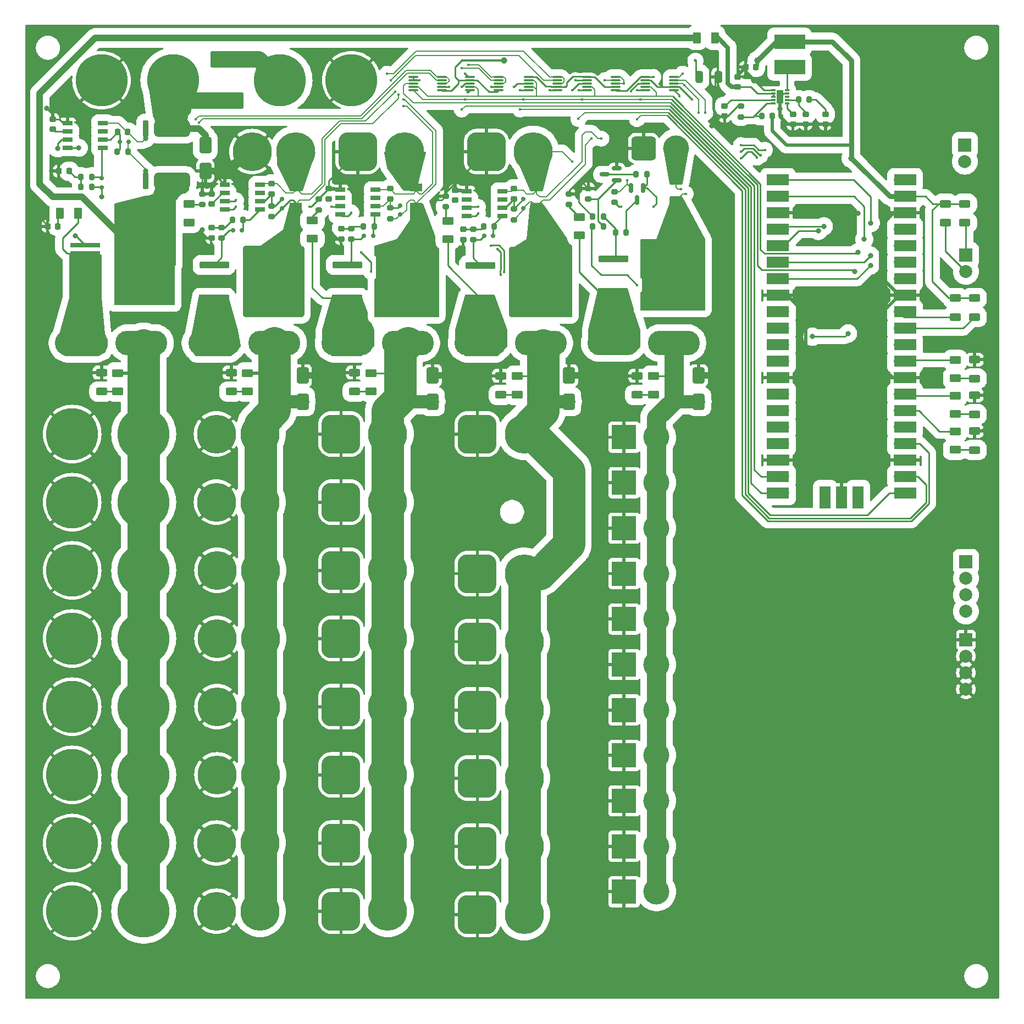
<source format=gbr>
%TF.GenerationSoftware,KiCad,Pcbnew,8.0.5*%
%TF.CreationDate,2025-06-20T13:32:44+02:00*%
%TF.ProjectId,PowerBoard,506f7765-7242-46f6-9172-642e6b696361,rev?*%
%TF.SameCoordinates,Original*%
%TF.FileFunction,Copper,L1,Top*%
%TF.FilePolarity,Positive*%
%FSLAX46Y46*%
G04 Gerber Fmt 4.6, Leading zero omitted, Abs format (unit mm)*
G04 Created by KiCad (PCBNEW 8.0.5) date 2025-06-20 13:32:44*
%MOMM*%
%LPD*%
G01*
G04 APERTURE LIST*
G04 Aperture macros list*
%AMRoundRect*
0 Rectangle with rounded corners*
0 $1 Rounding radius*
0 $2 $3 $4 $5 $6 $7 $8 $9 X,Y pos of 4 corners*
0 Add a 4 corners polygon primitive as box body*
4,1,4,$2,$3,$4,$5,$6,$7,$8,$9,$2,$3,0*
0 Add four circle primitives for the rounded corners*
1,1,$1+$1,$2,$3*
1,1,$1+$1,$4,$5*
1,1,$1+$1,$6,$7*
1,1,$1+$1,$8,$9*
0 Add four rect primitives between the rounded corners*
20,1,$1+$1,$2,$3,$4,$5,0*
20,1,$1+$1,$4,$5,$6,$7,0*
20,1,$1+$1,$6,$7,$8,$9,0*
20,1,$1+$1,$8,$9,$2,$3,0*%
G04 Aperture macros list end*
%TA.AperFunction,SMDPad,CuDef*%
%ADD10RoundRect,0.200000X0.200000X0.275000X-0.200000X0.275000X-0.200000X-0.275000X0.200000X-0.275000X0*%
%TD*%
%TA.AperFunction,SMDPad,CuDef*%
%ADD11RoundRect,0.200000X-0.275000X0.200000X-0.275000X-0.200000X0.275000X-0.200000X0.275000X0.200000X0*%
%TD*%
%TA.AperFunction,SMDPad,CuDef*%
%ADD12RoundRect,0.200000X0.275000X-0.200000X0.275000X0.200000X-0.275000X0.200000X-0.275000X-0.200000X0*%
%TD*%
%TA.AperFunction,SMDPad,CuDef*%
%ADD13RoundRect,0.200000X-0.200000X-0.275000X0.200000X-0.275000X0.200000X0.275000X-0.200000X0.275000X0*%
%TD*%
%TA.AperFunction,SMDPad,CuDef*%
%ADD14RoundRect,0.150000X-0.150000X0.587500X-0.150000X-0.587500X0.150000X-0.587500X0.150000X0.587500X0*%
%TD*%
%TA.AperFunction,SMDPad,CuDef*%
%ADD15RoundRect,0.150000X0.587500X0.150000X-0.587500X0.150000X-0.587500X-0.150000X0.587500X-0.150000X0*%
%TD*%
%TA.AperFunction,ComponentPad*%
%ADD16C,6.000000*%
%TD*%
%TA.AperFunction,ComponentPad*%
%ADD17R,3.800000X3.800000*%
%TD*%
%TA.AperFunction,ComponentPad*%
%ADD18C,4.000000*%
%TD*%
%TA.AperFunction,ComponentPad*%
%ADD19RoundRect,1.500000X-1.500000X-1.500000X1.500000X-1.500000X1.500000X1.500000X-1.500000X1.500000X0*%
%TD*%
%TA.AperFunction,SMDPad,CuDef*%
%ADD20RoundRect,0.150000X-0.150000X-0.200000X0.150000X-0.200000X0.150000X0.200000X-0.150000X0.200000X0*%
%TD*%
%TA.AperFunction,SMDPad,CuDef*%
%ADD21RoundRect,0.150000X-0.200000X0.150000X-0.200000X-0.150000X0.200000X-0.150000X0.200000X0.150000X0*%
%TD*%
%TA.AperFunction,SMDPad,CuDef*%
%ADD22RoundRect,0.225000X0.250000X-0.225000X0.250000X0.225000X-0.250000X0.225000X-0.250000X-0.225000X0*%
%TD*%
%TA.AperFunction,SMDPad,CuDef*%
%ADD23RoundRect,0.225000X-0.250000X0.225000X-0.250000X-0.225000X0.250000X-0.225000X0.250000X0.225000X0*%
%TD*%
%TA.AperFunction,SMDPad,CuDef*%
%ADD24RoundRect,0.150000X0.200000X-0.150000X0.200000X0.150000X-0.200000X0.150000X-0.200000X-0.150000X0*%
%TD*%
%TA.AperFunction,SMDPad,CuDef*%
%ADD25RoundRect,0.250000X0.625000X-0.312500X0.625000X0.312500X-0.625000X0.312500X-0.625000X-0.312500X0*%
%TD*%
%TA.AperFunction,SMDPad,CuDef*%
%ADD26RoundRect,0.250000X-2.050000X-0.300000X2.050000X-0.300000X2.050000X0.300000X-2.050000X0.300000X0*%
%TD*%
%TA.AperFunction,SMDPad,CuDef*%
%ADD27RoundRect,0.250000X-2.025000X-2.375000X2.025000X-2.375000X2.025000X2.375000X-2.025000X2.375000X0*%
%TD*%
%TA.AperFunction,SMDPad,CuDef*%
%ADD28RoundRect,0.250002X-4.449998X-5.149998X4.449998X-5.149998X4.449998X5.149998X-4.449998X5.149998X0*%
%TD*%
%TA.AperFunction,SMDPad,CuDef*%
%ADD29RoundRect,0.225000X-0.225000X-0.250000X0.225000X-0.250000X0.225000X0.250000X-0.225000X0.250000X0*%
%TD*%
%TA.AperFunction,SMDPad,CuDef*%
%ADD30RoundRect,0.250000X-0.625000X0.312500X-0.625000X-0.312500X0.625000X-0.312500X0.625000X0.312500X0*%
%TD*%
%TA.AperFunction,SMDPad,CuDef*%
%ADD31RoundRect,0.250000X-0.650000X1.000000X-0.650000X-1.000000X0.650000X-1.000000X0.650000X1.000000X0*%
%TD*%
%TA.AperFunction,SMDPad,CuDef*%
%ADD32RoundRect,0.250000X0.625000X-0.375000X0.625000X0.375000X-0.625000X0.375000X-0.625000X-0.375000X0*%
%TD*%
%TA.AperFunction,ComponentPad*%
%ADD33C,8.000000*%
%TD*%
%TA.AperFunction,ComponentPad*%
%ADD34O,8.000000X3.800000*%
%TD*%
%TA.AperFunction,ComponentPad*%
%ADD35R,2.000000X2.000000*%
%TD*%
%TA.AperFunction,ComponentPad*%
%ADD36C,2.000000*%
%TD*%
%TA.AperFunction,SMDPad,CuDef*%
%ADD37RoundRect,0.075000X-0.650000X-0.075000X0.650000X-0.075000X0.650000X0.075000X-0.650000X0.075000X0*%
%TD*%
%TA.AperFunction,SMDPad,CuDef*%
%ADD38RoundRect,0.250000X0.375000X0.625000X-0.375000X0.625000X-0.375000X-0.625000X0.375000X-0.625000X0*%
%TD*%
%TA.AperFunction,SMDPad,CuDef*%
%ADD39RoundRect,0.250000X-0.625000X0.375000X-0.625000X-0.375000X0.625000X-0.375000X0.625000X0.375000X0*%
%TD*%
%TA.AperFunction,SMDPad,CuDef*%
%ADD40RoundRect,0.637500X-2.162500X0.637500X-2.162500X-0.637500X2.162500X-0.637500X2.162500X0.637500X0*%
%TD*%
%TA.AperFunction,SMDPad,CuDef*%
%ADD41RoundRect,0.225000X-0.225000X1.050000X-0.225000X-1.050000X0.225000X-1.050000X0.225000X1.050000X0*%
%TD*%
%TA.AperFunction,SMDPad,CuDef*%
%ADD42RoundRect,0.250000X-0.375000X-0.625000X0.375000X-0.625000X0.375000X0.625000X-0.375000X0.625000X0*%
%TD*%
%TA.AperFunction,SMDPad,CuDef*%
%ADD43RoundRect,0.225000X0.225000X0.250000X-0.225000X0.250000X-0.225000X-0.250000X0.225000X-0.250000X0*%
%TD*%
%TA.AperFunction,ComponentPad*%
%ADD44O,1.700000X1.700000*%
%TD*%
%TA.AperFunction,SMDPad,CuDef*%
%ADD45R,3.500000X1.700000*%
%TD*%
%TA.AperFunction,ComponentPad*%
%ADD46R,1.700000X1.700000*%
%TD*%
%TA.AperFunction,SMDPad,CuDef*%
%ADD47R,1.700000X3.500000*%
%TD*%
%TA.AperFunction,ComponentPad*%
%ADD48RoundRect,0.760000X-1.140000X-1.140000X1.140000X-1.140000X1.140000X1.140000X-1.140000X1.140000X0*%
%TD*%
%TA.AperFunction,SMDPad,CuDef*%
%ADD49RoundRect,0.250000X0.650000X-1.000000X0.650000X1.000000X-0.650000X1.000000X-0.650000X-1.000000X0*%
%TD*%
%TA.AperFunction,SMDPad,CuDef*%
%ADD50RoundRect,0.250000X2.325000X-0.987500X2.325000X0.987500X-2.325000X0.987500X-2.325000X-0.987500X0*%
%TD*%
%TA.AperFunction,SMDPad,CuDef*%
%ADD51RoundRect,0.250000X-0.325000X-0.650000X0.325000X-0.650000X0.325000X0.650000X-0.325000X0.650000X0*%
%TD*%
%TA.AperFunction,SMDPad,CuDef*%
%ADD52R,1.850000X1.200000*%
%TD*%
%TA.AperFunction,SMDPad,CuDef*%
%ADD53R,4.600000X0.800000*%
%TD*%
%TA.AperFunction,SMDPad,CuDef*%
%ADD54R,9.400000X10.800000*%
%TD*%
%TA.AperFunction,SMDPad,CuDef*%
%ADD55R,4.850000X2.300000*%
%TD*%
%TA.AperFunction,SMDPad,CuDef*%
%ADD56R,0.700000X0.300000*%
%TD*%
%TA.AperFunction,SMDPad,CuDef*%
%ADD57R,1.000000X2.100000*%
%TD*%
%TA.AperFunction,SMDPad,CuDef*%
%ADD58R,1.526000X0.650000*%
%TD*%
%TA.AperFunction,ViaPad*%
%ADD59C,0.450000*%
%TD*%
%TA.AperFunction,ViaPad*%
%ADD60C,0.800000*%
%TD*%
%TA.AperFunction,ViaPad*%
%ADD61C,1.000000*%
%TD*%
%TA.AperFunction,ViaPad*%
%ADD62C,0.500000*%
%TD*%
%TA.AperFunction,Conductor*%
%ADD63C,0.250000*%
%TD*%
%TA.AperFunction,Conductor*%
%ADD64C,0.200000*%
%TD*%
%TA.AperFunction,Conductor*%
%ADD65C,5.000000*%
%TD*%
%TA.AperFunction,Conductor*%
%ADD66C,3.000000*%
%TD*%
%TA.AperFunction,Conductor*%
%ADD67C,0.500000*%
%TD*%
%TA.AperFunction,Conductor*%
%ADD68C,1.000000*%
%TD*%
%TA.AperFunction,Conductor*%
%ADD69C,2.500000*%
%TD*%
%TA.AperFunction,Conductor*%
%ADD70C,2.000000*%
%TD*%
%TA.AperFunction,Conductor*%
%ADD71C,0.750000*%
%TD*%
%TA.AperFunction,Conductor*%
%ADD72C,0.300000*%
%TD*%
%TA.AperFunction,Conductor*%
%ADD73C,0.700000*%
%TD*%
G04 APERTURE END LIST*
D10*
%TO.P,R54,1*%
%TO.N,Net-(Q6-B)*%
X114325000Y-49000000D03*
%TO.P,R54,2*%
%TO.N,EN_5V*%
X112675000Y-49000000D03*
%TD*%
D11*
%TO.P,R53,2*%
%TO.N,Net-(Q6-B)*%
X112000000Y-44825000D03*
%TO.P,R53,1*%
%TO.N,GND*%
X112000000Y-43175000D03*
%TD*%
D12*
%TO.P,R52,1*%
%TO.N,Net-(Q7-B)*%
X116000000Y-45325000D03*
%TO.P,R52,2*%
%TO.N,CURR_4+*%
X116000000Y-43675000D03*
%TD*%
D13*
%TO.P,R51,1*%
%TO.N,Net-(Q6-C)*%
X119350000Y-41000000D03*
%TO.P,R51,2*%
%TO.N,Net-(Q7-B)*%
X121000000Y-41000000D03*
%TD*%
%TO.P,R40,1*%
%TO.N,GND*%
X112675000Y-47500000D03*
%TO.P,R40,2*%
%TO.N,Net-(Q3-G)*%
X114325000Y-47500000D03*
%TD*%
%TO.P,R33,1*%
%TO.N,Net-(Q3-G)*%
X116175000Y-50000000D03*
%TO.P,R33,2*%
%TO.N,Net-(Q7-C)*%
X117825000Y-50000000D03*
%TD*%
D14*
%TO.P,Q7,1,B*%
%TO.N,Net-(Q7-B)*%
X120450000Y-43062500D03*
%TO.P,Q7,2,E*%
%TO.N,CURR_4+*%
X118550000Y-43062500D03*
%TO.P,Q7,3,C*%
%TO.N,Net-(Q7-C)*%
X119500000Y-44937500D03*
%TD*%
D15*
%TO.P,Q6,1,B*%
%TO.N,Net-(Q6-B)*%
X116375000Y-41950000D03*
%TO.P,Q6,2,E*%
%TO.N,GND*%
X116375000Y-40050000D03*
%TO.P,Q6,3,C*%
%TO.N,Net-(Q6-C)*%
X114500000Y-41000000D03*
%TD*%
D16*
%TO.P,J43,1,Pin_1*%
%TO.N,GND*%
X54700000Y-154500000D03*
%TO.P,J43,2,Pin_2*%
%TO.N,24V_2*%
X61400000Y-154500000D03*
%TD*%
%TO.P,J42,1,Pin_1*%
%TO.N,GND*%
X54700000Y-144000000D03*
%TO.P,J42,2,Pin_2*%
%TO.N,24V_2*%
X61400000Y-144000000D03*
%TD*%
D17*
%TO.P,J48,1,Pin_1*%
%TO.N,GND*%
X117500000Y-151500000D03*
D18*
%TO.P,J48,2,Pin_2*%
%TO.N,5V_2*%
X122500000Y-151500000D03*
%TD*%
D17*
%TO.P,J47,1,Pin_1*%
%TO.N,GND*%
X117500000Y-144500000D03*
D18*
%TO.P,J47,2,Pin_2*%
%TO.N,5V_2*%
X122500000Y-144500000D03*
%TD*%
D19*
%TO.P,J46,1,Pin_1*%
%TO.N,GND*%
X94900000Y-155000000D03*
D16*
%TO.P,J46,2,Pin_2*%
%TO.N,12V_2*%
X102100000Y-155000000D03*
%TD*%
D19*
%TO.P,J45,1,Pin_1*%
%TO.N,GND*%
X73900000Y-154500000D03*
D16*
%TO.P,J45,2,Pin_2*%
%TO.N,15V_2*%
X81100000Y-154500000D03*
%TD*%
D19*
%TO.P,J44,1,Pin_1*%
%TO.N,GND*%
X73900000Y-144000000D03*
D16*
%TO.P,J44,2,Pin_2*%
%TO.N,15V_2*%
X81100000Y-144000000D03*
%TD*%
D12*
%TO.P,R3,1*%
%TO.N,Net-(D4-K)*%
X109000000Y-45650000D03*
%TO.P,R3,2*%
%TO.N,GND*%
X109000000Y-44000000D03*
%TD*%
D11*
%TO.P,R50,1*%
%TO.N,Net-(C20-Pad2)*%
X94240945Y-49432912D03*
%TO.P,R50,2*%
%TO.N,/Q4-G*%
X94240945Y-51082912D03*
%TD*%
D13*
%TO.P,R49,1*%
%TO.N,Net-(C20-Pad2)*%
X95850000Y-49000000D03*
%TO.P,R49,2*%
%TO.N,/IC4-G*%
X97500000Y-49000000D03*
%TD*%
D11*
%TO.P,R31,1*%
%TO.N,/IC4-SENSE*%
X100500000Y-46350000D03*
%TO.P,R31,2*%
%TO.N,CURR_4-*%
X100500000Y-48000000D03*
%TD*%
D12*
%TO.P,R10,1*%
%TO.N,Net-(D12-K)*%
X90000000Y-46000000D03*
%TO.P,R10,2*%
%TO.N,GND*%
X90000000Y-44350000D03*
%TD*%
D20*
%TO.P,D28,1,K*%
%TO.N,/IC4-G*%
X97320494Y-50510559D03*
%TO.P,D28,2,A*%
%TO.N,/Q4-G*%
X95920494Y-50510559D03*
%TD*%
D21*
%TO.P,D27,1,K*%
%TO.N,CURR_4-*%
X102000000Y-46200000D03*
%TO.P,D27,2,A*%
%TO.N,/IC4-SENSE*%
X102000000Y-44800000D03*
%TD*%
D22*
%TO.P,C20,1*%
%TO.N,GND*%
X92712387Y-51036322D03*
%TO.P,C20,2*%
%TO.N,Net-(C20-Pad2)*%
X92712387Y-49486322D03*
%TD*%
D23*
%TO.P,C19,1*%
%TO.N,CURR_4+*%
X100527956Y-43225000D03*
%TO.P,C19,2*%
%TO.N,/IC4-SENSE*%
X100527956Y-44775000D03*
%TD*%
D22*
%TO.P,C4,1*%
%TO.N,Net-(IC4-TIMER)*%
X91491792Y-44996609D03*
%TO.P,C4,2*%
%TO.N,GND*%
X91491792Y-43446609D03*
%TD*%
D12*
%TO.P,R2,1*%
%TO.N,Net-(D3-K)*%
X70493161Y-46485548D03*
%TO.P,R2,2*%
%TO.N,GND*%
X70493161Y-44835548D03*
%TD*%
D22*
%TO.P,C1,1*%
%TO.N,Net-(IC1-TIMER)*%
X72000000Y-44775000D03*
%TO.P,C1,2*%
%TO.N,GND*%
X72000000Y-43225000D03*
%TD*%
D11*
%TO.P,R48,1*%
%TO.N,/IC1-SENSE*%
X81500000Y-46175000D03*
%TO.P,R48,2*%
%TO.N,CURR_3-*%
X81500000Y-47825000D03*
%TD*%
%TO.P,R47,1*%
%TO.N,Net-(C17-Pad2)*%
X75500000Y-49350000D03*
%TO.P,R47,2*%
%TO.N,/Q2-G*%
X75500000Y-51000000D03*
%TD*%
D13*
%TO.P,R32,1*%
%TO.N,Net-(C17-Pad2)*%
X77350000Y-49000000D03*
%TO.P,R32,2*%
%TO.N,/IC1-G*%
X79000000Y-49000000D03*
%TD*%
D21*
%TO.P,D26,1,K*%
%TO.N,CURR_3-*%
X83000000Y-47200000D03*
%TO.P,D26,2,A*%
%TO.N,/IC1-SENSE*%
X83000000Y-45800000D03*
%TD*%
D20*
%TO.P,D21,1,K*%
%TO.N,/IC1-G*%
X78841612Y-50500000D03*
%TO.P,D21,2,A*%
%TO.N,/Q2-G*%
X77441612Y-50500000D03*
%TD*%
D23*
%TO.P,C18,1*%
%TO.N,CURR_3+*%
X81500000Y-43225000D03*
%TO.P,C18,2*%
%TO.N,/IC1-SENSE*%
X81500000Y-44775000D03*
%TD*%
D22*
%TO.P,C17,1*%
%TO.N,GND*%
X73964802Y-50951448D03*
%TO.P,C17,2*%
%TO.N,Net-(C17-Pad2)*%
X73964802Y-49401448D03*
%TD*%
D24*
%TO.P,D25,2,A*%
%TO.N,/Q1-G*%
X37000000Y-43000000D03*
%TO.P,D25,1,K*%
%TO.N,/IC3-G*%
X37000000Y-41600000D03*
%TD*%
D23*
%TO.P,C16,2*%
%TO.N,/IC5-SENSE*%
X63215505Y-43998549D03*
%TO.P,C16,1*%
%TO.N,CURR_2+*%
X63215505Y-42448549D03*
%TD*%
D22*
%TO.P,C15,2*%
%TO.N,Net-(C15-Pad2)*%
X54000000Y-49225000D03*
%TO.P,C15,1*%
%TO.N,GND*%
X54000000Y-50775000D03*
%TD*%
D25*
%TO.P,R15,1*%
%TO.N,Net-(D16-K)*%
X57000000Y-74462500D03*
%TO.P,R15,2*%
%TO.N,GND*%
X57000000Y-71537500D03*
%TD*%
D22*
%TO.P,C5,1*%
%TO.N,Net-(IC5-TIMER)*%
X54002515Y-45587839D03*
%TO.P,C5,2*%
%TO.N,GND*%
X54002515Y-44037839D03*
%TD*%
D18*
%TO.P,J37,2,Pin_2*%
%TO.N,5V_2*%
X122500000Y-116500000D03*
D17*
%TO.P,J37,1,Pin_1*%
%TO.N,GND*%
X117500000Y-116500000D03*
%TD*%
D18*
%TO.P,J36,2,Pin_2*%
%TO.N,5V_2*%
X122500000Y-109500000D03*
D17*
%TO.P,J36,1,Pin_1*%
%TO.N,GND*%
X117500000Y-109500000D03*
%TD*%
D18*
%TO.P,J35,2,Pin_2*%
%TO.N,5V_2*%
X122500000Y-102500000D03*
D17*
%TO.P,J35,1,Pin_1*%
%TO.N,GND*%
X117500000Y-102500000D03*
%TD*%
D26*
%TO.P,Q5,3,S*%
%TO.N,Net-(D13-A)*%
X54350000Y-60040000D03*
D27*
%TO.P,Q5,2,D*%
%TO.N,CURR_2-*%
X65925000Y-60275000D03*
X65925000Y-54725000D03*
D28*
X63500000Y-57500000D03*
D27*
X61075000Y-60275000D03*
X61075000Y-54725000D03*
D26*
%TO.P,Q5,1,G*%
%TO.N,/Q5-G*%
X54350000Y-54960000D03*
%TD*%
D10*
%TO.P,R16,1*%
%TO.N,VCC*%
X140325000Y-32000000D03*
%TO.P,R16,2*%
%TO.N,Net-(IC7-FB)*%
X138675000Y-32000000D03*
%TD*%
D29*
%TO.P,C14,2*%
%TO.N,CURR_1+*%
X41050000Y-34500000D03*
%TO.P,C14,1*%
%TO.N,/IC3-SENSE*%
X39500000Y-34500000D03*
%TD*%
D22*
%TO.P,C7,2*%
%TO.N,GND*%
X135000000Y-26000000D03*
%TO.P,C7,1*%
%TO.N,Net-(D20-K)*%
X135000000Y-27550000D03*
%TD*%
D19*
%TO.P,J31,1,Pin_1*%
%TO.N,GND*%
X94900000Y-144500000D03*
D16*
%TO.P,J31,2,Pin_2*%
%TO.N,12V_2*%
X102100000Y-144500000D03*
%TD*%
%TO.P,J30,2,Pin_2*%
%TO.N,12V_2*%
X102100000Y-134000000D03*
D19*
%TO.P,J30,1,Pin_1*%
%TO.N,GND*%
X94900000Y-134000000D03*
%TD*%
D16*
%TO.P,J3,2,Pin_2*%
%TO.N,CURR_4+*%
X103500000Y-37500000D03*
D19*
%TO.P,J3,1,Pin_1*%
%TO.N,GND*%
X96300000Y-37500000D03*
%TD*%
D30*
%TO.P,R35,2*%
%TO.N,SCL1*%
X168500000Y-62962500D03*
%TO.P,R35,1*%
%TO.N,VCC*%
X168500000Y-60037500D03*
%TD*%
D18*
%TO.P,J33,2,Pin_2*%
%TO.N,5V_2*%
X122500000Y-88500000D03*
D17*
%TO.P,J33,1,Pin_1*%
%TO.N,GND*%
X117500000Y-88500000D03*
%TD*%
D23*
%TO.P,C8,2*%
%TO.N,GND*%
X133000000Y-32050000D03*
%TO.P,C8,1*%
%TO.N,Net-(IC7-VCC)*%
X133000000Y-30500000D03*
%TD*%
D16*
%TO.P,J18,2,Pin_2*%
%TO.N,24V_2*%
X61500000Y-123000000D03*
%TO.P,J18,1,Pin_1*%
%TO.N,GND*%
X54800000Y-123000000D03*
%TD*%
%TO.P,J19,2,Pin_2*%
%TO.N,24V_2*%
X61500000Y-133500000D03*
%TO.P,J19,1,Pin_1*%
%TO.N,GND*%
X54800000Y-133500000D03*
%TD*%
D25*
%TO.P,R5,2*%
%TO.N,GND*%
X76000000Y-71537500D03*
%TO.P,R5,1*%
%TO.N,Net-(D6-K)*%
X76000000Y-74462500D03*
%TD*%
D16*
%TO.P,J22,2,Pin_2*%
%TO.N,15V_2*%
X81100000Y-102000000D03*
D19*
%TO.P,J22,1,Pin_1*%
%TO.N,GND*%
X73900000Y-102000000D03*
%TD*%
D31*
%TO.P,D11,2,A2*%
%TO.N,12V_2*%
X109000000Y-76000000D03*
%TO.P,D11,1,A1*%
%TO.N,GND*%
X109000000Y-72000000D03*
%TD*%
D32*
%TO.P,D19,2,A*%
%TO.N,Net-(D19-A)*%
X168500000Y-80600000D03*
%TO.P,D19,1,K*%
%TO.N,Net-(D19-K)*%
X168500000Y-83400000D03*
%TD*%
D33*
%TO.P,J9,2,Pin_2*%
%TO.N,GND*%
X32500000Y-112500000D03*
%TO.P,J9,1,Pin_1*%
%TO.N,42V_2*%
X43500000Y-112500000D03*
%TD*%
D34*
%TO.P,F5,2*%
%TO.N,24V_2*%
X63650000Y-67000000D03*
%TO.P,F5,1*%
%TO.N,Net-(D13-A)*%
X54350000Y-67000000D03*
%TD*%
%TO.P,F4,2*%
%TO.N,12V_2*%
X104650000Y-67000000D03*
%TO.P,F4,1*%
%TO.N,Net-(D12-A)*%
X95350000Y-67000000D03*
%TD*%
D35*
%TO.P,GND1,1,Pin_1*%
%TO.N,GND*%
X170150000Y-112690000D03*
D36*
%TO.P,GND1,2,Pin_2*%
X170150000Y-115230000D03*
%TO.P,GND1,3,Pin_3*%
X170150000Y-117770000D03*
%TO.P,GND1,4,Pin_4*%
X170150000Y-120310000D03*
%TD*%
D16*
%TO.P,J29,2,Pin_2*%
%TO.N,12V_2*%
X102100000Y-123500000D03*
D19*
%TO.P,J29,1,Pin_1*%
%TO.N,GND*%
X94900000Y-123500000D03*
%TD*%
D33*
%TO.P,J7,2,Pin_2*%
%TO.N,GND*%
X32500000Y-91500000D03*
%TO.P,J7,1,Pin_1*%
%TO.N,42V_2*%
X43500000Y-91500000D03*
%TD*%
D30*
%TO.P,R19,2*%
%TO.N,SCL0*%
X167000000Y-48462500D03*
%TO.P,R19,1*%
%TO.N,VCC*%
X167000000Y-45537500D03*
%TD*%
D37*
%TO.P,U4,1,A1*%
%TO.N,GND*%
X102800000Y-26000000D03*
%TO.P,U4,2,A0*%
%TO.N,SDA1*%
X102800000Y-26500000D03*
%TO.P,U4,3,~{Alert}*%
%TO.N,ALERT_3*%
X102800000Y-27000000D03*
%TO.P,U4,4,SDA*%
%TO.N,SDA1*%
X102800000Y-27500000D03*
%TO.P,U4,5,SCL*%
%TO.N,SCL1*%
X102800000Y-28000000D03*
%TO.P,U4,6,VS*%
%TO.N,VCC*%
X107200000Y-28000000D03*
%TO.P,U4,7,GND*%
%TO.N,GND*%
X107200000Y-27500000D03*
%TO.P,U4,8,Vbus*%
%TO.N,CURR_3+*%
X107200000Y-27000000D03*
%TO.P,U4,9,Vin-*%
%TO.N,CURR_3-*%
X107200000Y-26500000D03*
%TO.P,U4,10,Vin+*%
%TO.N,CURR_3+*%
X107200000Y-26000000D03*
%TD*%
D34*
%TO.P,F2,2*%
%TO.N,5V_2*%
X125150000Y-67000000D03*
%TO.P,F2,1*%
%TO.N,Net-(D4-A)*%
X115850000Y-67000000D03*
%TD*%
D37*
%TO.P,U3,1,A1*%
%TO.N,GND*%
X93800000Y-26000000D03*
%TO.P,U3,2,A0*%
%TO.N,VCC*%
X93800000Y-26500000D03*
%TO.P,U3,3,~{Alert}*%
%TO.N,ALERT_2*%
X93800000Y-27000000D03*
%TO.P,U3,4,SDA*%
%TO.N,SDA1*%
X93800000Y-27500000D03*
%TO.P,U3,5,SCL*%
%TO.N,SCL1*%
X93800000Y-28000000D03*
%TO.P,U3,6,VS*%
%TO.N,VCC*%
X98200000Y-28000000D03*
%TO.P,U3,7,GND*%
%TO.N,GND*%
X98200000Y-27500000D03*
%TO.P,U3,8,Vbus*%
%TO.N,CURR_2+*%
X98200000Y-27000000D03*
%TO.P,U3,9,Vin-*%
%TO.N,CURR_2-*%
X98200000Y-26500000D03*
%TO.P,U3,10,Vin+*%
%TO.N,CURR_2+*%
X98200000Y-26000000D03*
%TD*%
%TO.P,U2,1,A1*%
%TO.N,GND*%
X85000000Y-26000000D03*
%TO.P,U2,2,A0*%
X85000000Y-26500000D03*
%TO.P,U2,3,~{Alert}*%
%TO.N,ALERT_1*%
X85000000Y-27000000D03*
%TO.P,U2,4,SDA*%
%TO.N,SDA1*%
X85000000Y-27500000D03*
%TO.P,U2,5,SCL*%
%TO.N,SCL1*%
X85000000Y-28000000D03*
%TO.P,U2,6,VS*%
%TO.N,VCC*%
X89400000Y-28000000D03*
%TO.P,U2,7,GND*%
%TO.N,GND*%
X89400000Y-27500000D03*
%TO.P,U2,8,Vbus*%
%TO.N,CURR_1+*%
X89400000Y-27000000D03*
%TO.P,U2,9,Vin-*%
%TO.N,CURR_1-*%
X89400000Y-26500000D03*
%TO.P,U2,10,Vin+*%
%TO.N,CURR_1+*%
X89400000Y-26000000D03*
%TD*%
D33*
%TO.P,J6,2,Pin_2*%
%TO.N,GND*%
X32500000Y-81000000D03*
%TO.P,J6,1,Pin_1*%
%TO.N,42V_2*%
X43500000Y-81000000D03*
%TD*%
D16*
%TO.P,J27,2,Pin_2*%
%TO.N,12V_2*%
X102100000Y-102500000D03*
D19*
%TO.P,J27,1,Pin_1*%
%TO.N,GND*%
X94900000Y-102500000D03*
%TD*%
D26*
%TO.P,Q4,3,S*%
%TO.N,Net-(D12-A)*%
X95378915Y-60097414D03*
D27*
%TO.P,Q4,2,D*%
%TO.N,CURR_4-*%
X106953915Y-60332414D03*
X106953915Y-54782414D03*
D28*
X104528915Y-57557414D03*
D27*
X102103915Y-60332414D03*
X102103915Y-54782414D03*
D26*
%TO.P,Q4,1,G*%
%TO.N,/Q4-G*%
X95378915Y-55017414D03*
%TD*%
D16*
%TO.P,J2,1,Pin_1*%
%TO.N,GND*%
X60200000Y-37500000D03*
%TO.P,J2,2,Pin_2*%
%TO.N,CURR_2+*%
X66900000Y-37500000D03*
%TD*%
%TO.P,J15,2,Pin_2*%
%TO.N,24V_2*%
X61400000Y-91500000D03*
%TO.P,J15,1,Pin_1*%
%TO.N,GND*%
X54700000Y-91500000D03*
%TD*%
D26*
%TO.P,Q3,3,S*%
%TO.N,Net-(D4-A)*%
X115825038Y-59131749D03*
D27*
%TO.P,Q3,2,D*%
%TO.N,CURR_5-*%
X127400038Y-59366749D03*
X127400038Y-53816749D03*
D28*
X124975038Y-56591749D03*
D27*
X122550038Y-59366749D03*
X122550038Y-53816749D03*
D26*
%TO.P,Q3,1,G*%
%TO.N,Net-(Q3-G)*%
X115825038Y-54051749D03*
%TD*%
D32*
%TO.P,D7,2,A*%
%TO.N,5V_2*%
X122000000Y-72100000D03*
%TO.P,D7,1,K*%
%TO.N,Net-(D7-K)*%
X122000000Y-74900000D03*
%TD*%
D18*
%TO.P,J39,2,Pin_2*%
%TO.N,5V_2*%
X122500000Y-130500000D03*
D17*
%TO.P,J39,1,Pin_1*%
%TO.N,GND*%
X117500000Y-130500000D03*
%TD*%
D38*
%TO.P,D20,2,A*%
%TO.N,42_SHUNT*%
X128700000Y-20000000D03*
%TO.P,D20,1,K*%
%TO.N,Net-(D20-K)*%
X131500000Y-20000000D03*
%TD*%
D35*
%TO.P,I2C1,1,Pin_1*%
%TO.N,SDA0*%
X170150000Y-53460000D03*
D36*
%TO.P,I2C1,2,Pin_2*%
%TO.N,SCL0*%
X170150000Y-56000000D03*
%TD*%
D33*
%TO.P,J8,2,Pin_2*%
%TO.N,GND*%
X32500000Y-102000000D03*
%TO.P,J8,1,Pin_1*%
%TO.N,42V_2*%
X43500000Y-102000000D03*
%TD*%
D22*
%TO.P,C3,2*%
%TO.N,GND*%
X29500000Y-32500000D03*
%TO.P,C3,1*%
%TO.N,Net-(IC3-TIMER)*%
X29500000Y-34050000D03*
%TD*%
D30*
%TO.P,R18,2*%
%TO.N,SDA0*%
X170000000Y-48462500D03*
%TO.P,R18,1*%
%TO.N,VCC*%
X170000000Y-45537500D03*
%TD*%
D25*
%TO.P,R13,2*%
%TO.N,GND*%
X98500000Y-72037500D03*
%TO.P,R13,1*%
%TO.N,Net-(D15-K)*%
X98500000Y-74962500D03*
%TD*%
D33*
%TO.P,J13,2,Pin_2*%
%TO.N,GND*%
X32500000Y-154500000D03*
%TO.P,J13,1,Pin_1*%
%TO.N,42V_2*%
X43500000Y-154500000D03*
%TD*%
D16*
%TO.P,J21,2,Pin_2*%
%TO.N,15V_2*%
X81100000Y-91500000D03*
D19*
%TO.P,J21,1,Pin_1*%
%TO.N,GND*%
X73900000Y-91500000D03*
%TD*%
D16*
%TO.P,J17,2,Pin_2*%
%TO.N,24V_2*%
X61500000Y-112500000D03*
%TO.P,J17,1,Pin_1*%
%TO.N,GND*%
X54800000Y-112500000D03*
%TD*%
D39*
%TO.P,D4,1,K*%
%TO.N,Net-(D4-K)*%
X110600000Y-47600000D03*
%TO.P,D4,2,A*%
%TO.N,Net-(D4-A)*%
X110600000Y-50400000D03*
%TD*%
D40*
%TO.P,R1,1,1*%
%TO.N,+42V*%
X47850000Y-33975000D03*
D41*
%TO.P,R1,2,2*%
%TO.N,CURR_1+*%
X43800000Y-33975000D03*
%TO.P,R1,3,3*%
%TO.N,CURR_1-*%
X43800000Y-42025000D03*
D40*
%TO.P,R1,4,4*%
%TO.N,42_SHUNT*%
X47850000Y-42025000D03*
%TD*%
D33*
%TO.P,J1,1,Pin_1*%
%TO.N,+42V*%
X48000000Y-26500000D03*
%TO.P,J1,2,Pin_2*%
%TO.N,GND*%
X37000000Y-26500000D03*
%TD*%
D42*
%TO.P,D5,2,A*%
%TO.N,Net-(D5-A)*%
X33400000Y-47000000D03*
%TO.P,D5,1,K*%
%TO.N,Net-(D5-K)*%
X30600000Y-47000000D03*
%TD*%
D43*
%TO.P,C12,2*%
%TO.N,GND*%
X136225000Y-24500000D03*
%TO.P,C12,1*%
%TO.N,VCC*%
X137775000Y-24500000D03*
%TD*%
D37*
%TO.P,U5,1,A1*%
%TO.N,GND*%
X111800000Y-26000000D03*
%TO.P,U5,2,A0*%
%TO.N,SCL1*%
X111800000Y-26500000D03*
%TO.P,U5,3,~{Alert}*%
%TO.N,ALERT_4*%
X111800000Y-27000000D03*
%TO.P,U5,4,SDA*%
%TO.N,SDA1*%
X111800000Y-27500000D03*
%TO.P,U5,5,SCL*%
%TO.N,SCL1*%
X111800000Y-28000000D03*
%TO.P,U5,6,VS*%
%TO.N,VCC*%
X116200000Y-28000000D03*
%TO.P,U5,7,GND*%
%TO.N,GND*%
X116200000Y-27500000D03*
%TO.P,U5,8,Vbus*%
%TO.N,CURR_4+*%
X116200000Y-27000000D03*
%TO.P,U5,9,Vin-*%
%TO.N,CURR_4-*%
X116200000Y-26500000D03*
%TO.P,U5,10,Vin+*%
%TO.N,CURR_4+*%
X116200000Y-26000000D03*
%TD*%
D16*
%TO.P,J16,2,Pin_2*%
%TO.N,24V_2*%
X61500000Y-102000000D03*
%TO.P,J16,1,Pin_1*%
%TO.N,GND*%
X54800000Y-102000000D03*
%TD*%
D33*
%TO.P,J10,2,Pin_2*%
%TO.N,GND*%
X32500000Y-123000000D03*
%TO.P,J10,1,Pin_1*%
%TO.N,42V_2*%
X43500000Y-123000000D03*
%TD*%
D19*
%TO.P,J20,1,Pin_1*%
%TO.N,GND*%
X73900000Y-81000000D03*
D16*
%TO.P,J20,2,Pin_2*%
%TO.N,15V_2*%
X81100000Y-81000000D03*
%TD*%
D34*
%TO.P,F3,2*%
%TO.N,42V_2*%
X43150000Y-67000000D03*
%TO.P,F3,1*%
%TO.N,Net-(D5-A)*%
X33850000Y-67000000D03*
%TD*%
D25*
%TO.P,R9,2*%
%TO.N,GND*%
X37000000Y-71537500D03*
%TO.P,R9,1*%
%TO.N,Net-(D8-K)*%
X37000000Y-74462500D03*
%TD*%
D34*
%TO.P,F1,2*%
%TO.N,15V_2*%
X84150000Y-67000000D03*
%TO.P,F1,1*%
%TO.N,Net-(D3-A)*%
X74850000Y-67000000D03*
%TD*%
D31*
%TO.P,D1,1,A1*%
%TO.N,+42V*%
X53000000Y-36500000D03*
%TO.P,D1,2,A2*%
%TO.N,GND*%
X53000000Y-40500000D03*
%TD*%
D25*
%TO.P,R23,2*%
%TO.N,GND*%
X171500000Y-75037500D03*
%TO.P,R23,1*%
%TO.N,Net-(D18-K)*%
X171500000Y-77962500D03*
%TD*%
D16*
%TO.P,J14,1,Pin_1*%
%TO.N,GND*%
X54700000Y-81000000D03*
%TO.P,J14,2,Pin_2*%
%TO.N,24V_2*%
X61400000Y-81000000D03*
%TD*%
D13*
%TO.P,R21,2*%
%TO.N,Net-(C11-Pad1)*%
X146000000Y-29500000D03*
%TO.P,R21,1*%
%TO.N,Net-(IC7-COMP)*%
X144350000Y-29500000D03*
%TD*%
D30*
%TO.P,R34,2*%
%TO.N,SDA1*%
X171500000Y-62962500D03*
%TO.P,R34,1*%
%TO.N,VCC*%
X171500000Y-60037500D03*
%TD*%
D37*
%TO.P,U6,1,A1*%
%TO.N,VCC*%
X120800000Y-26000000D03*
%TO.P,U6,2,A0*%
%TO.N,GND*%
X120800000Y-26500000D03*
%TO.P,U6,3,~{Alert}*%
%TO.N,ALERT_5*%
X120800000Y-27000000D03*
%TO.P,U6,4,SDA*%
%TO.N,SDA1*%
X120800000Y-27500000D03*
%TO.P,U6,5,SCL*%
%TO.N,SCL1*%
X120800000Y-28000000D03*
%TO.P,U6,6,VS*%
%TO.N,VCC*%
X125200000Y-28000000D03*
%TO.P,U6,7,GND*%
%TO.N,GND*%
X125200000Y-27500000D03*
%TO.P,U6,8,Vbus*%
%TO.N,CURR_5+*%
X125200000Y-27000000D03*
%TO.P,U6,9,Vin-*%
%TO.N,CURR_5-*%
X125200000Y-26500000D03*
%TO.P,U6,10,Vin+*%
%TO.N,CURR_5+*%
X125200000Y-26000000D03*
%TD*%
D26*
%TO.P,Q2,3,S*%
%TO.N,Net-(D3-A)*%
X74850000Y-60040000D03*
D27*
%TO.P,Q2,2,D*%
%TO.N,CURR_3-*%
X86425000Y-60275000D03*
X86425000Y-54725000D03*
D28*
X84000000Y-57500000D03*
D27*
X81575000Y-60275000D03*
X81575000Y-54725000D03*
D26*
%TO.P,Q2,1,G*%
%TO.N,/Q2-G*%
X74850000Y-54960000D03*
%TD*%
D32*
%TO.P,D18,2,A*%
%TO.N,Net-(D18-A)*%
X168500000Y-75100000D03*
%TO.P,D18,1,K*%
%TO.N,Net-(D18-K)*%
X168500000Y-77900000D03*
%TD*%
%TO.P,D8,2,A*%
%TO.N,42V_2*%
X39500000Y-71600000D03*
%TO.P,D8,1,K*%
%TO.N,Net-(D8-K)*%
X39500000Y-74400000D03*
%TD*%
D36*
%TO.P,UART1,2,Pin_2*%
%TO.N,Net-(U1-GPIO1)*%
X170000000Y-39040000D03*
D35*
%TO.P,UART1,1,Pin_1*%
%TO.N,Net-(U1-GPIO0)*%
X170000000Y-36500000D03*
%TD*%
D33*
%TO.P,J11,2,Pin_2*%
%TO.N,GND*%
X32500000Y-133500000D03*
%TO.P,J11,1,Pin_1*%
%TO.N,42V_2*%
X43500000Y-133500000D03*
%TD*%
%TO.P,J12,2,Pin_2*%
%TO.N,GND*%
X32500000Y-144000000D03*
%TO.P,J12,1,Pin_1*%
%TO.N,42V_2*%
X43500000Y-144000000D03*
%TD*%
D18*
%TO.P,J34,2,Pin_2*%
%TO.N,5V_2*%
X122500000Y-95500000D03*
D17*
%TO.P,J34,1,Pin_1*%
%TO.N,GND*%
X117500000Y-95500000D03*
%TD*%
D23*
%TO.P,C9,2*%
%TO.N,GND*%
X143500000Y-33275000D03*
%TO.P,C9,1*%
%TO.N,Net-(IC7-SS)*%
X143500000Y-31725000D03*
%TD*%
D16*
%TO.P,J25,2,Pin_2*%
%TO.N,15V_2*%
X81100000Y-133500000D03*
D19*
%TO.P,J25,1,Pin_1*%
%TO.N,GND*%
X73900000Y-133500000D03*
%TD*%
D25*
%TO.P,R6,2*%
%TO.N,GND*%
X119500000Y-72037500D03*
%TO.P,R6,1*%
%TO.N,Net-(D7-K)*%
X119500000Y-74962500D03*
%TD*%
D16*
%TO.P,J26,2,Pin_2*%
%TO.N,12V_2*%
X102100000Y-81000000D03*
D19*
%TO.P,J26,1,Pin_1*%
%TO.N,GND*%
X94900000Y-81000000D03*
%TD*%
D23*
%TO.P,C11,2*%
%TO.N,GND*%
X148500000Y-33275000D03*
%TO.P,C11,1*%
%TO.N,Net-(C11-Pad1)*%
X148500000Y-31725000D03*
%TD*%
D35*
%TO.P,VCC1,1,Pin_1*%
%TO.N,VCC*%
X170150000Y-100690000D03*
D36*
%TO.P,VCC1,2,Pin_2*%
X170150000Y-103230000D03*
%TO.P,VCC1,3,Pin_3*%
X170150000Y-105770000D03*
%TO.P,VCC1,4,Pin_4*%
X170150000Y-108310000D03*
%TD*%
D16*
%TO.P,J23,2,Pin_2*%
%TO.N,15V_2*%
X81100000Y-112500000D03*
D19*
%TO.P,J23,1,Pin_1*%
%TO.N,GND*%
X73900000Y-112500000D03*
%TD*%
D32*
%TO.P,D15,2,A*%
%TO.N,12V_2*%
X101000000Y-72100000D03*
%TO.P,D15,1,K*%
%TO.N,Net-(D15-K)*%
X101000000Y-74900000D03*
%TD*%
D13*
%TO.P,R25,2*%
%TO.N,/IC3-G*%
X35500000Y-41400000D03*
%TO.P,R25,1*%
%TO.N,Net-(C6-Pad2)*%
X33850000Y-41400000D03*
%TD*%
D16*
%TO.P,J24,2,Pin_2*%
%TO.N,15V_2*%
X81100000Y-123000000D03*
D19*
%TO.P,J24,1,Pin_1*%
%TO.N,GND*%
X73900000Y-123000000D03*
%TD*%
D18*
%TO.P,J38,2,Pin_2*%
%TO.N,5V_2*%
X122500000Y-123500000D03*
D17*
%TO.P,J38,1,Pin_1*%
%TO.N,GND*%
X117500000Y-123500000D03*
%TD*%
D18*
%TO.P,J40,2,Pin_2*%
%TO.N,5V_2*%
X122500000Y-137500000D03*
D17*
%TO.P,J40,1,Pin_1*%
%TO.N,GND*%
X117500000Y-137500000D03*
%TD*%
D16*
%TO.P,J28,2,Pin_2*%
%TO.N,12V_2*%
X102100000Y-113000000D03*
D19*
%TO.P,J28,1,Pin_1*%
%TO.N,GND*%
X94900000Y-113000000D03*
%TD*%
D44*
%TO.P,U1,1,GPIO0*%
%TO.N,Net-(U1-GPIO0)*%
X142110000Y-41870000D03*
D45*
X141210000Y-41870000D03*
D44*
%TO.P,U1,2,GPIO1*%
%TO.N,Net-(U1-GPIO1)*%
X142110000Y-44410000D03*
D45*
X141210000Y-44410000D03*
D46*
%TO.P,U1,3,GND*%
%TO.N,GND*%
X142110000Y-46950000D03*
D45*
X141210000Y-46950000D03*
D44*
%TO.P,U1,4,GPIO2*%
%TO.N,FAULT_42V*%
X142110000Y-49490000D03*
D45*
X141210000Y-49490000D03*
D44*
%TO.P,U1,5,GPIO3*%
%TO.N,FAULT_24V*%
X142110000Y-52030000D03*
D45*
X141210000Y-52030000D03*
D44*
%TO.P,U1,6,GPIO4*%
%TO.N,SDA0*%
X142110000Y-54570000D03*
D45*
X141210000Y-54570000D03*
D44*
%TO.P,U1,7,GPIO5*%
%TO.N,SCL0*%
X142110000Y-57110000D03*
D45*
X141210000Y-57110000D03*
D46*
%TO.P,U1,8,GND*%
%TO.N,GND*%
X142110000Y-59650000D03*
D45*
X141210000Y-59650000D03*
D44*
%TO.P,U1,9,GPIO6*%
%TO.N,FAULT_15V*%
X142110000Y-62190000D03*
D45*
X141210000Y-62190000D03*
D44*
%TO.P,U1,10,GPIO7*%
%TO.N,FAULT_12V*%
X142110000Y-64730000D03*
D45*
X141210000Y-64730000D03*
D44*
%TO.P,U1,11,GPIO8*%
%TO.N,unconnected-(U1-GPIO8-Pad11)*%
X142110000Y-67270000D03*
D45*
%TO.N,unconnected-(U1-GPIO8-Pad11)_1*%
X141210000Y-67270000D03*
D44*
%TO.P,U1,12,GPIO9*%
%TO.N,EN_5V*%
X142110000Y-69810000D03*
D45*
X141210000Y-69810000D03*
D46*
%TO.P,U1,13,GND*%
%TO.N,GND*%
X142110000Y-72350000D03*
D45*
X141210000Y-72350000D03*
D44*
%TO.P,U1,14,GPIO10*%
%TO.N,EN_12V*%
X142110000Y-74890000D03*
D45*
X141210000Y-74890000D03*
D44*
%TO.P,U1,15,GPIO11*%
%TO.N,EN_15V*%
X142110000Y-77430000D03*
D45*
X141210000Y-77430000D03*
D44*
%TO.P,U1,16,GPIO12*%
%TO.N,EN_24V*%
X142110000Y-79970000D03*
D45*
X141210000Y-79970000D03*
D44*
%TO.P,U1,17,GPIO13*%
%TO.N,EN_42V*%
X142110000Y-82510000D03*
D45*
X141210000Y-82510000D03*
D46*
%TO.P,U1,18,GND*%
%TO.N,GND*%
X142110000Y-85050000D03*
D45*
X141210000Y-85050000D03*
D44*
%TO.P,U1,19,GPIO14*%
%TO.N,ALERT_1*%
X142110000Y-87590000D03*
D45*
X141210000Y-87590000D03*
D44*
%TO.P,U1,20,GPIO15*%
%TO.N,ALERT_2*%
X142110000Y-90130000D03*
D45*
X141210000Y-90130000D03*
D44*
%TO.P,U1,21,GPIO16*%
%TO.N,ALERT_3*%
X159890000Y-90130000D03*
D45*
X160790000Y-90130000D03*
D44*
%TO.P,U1,22,GPIO17*%
%TO.N,ALERT_4*%
X159890000Y-87590000D03*
D45*
X160790000Y-87590000D03*
D46*
%TO.P,U1,23,GND*%
%TO.N,GND*%
X159890000Y-85050000D03*
D45*
X160790000Y-85050000D03*
D44*
%TO.P,U1,24,GPIO18*%
%TO.N,ALERT_5*%
X159890000Y-82510000D03*
D45*
X160790000Y-82510000D03*
D44*
%TO.P,U1,25,GPIO19*%
%TO.N,unconnected-(U1-GPIO19-Pad25)*%
X159890000Y-79970000D03*
D45*
%TO.N,unconnected-(U1-GPIO19-Pad25)_1*%
X160790000Y-79970000D03*
D44*
%TO.P,U1,26,GPIO20*%
%TO.N,Net-(D19-A)*%
X159890000Y-77430000D03*
D45*
X160790000Y-77430000D03*
D44*
%TO.P,U1,27,GPIO21*%
%TO.N,Net-(D18-A)*%
X159890000Y-74890000D03*
D45*
X160790000Y-74890000D03*
D46*
%TO.P,U1,28,GND*%
%TO.N,GND*%
X159890000Y-72350000D03*
D45*
X160790000Y-72350000D03*
D44*
%TO.P,U1,29,GPIO22*%
%TO.N,Net-(D17-A)*%
X159890000Y-69810000D03*
D45*
X160790000Y-69810000D03*
D44*
%TO.P,U1,30,RUN*%
%TO.N,unconnected-(U1-RUN-Pad30)_1*%
X159890000Y-67270000D03*
D45*
%TO.N,unconnected-(U1-RUN-Pad30)*%
X160790000Y-67270000D03*
D44*
%TO.P,U1,31,GPIO26_ADC0*%
%TO.N,SDA1*%
X159890000Y-64730000D03*
D45*
X160790000Y-64730000D03*
D44*
%TO.P,U1,32,GPIO27_ADC1*%
%TO.N,SCL1*%
X159890000Y-62190000D03*
D45*
X160790000Y-62190000D03*
D46*
%TO.P,U1,33,AGND*%
%TO.N,GND*%
X159890000Y-59650000D03*
D45*
X160790000Y-59650000D03*
D44*
%TO.P,U1,34,GPIO28_ADC2*%
%TO.N,unconnected-(U1-GPIO28_ADC2-Pad34)_1*%
X159890000Y-57110000D03*
D45*
%TO.N,unconnected-(U1-GPIO28_ADC2-Pad34)*%
X160790000Y-57110000D03*
D44*
%TO.P,U1,35,ADC_VREF*%
%TO.N,unconnected-(U1-ADC_VREF-Pad35)*%
X159890000Y-54570000D03*
D45*
%TO.N,unconnected-(U1-ADC_VREF-Pad35)_1*%
X160790000Y-54570000D03*
D44*
%TO.P,U1,36,3V3*%
%TO.N,unconnected-(U1-3V3-Pad36)*%
X159890000Y-52030000D03*
D45*
%TO.N,unconnected-(U1-3V3-Pad36)_1*%
X160790000Y-52030000D03*
D44*
%TO.P,U1,37,3V3_EN*%
%TO.N,unconnected-(U1-3V3_EN-Pad37)*%
X159890000Y-49490000D03*
D45*
%TO.N,unconnected-(U1-3V3_EN-Pad37)_1*%
X160790000Y-49490000D03*
D46*
%TO.P,U1,38,GND*%
%TO.N,GND*%
X159890000Y-46950000D03*
D45*
X160790000Y-46950000D03*
D44*
%TO.P,U1,39,VSYS*%
%TO.N,VCC*%
X159890000Y-44410000D03*
D45*
X160790000Y-44410000D03*
D44*
%TO.P,U1,40,VBUS*%
%TO.N,unconnected-(U1-VBUS-Pad40)*%
X159890000Y-41870000D03*
D45*
%TO.N,unconnected-(U1-VBUS-Pad40)_1*%
X160790000Y-41870000D03*
D44*
%TO.P,U1,41,SWCLK*%
%TO.N,unconnected-(U1-SWCLK-Pad41)_1*%
X148460000Y-89900000D03*
D47*
%TO.N,unconnected-(U1-SWCLK-Pad41)*%
X148460000Y-90800000D03*
D46*
%TO.P,U1,42,GND*%
%TO.N,GND*%
X151000000Y-89900000D03*
D47*
X151000000Y-90800000D03*
D44*
%TO.P,U1,43,SWDIO*%
%TO.N,unconnected-(U1-SWDIO-Pad43)*%
X153540000Y-89900000D03*
D47*
%TO.N,unconnected-(U1-SWDIO-Pad43)_1*%
X153540000Y-90800000D03*
%TD*%
D11*
%TO.P,R46,1*%
%TO.N,/IC5-SENSE*%
X63226065Y-45893623D03*
%TO.P,R46,2*%
%TO.N,CURR_2-*%
X63226065Y-47543623D03*
%TD*%
%TO.P,R45,1*%
%TO.N,Net-(C15-Pad2)*%
X55500000Y-49175000D03*
%TO.P,R45,2*%
%TO.N,/Q5-G*%
X55500000Y-50825000D03*
%TD*%
D10*
%TO.P,R44,1*%
%TO.N,CURR_1-*%
X41085897Y-37499589D03*
%TO.P,R44,2*%
%TO.N,/IC3-SENSE*%
X39435897Y-37499589D03*
%TD*%
D13*
%TO.P,R43,2*%
%TO.N,/Q1-G*%
X35499622Y-42917390D03*
%TO.P,R43,1*%
%TO.N,Net-(C6-Pad2)*%
X33849622Y-42917390D03*
%TD*%
%TO.P,R30,1*%
%TO.N,Net-(C15-Pad2)*%
X57175000Y-48000000D03*
%TO.P,R30,2*%
%TO.N,/IC5-G*%
X58825000Y-48000000D03*
%TD*%
D25*
%TO.P,R24,1*%
%TO.N,Net-(D19-K)*%
X171500000Y-83462500D03*
%TO.P,R24,2*%
%TO.N,GND*%
X171500000Y-80537500D03*
%TD*%
%TO.P,R22,1*%
%TO.N,Net-(D17-K)*%
X171500000Y-72462500D03*
%TO.P,R22,2*%
%TO.N,GND*%
X171500000Y-69537500D03*
%TD*%
D12*
%TO.P,R17,1*%
%TO.N,Net-(IC7-FB)*%
X135500000Y-32150000D03*
%TO.P,R17,2*%
%TO.N,GND*%
X135500000Y-30500000D03*
%TD*%
%TO.P,R12,2*%
%TO.N,GND*%
X52500000Y-44000000D03*
%TO.P,R12,1*%
%TO.N,Net-(D13-K)*%
X52500000Y-45650000D03*
%TD*%
D43*
%TO.P,R4,1*%
%TO.N,Net-(D5-K)*%
X30275000Y-49000000D03*
%TO.P,R4,2*%
%TO.N,GND*%
X28725000Y-49000000D03*
%TD*%
D19*
%TO.P,J41,1,Pin_1*%
%TO.N,GND*%
X76500000Y-37500000D03*
D16*
%TO.P,J41,2,Pin_2*%
%TO.N,CURR_3+*%
X83700000Y-37500000D03*
%TD*%
D17*
%TO.P,J32,1,Pin_1*%
%TO.N,GND*%
X117500000Y-81500000D03*
D18*
%TO.P,J32,2,Pin_2*%
%TO.N,5V_2*%
X122500000Y-81500000D03*
%TD*%
D33*
%TO.P,J5,1,Pin_1*%
%TO.N,Net-(D2-A)*%
X64500000Y-26500000D03*
%TO.P,J5,2,Pin_2*%
%TO.N,GND*%
X75500000Y-26500000D03*
%TD*%
D48*
%TO.P,J4,1,Pin_1*%
%TO.N,GND*%
X120500000Y-37000000D03*
D18*
%TO.P,J4,2,Pin_2*%
%TO.N,CURR_5+*%
X125500000Y-37000000D03*
%TD*%
D21*
%TO.P,D24,1,K*%
%TO.N,CURR_2-*%
X64834171Y-46200000D03*
%TO.P,D24,2,A*%
%TO.N,/IC5-SENSE*%
X64834171Y-44800000D03*
%TD*%
D20*
%TO.P,D23,1,K*%
%TO.N,/IC5-G*%
X58654465Y-49648028D03*
%TO.P,D23,2,A*%
%TO.N,/Q5-G*%
X57254465Y-49648028D03*
%TD*%
%TO.P,D22,1,K*%
%TO.N,CURR_1-*%
X41200000Y-36000000D03*
%TO.P,D22,2,A*%
%TO.N,/IC3-SENSE*%
X39800000Y-36000000D03*
%TD*%
D32*
%TO.P,D17,1,K*%
%TO.N,Net-(D17-K)*%
X168500000Y-72400000D03*
%TO.P,D17,2,A*%
%TO.N,Net-(D17-A)*%
X168500000Y-69600000D03*
%TD*%
%TO.P,D16,1,K*%
%TO.N,Net-(D16-K)*%
X59500000Y-74400000D03*
%TO.P,D16,2,A*%
%TO.N,24V_2*%
X59500000Y-71600000D03*
%TD*%
D49*
%TO.P,D14,1,A1*%
%TO.N,5V_2*%
X129000000Y-76000000D03*
%TO.P,D14,2,A2*%
%TO.N,GND*%
X129000000Y-72000000D03*
%TD*%
D39*
%TO.P,D13,1,K*%
%TO.N,Net-(D13-K)*%
X50500000Y-45600000D03*
%TO.P,D13,2,A*%
%TO.N,Net-(D13-A)*%
X50500000Y-48400000D03*
%TD*%
%TO.P,D12,1,K*%
%TO.N,Net-(D12-K)*%
X90332414Y-48190959D03*
%TO.P,D12,2,A*%
%TO.N,Net-(D12-A)*%
X90332414Y-50990959D03*
%TD*%
D31*
%TO.P,D10,1,A1*%
%TO.N,GND*%
X88000000Y-72000000D03*
%TO.P,D10,2,A2*%
%TO.N,15V_2*%
X88000000Y-76000000D03*
%TD*%
%TO.P,D9,1,A1*%
%TO.N,GND*%
X68000000Y-72000000D03*
%TO.P,D9,2,A2*%
%TO.N,24V_2*%
X68000000Y-76000000D03*
%TD*%
D32*
%TO.P,D6,1,K*%
%TO.N,Net-(D6-K)*%
X78500000Y-74400000D03*
%TO.P,D6,2,A*%
%TO.N,15V_2*%
X78500000Y-71600000D03*
%TD*%
D39*
%TO.P,D3,1,K*%
%TO.N,Net-(D3-K)*%
X69500000Y-48100000D03*
%TO.P,D3,2,A*%
%TO.N,Net-(D3-A)*%
X69500000Y-50900000D03*
%TD*%
D50*
%TO.P,D2,1,K*%
%TO.N,+42V*%
X56350000Y-29650000D03*
%TO.P,D2,2,A*%
%TO.N,Net-(D2-A)*%
X56350000Y-23275000D03*
%TD*%
D51*
%TO.P,C13,1*%
%TO.N,VCC*%
X129050000Y-26000000D03*
%TO.P,C13,2*%
%TO.N,GND*%
X132000000Y-26000000D03*
%TD*%
D23*
%TO.P,C10,1*%
%TO.N,Net-(IC7-COMP)*%
X145500000Y-31725000D03*
%TO.P,C10,2*%
%TO.N,GND*%
X145500000Y-33275000D03*
%TD*%
D29*
%TO.P,C6,1*%
%TO.N,GND*%
X30450000Y-40500000D03*
%TO.P,C6,2*%
%TO.N,Net-(C6-Pad2)*%
X32000000Y-40500000D03*
%TD*%
D52*
%TO.P,R14,1,1*%
%TO.N,CURR_4+*%
X104000000Y-43000000D03*
%TO.P,R14,2,2*%
%TO.N,CURR_4-*%
X104000000Y-46000000D03*
%TD*%
%TO.P,R11,1,1*%
%TO.N,CURR_2-*%
X66886875Y-46000000D03*
%TO.P,R11,2,2*%
%TO.N,CURR_2+*%
X66886875Y-43000000D03*
%TD*%
%TO.P,R8,1,1*%
%TO.N,CURR_5+*%
X125500000Y-42000000D03*
%TO.P,R8,2,2*%
%TO.N,CURR_5-*%
X125500000Y-45000000D03*
%TD*%
%TO.P,R7,1,1*%
%TO.N,CURR_3+*%
X85500000Y-43000000D03*
%TO.P,R7,2,2*%
%TO.N,CURR_3-*%
X85500000Y-46000000D03*
%TD*%
D53*
%TO.P,Q1,1,G*%
%TO.N,/Q1-G*%
X34463192Y-51924001D03*
%TO.P,Q1,2,S_1*%
%TO.N,Net-(D5-A)*%
X34463192Y-53194001D03*
%TO.P,Q1,3,S_2*%
X34463192Y-54464001D03*
D54*
%TO.P,Q1,4,D*%
%TO.N,42_SHUNT*%
X43613192Y-55734001D03*
D53*
%TO.P,Q1,5,S_3*%
%TO.N,Net-(D5-A)*%
X34463192Y-57004001D03*
%TO.P,Q1,6,S_4*%
X34463192Y-58274001D03*
%TO.P,Q1,7,S_5*%
X34463192Y-59544001D03*
%TD*%
D55*
%TO.P,L1,1,1*%
%TO.N,Net-(IC7-LX)*%
X143000000Y-24450000D03*
%TO.P,L1,2,2*%
%TO.N,VCC*%
X143000000Y-20550000D03*
%TD*%
D56*
%TO.P,IC7,1,PGND*%
%TO.N,GND*%
X140500000Y-28050000D03*
%TO.P,IC7,2,VIN*%
%TO.N,Net-(D20-K)*%
X140500000Y-28550000D03*
%TO.P,IC7,3,EN/UVLO*%
X140500000Y-29050000D03*
%TO.P,IC7,4,VCC*%
%TO.N,Net-(IC7-VCC)*%
X140500000Y-29550000D03*
%TO.P,IC7,5,FB*%
%TO.N,Net-(IC7-FB)*%
X140500000Y-30050000D03*
%TO.P,IC7,6,SS*%
%TO.N,Net-(IC7-SS)*%
X142600000Y-30050000D03*
%TO.P,IC7,7,COMP*%
%TO.N,Net-(IC7-COMP)*%
X142600000Y-29550000D03*
%TO.P,IC7,8,~{RESET}*%
%TO.N,unconnected-(IC7-~{RESET}-Pad8)*%
X142600000Y-29050000D03*
%TO.P,IC7,9,GND*%
%TO.N,GND*%
X142600000Y-28550000D03*
%TO.P,IC7,10,LX*%
%TO.N,Net-(IC7-LX)*%
X142600000Y-28050000D03*
D57*
%TO.P,IC7,11,EP*%
%TO.N,GND*%
X141550000Y-29050000D03*
%TD*%
D58*
%TO.P,IC5,1,GND*%
%TO.N,GND*%
X56000000Y-42595000D03*
%TO.P,IC5,2,TIMER*%
%TO.N,Net-(IC5-TIMER)*%
X56000000Y-43865000D03*
%TO.P,IC5,3,~{FAULT}*%
%TO.N,FAULT_24V*%
X56000000Y-45135000D03*
%TO.P,IC5,4,IN*%
%TO.N,EN_24V*%
X56000000Y-46405000D03*
%TO.P,IC5,5,GATE*%
%TO.N,/IC5-G*%
X61424000Y-46405000D03*
%TO.P,IC5,6,SENSE*%
%TO.N,/IC5-SENSE*%
X61424000Y-45135000D03*
%TO.P,IC5,7,NC*%
%TO.N,unconnected-(IC5-NC-Pad7)*%
X61424000Y-43865000D03*
%TO.P,IC5,8,V+*%
%TO.N,CURR_2+*%
X61424000Y-42595000D03*
%TD*%
%TO.P,IC4,1,GND*%
%TO.N,GND*%
X93288000Y-43595000D03*
%TO.P,IC4,2,TIMER*%
%TO.N,Net-(IC4-TIMER)*%
X93288000Y-44865000D03*
%TO.P,IC4,3,~{FAULT}*%
%TO.N,FAULT_12V*%
X93288000Y-46135000D03*
%TO.P,IC4,4,IN*%
%TO.N,EN_12V*%
X93288000Y-47405000D03*
%TO.P,IC4,5,GATE*%
%TO.N,/IC4-G*%
X98712000Y-47405000D03*
%TO.P,IC4,6,SENSE*%
%TO.N,/IC4-SENSE*%
X98712000Y-46135000D03*
%TO.P,IC4,7,NC*%
%TO.N,unconnected-(IC4-NC-Pad7)*%
X98712000Y-44865000D03*
%TO.P,IC4,8,V+*%
%TO.N,CURR_4+*%
X98712000Y-43595000D03*
%TD*%
%TO.P,IC3,1,GND*%
%TO.N,GND*%
X31788000Y-33095000D03*
%TO.P,IC3,2,TIMER*%
%TO.N,Net-(IC3-TIMER)*%
X31788000Y-34365000D03*
%TO.P,IC3,3,~{FAULT}*%
%TO.N,FAULT_42V*%
X31788000Y-35635000D03*
%TO.P,IC3,4,IN*%
%TO.N,EN_42V*%
X31788000Y-36905000D03*
%TO.P,IC3,5,GATE*%
%TO.N,/IC3-G*%
X37212000Y-36905000D03*
%TO.P,IC3,6,SENSE*%
%TO.N,/IC3-SENSE*%
X37212000Y-35635000D03*
%TO.P,IC3,7,NC*%
%TO.N,unconnected-(IC3-NC-Pad7)*%
X37212000Y-34365000D03*
%TO.P,IC3,8,V+*%
%TO.N,CURR_1+*%
X37212000Y-33095000D03*
%TD*%
%TO.P,IC1,1,GND*%
%TO.N,GND*%
X73788000Y-43384004D03*
%TO.P,IC1,2,TIMER*%
%TO.N,Net-(IC1-TIMER)*%
X73788000Y-44654004D03*
%TO.P,IC1,3,~{FAULT}*%
%TO.N,FAULT_15V*%
X73788000Y-45924004D03*
%TO.P,IC1,4,IN*%
%TO.N,EN_15V*%
X73788000Y-47194004D03*
%TO.P,IC1,5,GATE*%
%TO.N,/IC1-G*%
X79212000Y-47194004D03*
%TO.P,IC1,6,SENSE*%
%TO.N,/IC1-SENSE*%
X79212000Y-45924004D03*
%TO.P,IC1,7,NC*%
%TO.N,unconnected-(IC1-NC-Pad7)*%
X79212000Y-44654004D03*
%TO.P,IC1,8,V+*%
%TO.N,CURR_3+*%
X79212000Y-43384004D03*
%TD*%
D59*
%TO.N,Net-(Q7-B)*%
X122000000Y-46000000D03*
X117000000Y-46000000D03*
%TO.N,CURR_4+*%
X118000000Y-41950000D03*
X109500000Y-39000000D03*
%TO.N,GND*%
X88500000Y-45000000D03*
X92000000Y-52500000D03*
X69000000Y-46000000D03*
X72500000Y-50000000D03*
%TO.N,EN_12V*%
X95000000Y-47000000D03*
X97000000Y-52000000D03*
%TO.N,FAULT_15V*%
X72438559Y-46000000D03*
X77000000Y-53000000D03*
D60*
%TO.N,GND*%
X52500000Y-49500000D03*
X52500000Y-42500000D03*
D59*
X86000000Y-26500000D03*
D61*
X132000000Y-72000000D03*
X137500000Y-26500000D03*
X150250000Y-34250000D03*
D60*
X29325104Y-40500000D03*
X153500000Y-47000000D03*
D59*
X128000000Y-29500000D03*
X97036693Y-27500000D03*
X90500000Y-27525000D03*
X93000000Y-25500000D03*
D61*
X171500000Y-66000000D03*
D60*
X131000000Y-33500000D03*
X96537500Y-72037500D03*
X35000000Y-71500000D03*
D62*
X131500000Y-27500000D03*
D60*
X141550000Y-30950000D03*
D61*
X70500000Y-72000000D03*
D60*
X117500000Y-72037500D03*
X28600000Y-30850000D03*
X55000000Y-71500000D03*
D61*
X90500000Y-72000000D03*
X112000000Y-72000000D03*
D60*
X74037500Y-71537500D03*
X27650000Y-47500000D03*
D59*
X108500000Y-27500000D03*
%TO.N,EN_24V*%
X135500000Y-37500000D03*
X138508134Y-38062316D03*
X57712000Y-46000000D03*
%TO.N,EN_12V*%
X98975000Y-56025000D03*
%TO.N,EN_5V*%
X119500000Y-58054727D03*
%TO.N,FAULT_15V*%
X78500000Y-56000000D03*
D60*
%TO.N,FAULT_42V*%
X148275000Y-49000000D03*
X30250000Y-37000000D03*
D59*
%TO.N,FAULT_12V*%
X98000000Y-52500000D03*
X98500000Y-56500000D03*
X95000000Y-46000000D03*
%TO.N,FAULT_24V*%
X139187626Y-37226588D03*
X135500000Y-36500000D03*
X57712000Y-45000000D03*
D60*
X147434701Y-49725000D03*
%TO.N,EN_42V*%
X33500000Y-36905000D03*
D59*
%TO.N,CURR_2+*%
X82250000Y-28250000D03*
X93500000Y-24150000D03*
%TO.N,CURR_2-*%
X92500000Y-24650000D03*
X82709621Y-28709621D03*
%TO.N,CURR_3-*%
X81565686Y-26500000D03*
X83500000Y-29500000D03*
%TO.N,CURR_3+*%
X83500000Y-30500000D03*
X81000000Y-25500000D03*
%TO.N,CURR_4+*%
X114000000Y-35500000D03*
X117500000Y-27000000D03*
%TO.N,CURR_4-*%
X112500000Y-35500000D03*
X114500000Y-26500000D03*
%TO.N,CURR_1+*%
X51500000Y-32500000D03*
D60*
X43800000Y-35500000D03*
D59*
%TO.N,ALERT_2*%
X92500000Y-31000000D03*
X92500000Y-27500000D03*
%TO.N,CURR_5-*%
X127000000Y-44000000D03*
X130000000Y-31500000D03*
%TO.N,CURR_5+*%
X126500000Y-25500000D03*
X126299632Y-43234263D03*
X126750000Y-27250000D03*
X129000000Y-31500000D03*
%TO.N,VCC*%
X106000000Y-28000000D03*
X126000000Y-29000000D03*
X122000000Y-26000000D03*
D62*
X128500000Y-23500000D03*
D61*
X152500000Y-38500000D03*
X138000000Y-23500000D03*
D60*
X152000000Y-65500000D03*
X146500000Y-66000000D03*
D61*
X99000000Y-23500000D03*
D59*
%TO.N,EN_15V*%
X75500000Y-46884004D03*
X137977083Y-38437131D03*
X135500000Y-38500000D03*
%TO.N,ALERT_3*%
X100500000Y-27500000D03*
X101500000Y-31000000D03*
%TO.N,ALERT_4*%
X110475000Y-32475000D03*
X109500000Y-28025000D03*
%TO.N,ALERT_5*%
X119500000Y-32500000D03*
X118570711Y-28214343D03*
D60*
%TO.N,CURR_1-*%
X43800000Y-40500000D03*
D59*
X52000000Y-33000000D03*
D60*
%TO.N,/Q1-G*%
X37000000Y-44500000D03*
X33000000Y-50500000D03*
%TO.N,SDA0*%
X155500000Y-53500000D03*
%TO.N,SCL0*%
X155500000Y-55000000D03*
%TO.N,SDA1*%
X153500000Y-53000000D03*
%TO.N,SCL1*%
X153000000Y-56000000D03*
D59*
X93400000Y-28400000D03*
X102000000Y-29450000D03*
X110000000Y-26500000D03*
X101500000Y-28000000D03*
X110500000Y-28000000D03*
X111000000Y-29450000D03*
X119500000Y-28000000D03*
X120000000Y-29450000D03*
X93000000Y-29450000D03*
D60*
%TO.N,Net-(U1-GPIO0)*%
X155500000Y-48500000D03*
%TO.N,Net-(U1-GPIO1)*%
X154500000Y-51000000D03*
%TD*%
D63*
%TO.N,Net-(Q7-B)*%
X121062500Y-43062500D02*
X120450000Y-43062500D01*
X122500000Y-44500000D02*
X121062500Y-43062500D01*
X122000000Y-46000000D02*
X122500000Y-45500000D01*
X122500000Y-45500000D02*
X122500000Y-44500000D01*
%TO.N,GND*%
X110500000Y-45325000D02*
X110500000Y-42000000D01*
X112675000Y-47500000D02*
X110500000Y-45325000D01*
%TO.N,Net-(Q3-G)*%
X116175000Y-49350000D02*
X116175000Y-50000000D01*
X114325000Y-47500000D02*
X116175000Y-49350000D01*
%TO.N,Net-(Q6-B)*%
X113500000Y-48175000D02*
X113500000Y-44825000D01*
X114325000Y-49000000D02*
X113500000Y-48175000D01*
%TO.N,EN_5V*%
X112500000Y-49175000D02*
X112675000Y-49000000D01*
X117945273Y-56500000D02*
X114000000Y-56500000D01*
X112500000Y-55000000D02*
X112500000Y-49175000D01*
X119500000Y-58054727D02*
X117945273Y-56500000D01*
X114000000Y-56500000D02*
X112500000Y-55000000D01*
%TO.N,Net-(Q7-B)*%
X116000000Y-45325000D02*
X116675000Y-46000000D01*
X116675000Y-46000000D02*
X117000000Y-46000000D01*
D64*
%TO.N,CURR_4+*%
X116825000Y-43675000D02*
X118000000Y-42500000D01*
X116000000Y-43675000D02*
X116825000Y-43675000D01*
D63*
%TO.N,GND*%
X111250000Y-41250000D02*
X111250000Y-42425000D01*
X111250000Y-42425000D02*
X112000000Y-43175000D01*
X110500000Y-42000000D02*
X111250000Y-41250000D01*
X115500000Y-37000000D02*
X120500000Y-37000000D01*
X109000000Y-43500000D02*
X115500000Y-37000000D01*
X109000000Y-44000000D02*
X109000000Y-43500000D01*
%TO.N,Net-(D4-K)*%
X109000000Y-46000000D02*
X110600000Y-47600000D01*
X109000000Y-45650000D02*
X109000000Y-46000000D01*
%TO.N,Net-(Q6-B)*%
X112000000Y-44825000D02*
X113500000Y-44825000D01*
X113500000Y-44825000D02*
X116375000Y-41950000D01*
%TO.N,Net-(Q3-G)*%
X116175000Y-50000000D02*
X116000000Y-50000000D01*
D64*
%TO.N,CURR_4+*%
X118000000Y-42500000D02*
X118000000Y-42512500D01*
X118000000Y-41950000D02*
X118000000Y-42500000D01*
D63*
%TO.N,Net-(Q7-C)*%
X117825000Y-46612500D02*
X119500000Y-44937500D01*
X117825000Y-50000000D02*
X117825000Y-46612500D01*
%TO.N,Net-(Q3-G)*%
X116175000Y-50000000D02*
X116175000Y-53701787D01*
X116175000Y-53701787D02*
X115825038Y-54051749D01*
%TO.N,Net-(Q7-B)*%
X121000000Y-42512500D02*
X120450000Y-43062500D01*
X121000000Y-41000000D02*
X121000000Y-42512500D01*
D64*
%TO.N,CURR_4+*%
X118000000Y-42512500D02*
X118550000Y-43062500D01*
D63*
%TO.N,Net-(Q6-C)*%
X114500000Y-41000000D02*
X119350000Y-41000000D01*
D64*
%TO.N,CURR_4+*%
X108000000Y-37500000D02*
X109500000Y-39000000D01*
X103500000Y-37500000D02*
X108000000Y-37500000D01*
D63*
%TO.N,GND*%
X118250000Y-37000000D02*
X120500000Y-37000000D01*
X116375000Y-38875000D02*
X118250000Y-37000000D01*
X116375000Y-40050000D02*
X116375000Y-38875000D01*
D64*
%TO.N,CURR_5-*%
X126500000Y-44000000D02*
X125500000Y-45000000D01*
X127000000Y-44000000D02*
X126500000Y-44000000D01*
D63*
%TO.N,/IC4-SENSE*%
X100500000Y-46300000D02*
X102000000Y-44800000D01*
X100500000Y-46350000D02*
X100500000Y-46300000D01*
X100500000Y-45035457D02*
X100500000Y-46350000D01*
X100267499Y-45035457D02*
X100500000Y-45035457D01*
X99167956Y-46135000D02*
X100267499Y-45035457D01*
X98712000Y-46135000D02*
X99167956Y-46135000D01*
D64*
%TO.N,CURR_4+*%
X100157956Y-43595000D02*
X100527956Y-43225000D01*
X98712000Y-43595000D02*
X100157956Y-43595000D01*
X104000000Y-43500000D02*
X104000000Y-43000000D01*
X103500000Y-44000000D02*
X104000000Y-43500000D01*
X101957501Y-43457501D02*
X102500000Y-44000000D01*
X100760457Y-43457501D02*
X101957501Y-43457501D01*
X100527956Y-43225000D02*
X100760457Y-43457501D01*
X102500000Y-44000000D02*
X103500000Y-44000000D01*
D63*
%TO.N,/IC3-SENSE*%
X39800000Y-36000000D02*
X39800000Y-34800000D01*
X39800000Y-34800000D02*
X39500000Y-34500000D01*
X39800000Y-37135486D02*
X39435897Y-37499589D01*
X39800000Y-36000000D02*
X39800000Y-37135486D01*
X38365000Y-35635000D02*
X39500000Y-34500000D01*
X37212000Y-35635000D02*
X38365000Y-35635000D01*
D64*
%TO.N,CURR_1+*%
X42500000Y-36000000D02*
X43300000Y-36000000D01*
X39595000Y-33095000D02*
X42500000Y-36000000D01*
X43300000Y-36000000D02*
X43800000Y-35500000D01*
X37212000Y-33095000D02*
X39595000Y-33095000D01*
%TO.N,CURR_1-*%
X41085897Y-36114103D02*
X41200000Y-36000000D01*
X41085897Y-37499589D02*
X41085897Y-36114103D01*
X43800000Y-40213692D02*
X43800000Y-40500000D01*
X41085897Y-37499589D02*
X43800000Y-40213692D01*
D65*
%TO.N,24V_2*%
X61500000Y-154400000D02*
X61400000Y-154500000D01*
X61500000Y-133500000D02*
X61500000Y-154400000D01*
D66*
%TO.N,5V_2*%
X122500000Y-137500000D02*
X122500000Y-151500000D01*
D65*
%TO.N,12V_2*%
X102100000Y-144500000D02*
X102100000Y-155000000D01*
%TO.N,15V_2*%
X81100000Y-133500000D02*
X81100000Y-154500000D01*
D63*
%TO.N,Net-(D4-A)*%
X113631749Y-59131749D02*
X115825038Y-59131749D01*
X110600000Y-56100000D02*
X113631749Y-59131749D01*
X110600000Y-50400000D02*
X110600000Y-56100000D01*
D64*
%TO.N,CURR_5+*%
X125500000Y-42500000D02*
X125500000Y-42000000D01*
D63*
%TO.N,GND*%
X89350000Y-45000000D02*
X90000000Y-44350000D01*
X88500000Y-45000000D02*
X89350000Y-45000000D01*
X92712387Y-51787613D02*
X92000000Y-52500000D01*
X92712387Y-51036322D02*
X92712387Y-51787613D01*
X69000000Y-46000000D02*
X69328709Y-46000000D01*
X69328709Y-46000000D02*
X70493161Y-44835548D01*
X73451448Y-50951448D02*
X72500000Y-50000000D01*
X73964802Y-50951448D02*
X73451448Y-50951448D01*
%TO.N,EN_12V*%
X99000000Y-52722182D02*
X99000000Y-56000000D01*
X98227818Y-51950000D02*
X99000000Y-52722182D01*
X97000000Y-52000000D02*
X97050000Y-51950000D01*
X97050000Y-51950000D02*
X98227818Y-51950000D01*
X99000000Y-56000000D02*
X98975000Y-56025000D01*
%TO.N,Net-(C20-Pad2)*%
X95417088Y-49432912D02*
X95850000Y-49000000D01*
X94240945Y-49432912D02*
X95417088Y-49432912D01*
X94187535Y-49486322D02*
X94240945Y-49432912D01*
X92712387Y-49486322D02*
X94187535Y-49486322D01*
%TO.N,Net-(D12-K)*%
X90000000Y-46000000D02*
X90000000Y-47858545D01*
X90000000Y-47858545D02*
X90332414Y-48190959D01*
%TO.N,GND*%
X92712387Y-51036322D02*
X92712387Y-50961470D01*
%TO.N,/Q4-G*%
X94240945Y-53879444D02*
X95378915Y-55017414D01*
X94240945Y-51082912D02*
X94240945Y-53879444D01*
X95348141Y-51082912D02*
X95920494Y-50510559D01*
X94240945Y-51082912D02*
X95348141Y-51082912D01*
%TO.N,/IC4-G*%
X97320494Y-49179506D02*
X97500000Y-49000000D01*
X97320494Y-50510559D02*
X97320494Y-49179506D01*
X97500000Y-48617000D02*
X98712000Y-47405000D01*
X97500000Y-49000000D02*
X97500000Y-48617000D01*
D64*
%TO.N,CURR_4-*%
X103000000Y-45200000D02*
X103200000Y-45200000D01*
X103200000Y-45200000D02*
X104000000Y-46000000D01*
X102000000Y-46200000D02*
X103000000Y-45200000D01*
X102000000Y-46500000D02*
X102000000Y-46200000D01*
X100500000Y-48000000D02*
X102000000Y-46500000D01*
D63*
%TO.N,EN_12V*%
X94595000Y-47405000D02*
X95000000Y-47000000D01*
X93288000Y-47405000D02*
X94595000Y-47405000D01*
%TO.N,FAULT_12V*%
X93423000Y-46000000D02*
X93288000Y-46135000D01*
X95000000Y-46000000D02*
X93423000Y-46000000D01*
%TO.N,GND*%
X90000000Y-44350000D02*
X90000000Y-43800000D01*
X90000000Y-43800000D02*
X91900000Y-41900000D01*
X91900000Y-41900000D02*
X96300000Y-37500000D01*
X91491792Y-42308208D02*
X91900000Y-41900000D01*
X91491792Y-43446609D02*
X91491792Y-42308208D01*
X91640183Y-43595000D02*
X91491792Y-43446609D01*
X93288000Y-43595000D02*
X91640183Y-43595000D01*
%TO.N,Net-(D12-A)*%
X90332414Y-55050913D02*
X90332414Y-50990959D01*
X95378915Y-60097414D02*
X90332414Y-55050913D01*
%TO.N,FAULT_12V*%
X98500000Y-55722182D02*
X98500000Y-53000000D01*
X98500000Y-53000000D02*
X98000000Y-52500000D01*
X98425000Y-56425000D02*
X98425000Y-55797182D01*
X98500000Y-56500000D02*
X98425000Y-56425000D01*
X98425000Y-55797182D02*
X98500000Y-55722182D01*
%TO.N,Net-(D3-A)*%
X71040000Y-60040000D02*
X74850000Y-60040000D01*
X69500000Y-58500000D02*
X71040000Y-60040000D01*
X69500000Y-50900000D02*
X69500000Y-58500000D01*
%TO.N,Net-(D3-K)*%
X69500000Y-47478709D02*
X70493161Y-46485548D01*
X69500000Y-48100000D02*
X69500000Y-47478709D01*
%TO.N,GND*%
X70493161Y-44731839D02*
X72000000Y-43225000D01*
X70493161Y-45068161D02*
X70493161Y-44731839D01*
%TO.N,/Q2-G*%
X75500000Y-54310000D02*
X75500000Y-51000000D01*
X74850000Y-54960000D02*
X75500000Y-54310000D01*
D64*
%TO.N,/IC1-SENSE*%
X81500000Y-44775000D02*
X81500000Y-46175000D01*
%TO.N,CURR_3-*%
X84500000Y-45000000D02*
X85000000Y-45000000D01*
X84000000Y-46500000D02*
X84000000Y-45500000D01*
X83000000Y-47200000D02*
X83300000Y-47200000D01*
X83300000Y-47200000D02*
X84000000Y-46500000D01*
X84000000Y-45500000D02*
X84500000Y-45000000D01*
X85000000Y-45000000D02*
X85500000Y-45500000D01*
X85500000Y-45500000D02*
X85500000Y-46000000D01*
X88500000Y-42500000D02*
X85500000Y-45500000D01*
X88500000Y-34292893D02*
X88500000Y-42500000D01*
X85500000Y-46000000D02*
X85000000Y-45500000D01*
X83707107Y-29500000D02*
X88500000Y-34292893D01*
X83500000Y-29500000D02*
X83707107Y-29500000D01*
X81500000Y-47825000D02*
X82375000Y-47825000D01*
X82375000Y-47825000D02*
X83000000Y-47200000D01*
%TO.N,CURR_3+*%
X85000000Y-44000000D02*
X85500000Y-43500000D01*
X82275000Y-44000000D02*
X85000000Y-44000000D01*
X81500000Y-43225000D02*
X82275000Y-44000000D01*
X81340996Y-43384004D02*
X81500000Y-43225000D01*
X79212000Y-43384004D02*
X81340996Y-43384004D01*
%TO.N,/IC1-SENSE*%
X80350996Y-45924004D02*
X81500000Y-44775000D01*
X79212000Y-45924004D02*
X80350996Y-45924004D01*
D63*
X82625000Y-46175000D02*
X83000000Y-45800000D01*
X81500000Y-46175000D02*
X82625000Y-46175000D01*
D64*
%TO.N,CURR_3+*%
X84000000Y-30500000D02*
X83500000Y-30500000D01*
X88000000Y-34500000D02*
X84000000Y-30500000D01*
X86434314Y-44000000D02*
X88000000Y-42434314D01*
X88000000Y-42434314D02*
X88000000Y-34500000D01*
X86000000Y-44000000D02*
X86434314Y-44000000D01*
X85500000Y-43500000D02*
X86000000Y-44000000D01*
X85500000Y-43000000D02*
X85500000Y-43500000D01*
D63*
%TO.N,/IC1-G*%
X79000000Y-49000000D02*
X79000000Y-47406004D01*
X79000000Y-47406004D02*
X79212000Y-47194004D01*
%TO.N,GND*%
X72000000Y-42000000D02*
X76500000Y-37500000D01*
X72000000Y-43225000D02*
X72000000Y-42000000D01*
X72159004Y-43384004D02*
X72000000Y-43225000D01*
X73788000Y-43384004D02*
X72159004Y-43384004D01*
%TO.N,Net-(IC1-TIMER)*%
X72120996Y-44654004D02*
X72000000Y-44775000D01*
%TO.N,FAULT_15V*%
X72438559Y-46000000D02*
X73712004Y-46000000D01*
X78550000Y-54550000D02*
X77000000Y-53000000D01*
X78550000Y-55950000D02*
X78550000Y-54550000D01*
%TO.N,Net-(C17-Pad2)*%
X74016250Y-49350000D02*
X73964802Y-49401448D01*
X75500000Y-49350000D02*
X74016250Y-49350000D01*
X75850000Y-49000000D02*
X75500000Y-49350000D01*
X77350000Y-49000000D02*
X75850000Y-49000000D01*
%TO.N,/IC1-G*%
X78841612Y-49158388D02*
X79000000Y-49000000D01*
X78841612Y-50500000D02*
X78841612Y-49158388D01*
%TO.N,/Q2-G*%
X76941612Y-51000000D02*
X77441612Y-50500000D01*
X75500000Y-51000000D02*
X76941612Y-51000000D01*
%TO.N,/IC5-G*%
X59829000Y-48000000D02*
X61424000Y-46405000D01*
X58825000Y-48000000D02*
X59829000Y-48000000D01*
%TO.N,/IC3-G*%
X37000000Y-37117000D02*
X37212000Y-36905000D01*
X37000000Y-41600000D02*
X37000000Y-37117000D01*
X36800000Y-41400000D02*
X37000000Y-41600000D01*
X35500000Y-41400000D02*
X36800000Y-41400000D01*
%TO.N,/Q1-G*%
X36917390Y-42917390D02*
X37000000Y-43000000D01*
X35499622Y-42917390D02*
X36917390Y-42917390D01*
X37000000Y-44500000D02*
X37000000Y-43000000D01*
%TO.N,/IC5-SENSE*%
X62079054Y-45135000D02*
X63215505Y-43998549D01*
X61424000Y-45135000D02*
X62079054Y-45135000D01*
%TO.N,CURR_2-*%
X66886875Y-45386875D02*
X66886875Y-46000000D01*
X66500000Y-45000000D02*
X66886875Y-45386875D01*
X66034171Y-45000000D02*
X66500000Y-45000000D01*
X64834171Y-46200000D02*
X66034171Y-45000000D01*
%TO.N,/IC5-SENSE*%
X63740548Y-45893623D02*
X64834171Y-44800000D01*
X63226065Y-45893623D02*
X63740548Y-45893623D01*
X63215505Y-45883063D02*
X63226065Y-45893623D01*
X63215505Y-43998549D02*
X63215505Y-45883063D01*
%TO.N,CURR_2-*%
X63490548Y-47543623D02*
X64834171Y-46200000D01*
X63226065Y-47543623D02*
X63490548Y-47543623D01*
%TO.N,/IC5-G*%
X58825000Y-49477493D02*
X58654465Y-49648028D01*
X58825000Y-48000000D02*
X58825000Y-49477493D01*
%TO.N,/Q5-G*%
X56676972Y-49648028D02*
X55500000Y-50825000D01*
X57254465Y-49648028D02*
X56676972Y-49648028D01*
X55500000Y-53810000D02*
X54350000Y-54960000D01*
X55500000Y-50825000D02*
X55500000Y-53810000D01*
%TO.N,Net-(C15-Pad2)*%
X56000000Y-49175000D02*
X57175000Y-48000000D01*
X55500000Y-49175000D02*
X56000000Y-49175000D01*
X54000000Y-49225000D02*
X55450000Y-49225000D01*
X55450000Y-49225000D02*
X55500000Y-49175000D01*
%TO.N,GND*%
X53275000Y-50775000D02*
X54000000Y-50775000D01*
X52500000Y-49500000D02*
X52500000Y-50000000D01*
X52500000Y-50000000D02*
X53275000Y-50775000D01*
X52500000Y-42500000D02*
X52500000Y-41000000D01*
D64*
%TO.N,CURR_2+*%
X66886875Y-43500000D02*
X66886875Y-43000000D01*
X65436875Y-43886875D02*
X66500000Y-43886875D01*
X66500000Y-43886875D02*
X66886875Y-43500000D01*
X63998549Y-42448549D02*
X65436875Y-43886875D01*
X63215505Y-42448549D02*
X63998549Y-42448549D01*
X61570451Y-42448549D02*
X61424000Y-42595000D01*
X63215505Y-42448549D02*
X61570451Y-42448549D01*
D63*
%TO.N,Net-(D13-K)*%
X52500000Y-45650000D02*
X50550000Y-45650000D01*
X50550000Y-45650000D02*
X50500000Y-45600000D01*
%TO.N,Net-(IC5-TIMER)*%
X55635000Y-43865000D02*
X56000000Y-43865000D01*
X54002515Y-45497485D02*
X55635000Y-43865000D01*
X54002515Y-45587839D02*
X54002515Y-45497485D01*
%TO.N,GND*%
X52537839Y-44037839D02*
X52500000Y-44000000D01*
X54002515Y-44037839D02*
X52537839Y-44037839D01*
X52500000Y-41000000D02*
X53000000Y-40500000D01*
X52500000Y-44000000D02*
X52500000Y-42500000D01*
X53905000Y-40500000D02*
X53000000Y-40500000D01*
X56000000Y-42595000D02*
X53905000Y-40500000D01*
%TO.N,EN_24V*%
X57307000Y-46405000D02*
X57712000Y-46000000D01*
X56000000Y-46405000D02*
X57307000Y-46405000D01*
%TO.N,FAULT_24V*%
X57577000Y-45135000D02*
X57712000Y-45000000D01*
X56000000Y-45135000D02*
X57577000Y-45135000D01*
%TO.N,GND*%
X171500000Y-75037500D02*
X172962500Y-75037500D01*
X171500000Y-69537500D02*
X171500000Y-66000000D01*
D67*
X151000000Y-86050000D02*
X150000000Y-85050000D01*
D63*
X35037500Y-71537500D02*
X35000000Y-71500000D01*
D67*
X157000000Y-56760000D02*
X159890000Y-59650000D01*
D63*
X126000000Y-27500000D02*
X125200000Y-27500000D01*
X159890000Y-46950000D02*
X159050000Y-46950000D01*
D67*
X159050000Y-46950000D02*
X157000000Y-49000000D01*
D63*
X31788000Y-33095000D02*
X31095000Y-33095000D01*
X37000000Y-71537500D02*
X35037500Y-71537500D01*
D67*
X158550000Y-85050000D02*
X157000000Y-83500000D01*
D63*
X85000000Y-26500000D02*
X86000000Y-26500000D01*
X125200000Y-27500000D02*
X122592764Y-27500000D01*
D68*
X53000000Y-40500000D02*
X55000000Y-40500000D01*
D67*
X150250000Y-34250000D02*
X149275000Y-33275000D01*
D63*
X89425000Y-27525000D02*
X89400000Y-27500000D01*
D67*
X136225000Y-24500000D02*
X135000000Y-25725000D01*
D63*
X30500000Y-32500000D02*
X29500000Y-32500000D01*
X102800000Y-26000000D02*
X104000000Y-26000000D01*
X172962500Y-75037500D02*
X173500000Y-74500000D01*
X173500000Y-79500000D02*
X173500000Y-74500000D01*
D67*
X157000000Y-70500000D02*
X158850000Y-72350000D01*
D63*
X108650000Y-27350000D02*
X108650000Y-26850000D01*
X55037500Y-71537500D02*
X55000000Y-71500000D01*
X142110000Y-59650000D02*
X142650000Y-59650000D01*
X105425000Y-27425000D02*
X106238173Y-27425000D01*
X108650000Y-26850000D02*
X109550000Y-25950000D01*
D67*
X136225000Y-24500000D02*
X136225000Y-25225000D01*
D63*
X140500000Y-28050000D02*
X139050000Y-28050000D01*
D67*
X149275000Y-33275000D02*
X142725000Y-33275000D01*
X142110000Y-72350000D02*
X143650000Y-72350000D01*
D63*
X116200000Y-27500000D02*
X114500000Y-27500000D01*
X57000000Y-71537500D02*
X55037500Y-71537500D01*
X131500000Y-26500000D02*
X132000000Y-26000000D01*
X159000000Y-85050000D02*
X158550000Y-85050000D01*
D68*
X68000000Y-72000000D02*
X70500000Y-72000000D01*
D63*
X159890000Y-85050000D02*
X159000000Y-85050000D01*
X139050000Y-28050000D02*
X137500000Y-26500000D01*
D67*
X143500000Y-85050000D02*
X142110000Y-85050000D01*
D68*
X129000000Y-72000000D02*
X132000000Y-72000000D01*
X55000000Y-40500000D02*
X56200000Y-40500000D01*
D63*
X133450000Y-32050000D02*
X135000000Y-30500000D01*
X106313173Y-27500000D02*
X107200000Y-27500000D01*
D67*
X159890000Y-59650000D02*
X157000000Y-62540000D01*
D63*
X111750000Y-25950000D02*
X111800000Y-26000000D01*
X29500000Y-31750000D02*
X28600000Y-30850000D01*
X173500000Y-68000000D02*
X171500000Y-66000000D01*
X29500000Y-32500000D02*
X29500000Y-31750000D01*
X119500000Y-72037500D02*
X117500000Y-72037500D01*
X135000000Y-30500000D02*
X135500000Y-30500000D01*
X31095000Y-33095000D02*
X30500000Y-32500000D01*
X28725000Y-48890000D02*
X27650000Y-47815000D01*
X173500000Y-74500000D02*
X173500000Y-68000000D01*
D67*
X145500000Y-62500000D02*
X145500000Y-70500000D01*
X157000000Y-62540000D02*
X157000000Y-70500000D01*
X136225000Y-25225000D02*
X137500000Y-26500000D01*
D63*
X27650000Y-47815000D02*
X27650000Y-47500000D01*
X142050000Y-28550000D02*
X141550000Y-29050000D01*
X121592764Y-26500000D02*
X120800000Y-26500000D01*
D67*
X141550000Y-32100000D02*
X141550000Y-30950000D01*
D68*
X109000000Y-72000000D02*
X112000000Y-72000000D01*
D63*
X128000000Y-29500000D02*
X126000000Y-27500000D01*
X133000000Y-32050000D02*
X132450000Y-32050000D01*
X131500000Y-27500000D02*
X131500000Y-26500000D01*
X85000000Y-26000000D02*
X85000000Y-26500000D01*
D67*
X141550000Y-29050000D02*
X141550000Y-30950000D01*
D63*
X113000000Y-26000000D02*
X111800000Y-26000000D01*
D67*
X151000000Y-89900000D02*
X151000000Y-86050000D01*
X135000000Y-25725000D02*
X135000000Y-26000000D01*
D63*
X142600000Y-28550000D02*
X142050000Y-28550000D01*
X29325104Y-40500000D02*
X30500000Y-40500000D01*
X132450000Y-32050000D02*
X131000000Y-33500000D01*
X76000000Y-71537500D02*
X74037500Y-71537500D01*
D68*
X56200000Y-40500000D02*
X59050000Y-37650000D01*
D63*
X107200000Y-27500000D02*
X108500000Y-27500000D01*
X104000000Y-26000000D02*
X105425000Y-27425000D01*
D67*
X158850000Y-72350000D02*
X159890000Y-72350000D01*
X142650000Y-59650000D02*
X145500000Y-62500000D01*
X145500000Y-83050000D02*
X143500000Y-85050000D01*
X145500000Y-70500000D02*
X145500000Y-83050000D01*
X159000000Y-85050000D02*
X150000000Y-85050000D01*
X157000000Y-49000000D02*
X157000000Y-56760000D01*
D63*
X90500000Y-27525000D02*
X89425000Y-27525000D01*
X133000000Y-32050000D02*
X133450000Y-32050000D01*
X93800000Y-26000000D02*
X93500000Y-26000000D01*
X93500000Y-26000000D02*
X93000000Y-25500000D01*
X109550000Y-25950000D02*
X111750000Y-25950000D01*
D67*
X142725000Y-33275000D02*
X141550000Y-32100000D01*
D63*
X171500000Y-80537500D02*
X172462500Y-80537500D01*
X122592764Y-27500000D02*
X121592764Y-26500000D01*
X97036693Y-27500000D02*
X98200000Y-27500000D01*
X153500000Y-47000000D02*
X153450000Y-46950000D01*
D67*
X153450000Y-46950000D02*
X142110000Y-46950000D01*
D68*
X88000000Y-72000000D02*
X90500000Y-72000000D01*
D63*
X172462500Y-80537500D02*
X173500000Y-79500000D01*
X108500000Y-27500000D02*
X108650000Y-27350000D01*
X114500000Y-27500000D02*
X113000000Y-26000000D01*
X98500000Y-72037500D02*
X96537500Y-72037500D01*
X106238173Y-27425000D02*
X106313173Y-27500000D01*
X28725000Y-49000000D02*
X28725000Y-48890000D01*
D67*
X150000000Y-85050000D02*
X143500000Y-85050000D01*
X157000000Y-83500000D02*
X157000000Y-70500000D01*
X143650000Y-72350000D02*
X145500000Y-70500000D01*
D68*
%TO.N,42_SHUNT*%
X27500000Y-42500000D02*
X29500000Y-44500000D01*
X43613192Y-54113192D02*
X43613192Y-55734001D01*
X128700000Y-20000000D02*
X36000000Y-20000000D01*
X27500000Y-28500000D02*
X27500000Y-42500000D01*
X34000000Y-44500000D02*
X43613192Y-54113192D01*
X29500000Y-44500000D02*
X34000000Y-44500000D01*
X36000000Y-20000000D02*
X27500000Y-28500000D01*
%TO.N,+42V*%
X51475000Y-33975000D02*
X47850000Y-33975000D01*
X52000000Y-34000000D02*
X51500000Y-34000000D01*
X53000000Y-36500000D02*
X53000000Y-35000000D01*
D69*
X56350000Y-29650000D02*
X50350000Y-29650000D01*
D68*
X53000000Y-35000000D02*
X52000000Y-34000000D01*
D63*
X51500000Y-34000000D02*
X51475000Y-33975000D01*
X47600000Y-33725000D02*
X47850000Y-33975000D01*
D70*
X50350000Y-29650000D02*
X47350000Y-26650000D01*
D63*
%TO.N,EN_24V*%
X138508134Y-38062316D02*
X138484054Y-38086396D01*
X136000000Y-37000000D02*
X135500000Y-37500000D01*
X138484054Y-38086396D02*
X138450000Y-38086396D01*
X138450000Y-38086396D02*
X137363604Y-37000000D01*
X137363604Y-37000000D02*
X136000000Y-37000000D01*
%TO.N,FAULT_15V*%
X78500000Y-56000000D02*
X78550000Y-55950000D01*
%TO.N,FAULT_42V*%
X148275000Y-49000000D02*
X142600000Y-49000000D01*
X30250000Y-36250000D02*
X30865000Y-35635000D01*
X142600000Y-49000000D02*
X142110000Y-49490000D01*
X30250000Y-37000000D02*
X30250000Y-36250000D01*
X30865000Y-35635000D02*
X31788000Y-35635000D01*
%TO.N,FAULT_24V*%
X139187626Y-37226588D02*
X138226588Y-37226588D01*
X147434701Y-49725000D02*
X144415000Y-49725000D01*
X144415000Y-49725000D02*
X142110000Y-52030000D01*
X138226588Y-37226588D02*
X137500000Y-36500000D01*
X137500000Y-36500000D02*
X135500000Y-36500000D01*
%TO.N,Net-(D16-K)*%
X59437500Y-74462500D02*
X59500000Y-74400000D01*
X57000000Y-74462500D02*
X59437500Y-74462500D01*
%TO.N,12V_2*%
X106500000Y-76000000D02*
X105000000Y-77500000D01*
D65*
X102100000Y-81000000D02*
X103300000Y-81000000D01*
X103300000Y-81000000D02*
X109000000Y-86700000D01*
D70*
X109000000Y-76000000D02*
X106500000Y-76000000D01*
D65*
X105000000Y-72000000D02*
X105000000Y-67350000D01*
X104500000Y-102500000D02*
X102100000Y-102500000D01*
D63*
X105000000Y-67350000D02*
X104650000Y-67000000D01*
D65*
X102100000Y-80400000D02*
X105000000Y-77500000D01*
D63*
X102100000Y-81000000D02*
X102100000Y-80400000D01*
X104900000Y-72100000D02*
X105000000Y-72000000D01*
D65*
X102100000Y-102500000D02*
X102100000Y-144500000D01*
X109000000Y-98000000D02*
X104500000Y-102500000D01*
X105000000Y-77500000D02*
X105000000Y-72000000D01*
D63*
X101000000Y-72100000D02*
X104900000Y-72100000D01*
D65*
X109000000Y-86700000D02*
X109000000Y-98000000D01*
D66*
%TO.N,5V_2*%
X125150000Y-72500000D02*
X125150000Y-67000000D01*
D63*
X124750000Y-72100000D02*
X125150000Y-72500000D01*
D66*
X122500000Y-78500000D02*
X125150000Y-75850000D01*
X122500000Y-137500000D02*
X122500000Y-78500000D01*
D63*
X125300000Y-76000000D02*
X125150000Y-75850000D01*
X122000000Y-72100000D02*
X124750000Y-72100000D01*
D70*
X129000000Y-76000000D02*
X125300000Y-76000000D01*
D66*
X125150000Y-75850000D02*
X125150000Y-72500000D01*
D65*
%TO.N,24V_2*%
X61500000Y-133500000D02*
X61500000Y-81100000D01*
X61400000Y-79600000D02*
X63650000Y-77350000D01*
D63*
X61500000Y-81100000D02*
X61400000Y-81000000D01*
X63550000Y-71600000D02*
X63650000Y-71500000D01*
D70*
X68000000Y-76000000D02*
X65000000Y-76000000D01*
D63*
X65000000Y-76000000D02*
X63650000Y-77350000D01*
D65*
X61400000Y-81000000D02*
X61400000Y-79600000D01*
X63650000Y-71500000D02*
X63650000Y-67000000D01*
X63650000Y-77350000D02*
X63650000Y-71500000D01*
D67*
X59500000Y-71600000D02*
X63550000Y-71600000D01*
D63*
%TO.N,42V_2*%
X43400000Y-71600000D02*
X43500000Y-71500000D01*
D67*
X39500000Y-71600000D02*
X43400000Y-71600000D01*
D65*
X43500000Y-71500000D02*
X43500000Y-67350000D01*
X43500000Y-154500000D02*
X43500000Y-71500000D01*
D63*
X43500000Y-67350000D02*
X43150000Y-67000000D01*
D69*
%TO.N,Net-(D2-A)*%
X56350000Y-23275000D02*
X61275000Y-23275000D01*
X61275000Y-23275000D02*
X64500000Y-26500000D01*
D63*
%TO.N,EN_42V*%
X31788000Y-36905000D02*
X33500000Y-36905000D01*
%TO.N,Net-(IC3-TIMER)*%
X31788000Y-34365000D02*
X29815000Y-34365000D01*
X29815000Y-34365000D02*
X29500000Y-34050000D01*
D64*
%TO.N,CURR_2+*%
X67886875Y-44000000D02*
X66886875Y-43000000D01*
X98200000Y-26000000D02*
X98957410Y-26000000D01*
X95150000Y-24150000D02*
X97000000Y-26000000D01*
X98957410Y-26000000D02*
X99225000Y-26267590D01*
X71000000Y-42400000D02*
X69400000Y-44000000D01*
X71000000Y-35500000D02*
X71000000Y-42400000D01*
X97000000Y-26000000D02*
X98200000Y-26000000D01*
X82250000Y-28250000D02*
X77700000Y-32800000D01*
X73700000Y-32800000D02*
X71000000Y-35500000D01*
X99225000Y-26732410D02*
X98957410Y-27000000D01*
X69400000Y-44000000D02*
X67886875Y-44000000D01*
X98957410Y-27000000D02*
X98200000Y-27000000D01*
X77700000Y-32800000D02*
X73700000Y-32800000D01*
X99225000Y-26267590D02*
X99225000Y-26732410D01*
X65750000Y-37650000D02*
X67500000Y-39400000D01*
X93500000Y-24150000D02*
X95150000Y-24150000D01*
%TO.N,CURR_2-*%
X69000000Y-45000000D02*
X67500000Y-45000000D01*
X66886875Y-45613125D02*
X66886875Y-46000000D01*
X96934314Y-26500000D02*
X98200000Y-26500000D01*
X92525000Y-24675000D02*
X95109314Y-24675000D01*
X71400000Y-42600000D02*
X69000000Y-45000000D01*
X82709621Y-28709621D02*
X82709621Y-29290379D01*
X92500000Y-24650000D02*
X92525000Y-24675000D01*
X82709621Y-29290379D02*
X78800000Y-33200000D01*
X95109314Y-24675000D02*
X96934314Y-26500000D01*
X73865686Y-33200000D02*
X71400000Y-35665686D01*
X71400000Y-35665686D02*
X71400000Y-42600000D01*
X78800000Y-33200000D02*
X73865686Y-33200000D01*
X67500000Y-45000000D02*
X66886875Y-45613125D01*
%TO.N,CURR_3-*%
X85365686Y-22700000D02*
X81565686Y-26500000D01*
X107200000Y-26500000D02*
X105101040Y-26500000D01*
X101301040Y-22700000D02*
X85365686Y-22700000D01*
X105101040Y-26500000D02*
X101301040Y-22700000D01*
D63*
X85650000Y-53850000D02*
X85650000Y-53540000D01*
D64*
%TO.N,CURR_3+*%
X102000000Y-22000000D02*
X106000000Y-26000000D01*
D70*
X84500000Y-38300000D02*
X83700000Y-37500000D01*
D64*
X107957410Y-27000000D02*
X107200000Y-27000000D01*
X81000000Y-25500000D02*
X82000000Y-25500000D01*
X107200000Y-26000000D02*
X107957410Y-26000000D01*
X106000000Y-26000000D02*
X107200000Y-26000000D01*
X107957410Y-26000000D02*
X108225000Y-26267590D01*
X85500000Y-22000000D02*
X102000000Y-22000000D01*
X82000000Y-25500000D02*
X85500000Y-22000000D01*
X108225000Y-26267590D02*
X108225000Y-26732410D01*
X108225000Y-26732410D02*
X107957410Y-27000000D01*
%TO.N,CURR_4+*%
X105500000Y-44500000D02*
X104500000Y-44500000D01*
X116200000Y-26000000D02*
X116957410Y-26000000D01*
X117500000Y-26542590D02*
X117500000Y-27000000D01*
X117500000Y-27000000D02*
X116200000Y-27000000D01*
X111000000Y-35000000D02*
X111000000Y-39000000D01*
X111500000Y-34500000D02*
X111000000Y-35000000D01*
X104000000Y-44000000D02*
X104000000Y-43000000D01*
X111000000Y-39000000D02*
X105500000Y-44500000D01*
X116957410Y-26000000D02*
X117500000Y-26542590D01*
X112500000Y-34500000D02*
X111500000Y-34500000D01*
X104500000Y-44500000D02*
X104000000Y-44000000D01*
X114000000Y-35500000D02*
X113500000Y-35500000D01*
X113500000Y-35500000D02*
X112500000Y-34500000D01*
%TO.N,CURR_4-*%
X111500000Y-39500000D02*
X106000000Y-45000000D01*
X112500000Y-35500000D02*
X111500000Y-36500000D01*
X106000000Y-45000000D02*
X105000000Y-45000000D01*
X114500000Y-26500000D02*
X116200000Y-26500000D01*
X105000000Y-45000000D02*
X104000000Y-46000000D01*
X111500000Y-36500000D02*
X111500000Y-39500000D01*
%TO.N,CURR_1+*%
X89400000Y-27000000D02*
X90157410Y-27000000D01*
X83934314Y-25000000D02*
X76934314Y-32000000D01*
X88642590Y-26000000D02*
X87642590Y-25000000D01*
X90500000Y-26342590D02*
X90157410Y-26000000D01*
X87642590Y-25000000D02*
X83934314Y-25000000D01*
X90157410Y-27000000D02*
X90500000Y-26657410D01*
X90500000Y-26657410D02*
X90500000Y-26342590D01*
X76934314Y-32000000D02*
X52000000Y-32000000D01*
X52000000Y-32000000D02*
X51500000Y-32500000D01*
D63*
X43800000Y-35500000D02*
X43800000Y-33975000D01*
D64*
X89400000Y-26000000D02*
X88642590Y-26000000D01*
X90157410Y-26000000D02*
X89400000Y-26000000D01*
D63*
%TO.N,ALERT_1*%
X138590000Y-87590000D02*
X137500000Y-86500000D01*
X137500000Y-42772792D02*
X124699409Y-29972201D01*
D64*
X83500000Y-28500000D02*
X83500000Y-27353618D01*
D63*
X142110000Y-87590000D02*
X138590000Y-87590000D01*
D64*
X85000000Y-30000000D02*
X83500000Y-28500000D01*
D63*
X137500000Y-86500000D02*
X137500000Y-42772792D01*
D64*
X83500000Y-27353618D02*
X83853618Y-27000000D01*
X124671610Y-30000000D02*
X124699409Y-29972201D01*
X85000000Y-30000000D02*
X124671610Y-30000000D01*
X83853618Y-27000000D02*
X85000000Y-27000000D01*
D63*
%TO.N,ALERT_2*%
X137050000Y-88550000D02*
X137050000Y-42959188D01*
D64*
X124540812Y-30450000D02*
X93050000Y-30450000D01*
D63*
X137050000Y-42959188D02*
X124540812Y-30450000D01*
X92500000Y-27500000D02*
X93000000Y-27000000D01*
X93000000Y-27000000D02*
X93800000Y-27000000D01*
D64*
X93050000Y-30450000D02*
X92500000Y-31000000D01*
D63*
X142110000Y-90130000D02*
X138630000Y-90130000D01*
X138630000Y-90130000D02*
X137050000Y-88550000D01*
D64*
%TO.N,CURR_5-*%
X130000000Y-31500000D02*
X130000000Y-29578248D01*
X126921752Y-26500000D02*
X125200000Y-26500000D01*
X130000000Y-29578248D02*
X126921752Y-26500000D01*
%TO.N,CURR_5+*%
X125500000Y-37500000D02*
X125600000Y-37400000D01*
X126750000Y-27250000D02*
X129000000Y-29500000D01*
X125200000Y-26000000D02*
X126000000Y-26000000D01*
X125200000Y-27000000D02*
X126500000Y-27000000D01*
X129000000Y-29500000D02*
X129000000Y-31500000D01*
X126299632Y-43234263D02*
X125734263Y-43234263D01*
X126000000Y-26000000D02*
X126500000Y-25500000D01*
X125500000Y-43000000D02*
X125500000Y-42000000D01*
X126500000Y-27000000D02*
X126750000Y-27250000D01*
X125734263Y-43234263D02*
X125500000Y-43000000D01*
D63*
%TO.N,Net-(D5-K)*%
X30275000Y-47325000D02*
X30600000Y-47000000D01*
X30275000Y-49000000D02*
X30275000Y-47325000D01*
%TO.N,Net-(D6-K)*%
X78500000Y-74400000D02*
X76062500Y-74400000D01*
%TO.N,VCC*%
X151500000Y-66000000D02*
X152000000Y-65500000D01*
X107200000Y-28000000D02*
X106000000Y-28000000D01*
X93775000Y-26475000D02*
X92025000Y-26475000D01*
X163910000Y-44410000D02*
X159890000Y-44410000D01*
X167537500Y-60037500D02*
X165000000Y-57500000D01*
X98200000Y-28000000D02*
X97896284Y-28303716D01*
X93800000Y-26500000D02*
X93775000Y-26475000D01*
D71*
X140950000Y-20550000D02*
X138000000Y-23500000D01*
D63*
X94897546Y-26500000D02*
X93800000Y-26500000D01*
X120007236Y-26000000D02*
X120800000Y-26000000D01*
X89549999Y-28149999D02*
X89400000Y-28000000D01*
X96701262Y-28303716D02*
X94897546Y-26500000D01*
X116200000Y-28000000D02*
X116349999Y-28149999D01*
X116349999Y-28149999D02*
X117857237Y-28149999D01*
X97896284Y-28303716D02*
X96701262Y-28303716D01*
X128525000Y-25475000D02*
X128525000Y-23525000D01*
X165000000Y-46518750D02*
X165981250Y-45537500D01*
X90850001Y-28149999D02*
X89549999Y-28149999D01*
X92025000Y-26475000D02*
X92000000Y-26500000D01*
D71*
X158410000Y-44410000D02*
X152500000Y-38500000D01*
D67*
X138000000Y-23500000D02*
X138000000Y-24275000D01*
D63*
X126000000Y-29000000D02*
X126000000Y-28800000D01*
D67*
X140325000Y-34325000D02*
X142500000Y-36500000D01*
D63*
X126000000Y-28800000D02*
X125200000Y-28000000D01*
X92000000Y-26500000D02*
X92000000Y-27000000D01*
X91500000Y-26000000D02*
X92000000Y-26500000D01*
X152500000Y-36500000D02*
X152500000Y-35500000D01*
X170000000Y-45537500D02*
X165037500Y-45537500D01*
X91500000Y-24500000D02*
X91500000Y-26000000D01*
X165037500Y-45537500D02*
X163910000Y-44410000D01*
D72*
X99000000Y-23500000D02*
X92500000Y-23500000D01*
D63*
X165000000Y-57500000D02*
X165000000Y-46518750D01*
D67*
X140325000Y-32000000D02*
X140325000Y-34325000D01*
D71*
X143000000Y-20550000D02*
X140950000Y-20550000D01*
X152500000Y-38500000D02*
X152500000Y-35500000D01*
X159890000Y-44410000D02*
X158410000Y-44410000D01*
X149550000Y-20550000D02*
X143000000Y-20550000D01*
D63*
X120800000Y-26000000D02*
X122000000Y-26000000D01*
D71*
X152500000Y-35500000D02*
X152500000Y-23500000D01*
D63*
X92000000Y-27000000D02*
X90850001Y-28149999D01*
X146500000Y-66000000D02*
X151500000Y-66000000D01*
X165981250Y-45537500D02*
X167000000Y-45537500D01*
X129050000Y-26000000D02*
X128525000Y-25475000D01*
X171500000Y-60037500D02*
X168500000Y-60037500D01*
X92500000Y-23500000D02*
X91500000Y-24500000D01*
D67*
X138000000Y-24275000D02*
X137775000Y-24500000D01*
D71*
X152500000Y-23500000D02*
X149550000Y-20550000D01*
D63*
X117857237Y-28149999D02*
X120007236Y-26000000D01*
D67*
X142500000Y-36500000D02*
X152500000Y-36500000D01*
D63*
X168500000Y-60037500D02*
X167537500Y-60037500D01*
%TO.N,Net-(IC7-COMP)*%
X145500000Y-31500000D02*
X144350000Y-30350000D01*
X144300000Y-29550000D02*
X144350000Y-29500000D01*
X144350000Y-30350000D02*
X144350000Y-29500000D01*
X142600000Y-29550000D02*
X144300000Y-29550000D01*
X145500000Y-31725000D02*
X145500000Y-31500000D01*
%TO.N,Net-(C11-Pad1)*%
X148500000Y-31000000D02*
X148500000Y-31725000D01*
X146000000Y-29500000D02*
X147000000Y-29500000D01*
X147000000Y-29500000D02*
X148500000Y-31000000D01*
%TO.N,Net-(D5-A)*%
X31694001Y-53194001D02*
X34463192Y-53194001D01*
X33400000Y-48399731D02*
X31000000Y-50799731D01*
X31000000Y-52500000D02*
X31694001Y-53194001D01*
X31000000Y-50799731D02*
X31000000Y-52500000D01*
X33400000Y-47000000D02*
X33400000Y-48399731D01*
D70*
%TO.N,15V_2*%
X88000000Y-76000000D02*
X83500000Y-76000000D01*
D65*
X81100000Y-77400000D02*
X83000000Y-75500000D01*
X83000000Y-75500000D02*
X83000000Y-68150000D01*
D63*
X78500000Y-71600000D02*
X82500000Y-71600000D01*
D65*
X81100000Y-133500000D02*
X81100000Y-77400000D01*
D63*
X83500000Y-76000000D02*
X83000000Y-75500000D01*
D65*
X83000000Y-68150000D02*
X84150000Y-67000000D01*
D63*
%TO.N,Net-(D7-K)*%
X122000000Y-74900000D02*
X119562500Y-74900000D01*
X119562500Y-74900000D02*
X119500000Y-74962500D01*
%TO.N,Net-(D8-K)*%
X37000000Y-74462500D02*
X39437500Y-74462500D01*
X39437500Y-74462500D02*
X39500000Y-74400000D01*
%TO.N,Net-(D13-A)*%
X53075000Y-65225000D02*
X54850000Y-67000000D01*
%TO.N,Net-(D17-K)*%
X168500000Y-72400000D02*
X171437500Y-72400000D01*
X171437500Y-72400000D02*
X171500000Y-72462500D01*
%TO.N,Net-(D18-K)*%
X168500000Y-77900000D02*
X171437500Y-77900000D01*
X171437500Y-77900000D02*
X171500000Y-77962500D01*
%TO.N,Net-(D18-A)*%
X168500000Y-75100000D02*
X160100000Y-75100000D01*
X160100000Y-75100000D02*
X159890000Y-74890000D01*
%TO.N,Net-(D19-K)*%
X171437500Y-83400000D02*
X171500000Y-83462500D01*
X168500000Y-83400000D02*
X171437500Y-83400000D01*
%TO.N,Net-(D19-A)*%
X166100000Y-80600000D02*
X162930000Y-77430000D01*
X168500000Y-80600000D02*
X166100000Y-80600000D01*
X162930000Y-77430000D02*
X159890000Y-77430000D01*
%TO.N,EN_15V*%
X137977083Y-38437131D02*
X137977083Y-38391297D01*
X137085786Y-37500000D02*
X136500000Y-37500000D01*
X136500000Y-37500000D02*
X135500000Y-38500000D01*
X137977083Y-38391297D02*
X137085786Y-37500000D01*
X75000000Y-47384004D02*
X73978000Y-47384004D01*
X75500000Y-46884004D02*
X75000000Y-47384004D01*
%TO.N,Net-(IC7-LX)*%
X142600000Y-24850000D02*
X143000000Y-24450000D01*
X142600000Y-28050000D02*
X142600000Y-24850000D01*
%TO.N,Net-(D15-K)*%
X98500000Y-74962500D02*
X100937500Y-74962500D01*
X100937500Y-74962500D02*
X101000000Y-74900000D01*
%TO.N,ALERT_3*%
X136600000Y-90100000D02*
X136600000Y-43145584D01*
D64*
X124454416Y-31000000D02*
X101500000Y-31000000D01*
D63*
X100500000Y-27500000D02*
X101000000Y-27000000D01*
X136600000Y-43145584D02*
X124454416Y-31000000D01*
X159890000Y-90130000D02*
X158370000Y-90130000D01*
X158370000Y-90130000D02*
X155000000Y-93500000D01*
X140000000Y-93500000D02*
X136600000Y-90100000D01*
X101000000Y-27000000D02*
X102800000Y-27000000D01*
X155000000Y-93500000D02*
X140000000Y-93500000D01*
%TO.N,ALERT_4*%
X109500000Y-28025000D02*
X110525000Y-27000000D01*
X162795000Y-87590000D02*
X159890000Y-87590000D01*
X161550000Y-93950000D02*
X164000000Y-91500000D01*
D64*
X110475000Y-32475000D02*
X111450000Y-31500000D01*
X111450000Y-31500000D02*
X124318020Y-31500000D01*
D63*
X136150000Y-90286396D02*
X139813604Y-93950000D01*
X124318020Y-31500000D02*
X136150000Y-43331980D01*
X164000000Y-91500000D02*
X164000000Y-88795000D01*
X110525000Y-27000000D02*
X111800000Y-27000000D01*
X139813604Y-93950000D02*
X161550000Y-93950000D01*
X164000000Y-88795000D02*
X162795000Y-87590000D01*
X136150000Y-43331980D02*
X136150000Y-90286396D01*
%TO.N,ALERT_5*%
X135700000Y-43518376D02*
X124131624Y-31950000D01*
X159890000Y-82510000D02*
X163010000Y-82510000D01*
X161736396Y-94400000D02*
X139627208Y-94400000D01*
X135700000Y-90472792D02*
X135700000Y-43518376D01*
X164450000Y-83950000D02*
X164450000Y-91686396D01*
D64*
X120050000Y-31950000D02*
X119500000Y-32500000D01*
D63*
X119643632Y-27000000D02*
X120800000Y-27000000D01*
X118570711Y-28214343D02*
X118570711Y-28072921D01*
X139627208Y-94400000D02*
X135700000Y-90472792D01*
X118570711Y-28072921D02*
X119643632Y-27000000D01*
X163010000Y-82510000D02*
X164450000Y-83950000D01*
X164450000Y-91686396D02*
X161736396Y-94400000D01*
D64*
X124131624Y-31950000D02*
X120050000Y-31950000D01*
D63*
%TO.N,CURR_1-*%
X43800000Y-42025000D02*
X43800000Y-40500000D01*
D64*
X52600000Y-32400000D02*
X77100000Y-32400000D01*
X87476904Y-25400000D02*
X88576904Y-26500000D01*
X52000000Y-33000000D02*
X52600000Y-32400000D01*
X84100000Y-25400000D02*
X87476904Y-25400000D01*
X77100000Y-32400000D02*
X84100000Y-25400000D01*
X88576904Y-26500000D02*
X89400000Y-26500000D01*
D63*
%TO.N,/Q1-G*%
X33039191Y-50500000D02*
X34463192Y-51924001D01*
X32924001Y-51924001D02*
X34463192Y-51924001D01*
X35500000Y-42917012D02*
X35499622Y-42917390D01*
X33000000Y-50500000D02*
X33039191Y-50500000D01*
D73*
%TO.N,Net-(D20-K)*%
X135000000Y-27550000D02*
X134050000Y-27550000D01*
D63*
X140500000Y-29050000D02*
X140500000Y-28550000D01*
D73*
X133500000Y-21500000D02*
X132000000Y-20000000D01*
X134050000Y-27550000D02*
X133500000Y-27000000D01*
D63*
X135000000Y-27550000D02*
X135050000Y-27500000D01*
D73*
X133500000Y-27000000D02*
X133500000Y-21500000D01*
D63*
X137000000Y-27500000D02*
X138050000Y-28550000D01*
X138050000Y-28550000D02*
X140500000Y-28550000D01*
X135050000Y-27500000D02*
X137000000Y-27500000D01*
D73*
X132000000Y-20000000D02*
X131500000Y-20000000D01*
D63*
%TO.N,SDA0*%
X170150000Y-48612500D02*
X170000000Y-48462500D01*
X154430000Y-54570000D02*
X155500000Y-53500000D01*
X142110000Y-54570000D02*
X154430000Y-54570000D01*
X170150000Y-53460000D02*
X170150000Y-48612500D01*
%TO.N,SCL0*%
X170150000Y-56000000D02*
X167000000Y-52850000D01*
X142110000Y-57110000D02*
X153390000Y-57110000D01*
X153390000Y-57110000D02*
X155500000Y-55000000D01*
X167000000Y-52850000D02*
X167000000Y-48462500D01*
D64*
%TO.N,SDA1*%
X85792764Y-27500000D02*
X85000000Y-27500000D01*
D63*
X139135000Y-53205000D02*
X153295000Y-53205000D01*
X153295000Y-53205000D02*
X153500000Y-53000000D01*
D64*
X104000000Y-27907236D02*
X104000000Y-28925000D01*
D63*
X138500000Y-42500000D02*
X125000000Y-29000000D01*
D64*
X102800000Y-27500000D02*
X103592764Y-27500000D01*
X111800000Y-27500000D02*
X112592764Y-27500000D01*
X113000000Y-27907236D02*
X113000000Y-28925000D01*
D63*
X138500000Y-52500000D02*
X138500000Y-42500000D01*
D64*
X104000000Y-27907236D02*
X104000000Y-26907236D01*
X122500000Y-29000000D02*
X122475000Y-28975000D01*
X87217764Y-28925000D02*
X85792764Y-27500000D01*
X113000000Y-28925000D02*
X122425000Y-28925000D01*
D63*
X169732500Y-64730000D02*
X159890000Y-64730000D01*
D64*
X125000000Y-29000000D02*
X122500000Y-29000000D01*
X121592764Y-27500000D02*
X120800000Y-27500000D01*
X103592764Y-27500000D02*
X104000000Y-27907236D01*
X87217764Y-28925000D02*
X95000000Y-28925000D01*
X103592764Y-26500000D02*
X102800000Y-26500000D01*
X112592764Y-27500000D02*
X113000000Y-27907236D01*
X122475000Y-28382236D02*
X121592764Y-27500000D01*
D63*
X138500000Y-52500000D02*
X138500000Y-52570000D01*
X171500000Y-62962500D02*
X169732500Y-64730000D01*
D64*
X94592764Y-27500000D02*
X95000000Y-27907236D01*
X93800000Y-27500000D02*
X94592764Y-27500000D01*
X104000000Y-26907236D02*
X103592764Y-26500000D01*
X104000000Y-28925000D02*
X113000000Y-28925000D01*
X95000000Y-27907236D02*
X95000000Y-28925000D01*
X122425000Y-28925000D02*
X122475000Y-28975000D01*
D63*
X138500000Y-52570000D02*
X139135000Y-53205000D01*
D64*
X122475000Y-28975000D02*
X122475000Y-28382236D01*
X95000000Y-28925000D02*
X104000000Y-28925000D01*
D63*
%TO.N,SCL1*%
X138000000Y-55000000D02*
X138745000Y-55745000D01*
X138745000Y-55745000D02*
X152745000Y-55745000D01*
X152745000Y-55745000D02*
X153000000Y-56000000D01*
X138000000Y-42636396D02*
X138000000Y-55000000D01*
X120800000Y-28000000D02*
X119500000Y-28000000D01*
X110500000Y-28000000D02*
X111800000Y-28000000D01*
X102800000Y-28000000D02*
X101500000Y-28000000D01*
X168500000Y-62962500D02*
X160662500Y-62962500D01*
X160662500Y-62962500D02*
X159890000Y-62190000D01*
X124813604Y-29450000D02*
X138000000Y-42636396D01*
X111800000Y-26500000D02*
X110000000Y-26500000D01*
X93400000Y-28400000D02*
X93800000Y-28000000D01*
D64*
X86450000Y-29450000D02*
X85000000Y-28000000D01*
X124813604Y-29450000D02*
X86450000Y-29450000D01*
D63*
%TO.N,Net-(U1-GPIO0)*%
X155500000Y-44500000D02*
X152870000Y-41870000D01*
X152870000Y-41870000D02*
X142110000Y-41870000D01*
X155500000Y-48500000D02*
X155500000Y-44500000D01*
%TO.N,Net-(U1-GPIO1)*%
X152910000Y-44410000D02*
X142110000Y-44410000D01*
X154500000Y-46000000D02*
X152910000Y-44410000D01*
X154500000Y-51000000D02*
X154500000Y-46000000D01*
%TO.N,Net-(IC7-VCC)*%
X133950000Y-29550000D02*
X140500000Y-29550000D01*
X133000000Y-30500000D02*
X133950000Y-29550000D01*
%TO.N,Net-(IC7-FB)*%
X137500000Y-32000000D02*
X137350000Y-32150000D01*
X135500000Y-32150000D02*
X137350000Y-32150000D01*
X139450000Y-30050000D02*
X140500000Y-30050000D01*
X138675000Y-32000000D02*
X137500000Y-32000000D01*
X137350000Y-32150000D02*
X139450000Y-30050000D01*
%TO.N,Net-(IC7-SS)*%
X142600000Y-30825000D02*
X142600000Y-30050000D01*
X143500000Y-31725000D02*
X142600000Y-30825000D01*
%TO.N,Net-(D17-A)*%
X168500000Y-69600000D02*
X160100000Y-69600000D01*
X160100000Y-69600000D02*
X159890000Y-69810000D01*
%TO.N,CURR_1-*%
X41050000Y-35850000D02*
X41200000Y-36000000D01*
%TO.N,Net-(C6-Pad2)*%
X32900000Y-41400000D02*
X32000000Y-40500000D01*
X33850000Y-41400000D02*
X33850000Y-42917012D01*
X33850000Y-41400000D02*
X32900000Y-41400000D01*
%TD*%
%TA.AperFunction,Conductor*%
%TO.N,Net-(D12-A)*%
G36*
X97480186Y-59519685D02*
G01*
X97525941Y-59572489D01*
X97529681Y-59581624D01*
X99492534Y-64979468D01*
X99500000Y-65021844D01*
X99500000Y-67448638D01*
X99480315Y-67515677D01*
X99463681Y-67536319D01*
X98036319Y-68963681D01*
X97974996Y-68997166D01*
X97948638Y-69000000D01*
X93051362Y-69000000D01*
X92984323Y-68980315D01*
X92963681Y-68963681D01*
X91536319Y-67536319D01*
X91502834Y-67474996D01*
X91500000Y-67448638D01*
X91500000Y-65016607D01*
X91504369Y-64983980D01*
X92975080Y-59591373D01*
X93011710Y-59531876D01*
X93074693Y-59501627D01*
X93094711Y-59500000D01*
X97413147Y-59500000D01*
X97480186Y-59519685D01*
G37*
%TD.AperFunction*%
%TD*%
%TA.AperFunction,Conductor*%
%TO.N,CURR_3-*%
G36*
X86481876Y-45519685D02*
G01*
X86527631Y-45572489D01*
X86530571Y-45579484D01*
X87461538Y-48000000D01*
X88448649Y-50566487D01*
X88456914Y-50611000D01*
X88456914Y-51430167D01*
X88456915Y-51430182D01*
X88467318Y-51562372D01*
X88467319Y-51562379D01*
X88522316Y-51780637D01*
X88522317Y-51780640D01*
X88615405Y-51985581D01*
X88615411Y-51985591D01*
X88743588Y-52170604D01*
X88743592Y-52170609D01*
X88743595Y-52170613D01*
X88902760Y-52329778D01*
X88902763Y-52329780D01*
X88902770Y-52329786D01*
X88946614Y-52360160D01*
X88990512Y-52414518D01*
X89000000Y-52462089D01*
X89000000Y-62876000D01*
X88980315Y-62943039D01*
X88927511Y-62988794D01*
X88876000Y-63000000D01*
X79124000Y-63000000D01*
X79056961Y-62980315D01*
X79011206Y-62927511D01*
X79000000Y-62876000D01*
X79000000Y-57198031D01*
X79019685Y-57130992D01*
X79071595Y-57085650D01*
X79115091Y-57065368D01*
X79290745Y-56942373D01*
X79442373Y-56790745D01*
X79565368Y-56615091D01*
X79655992Y-56420747D01*
X79711492Y-56213619D01*
X79730181Y-56000000D01*
X79711492Y-55786381D01*
X79679725Y-55667824D01*
X79675500Y-55635731D01*
X79675500Y-54461421D01*
X79647786Y-54286445D01*
X79593042Y-54117958D01*
X79593042Y-54117957D01*
X79512613Y-53960109D01*
X79408483Y-53816786D01*
X79283214Y-53691517D01*
X79036319Y-53444622D01*
X79002834Y-53383299D01*
X79000000Y-53356941D01*
X79000000Y-52093533D01*
X79019685Y-52026494D01*
X79072489Y-51980739D01*
X79089931Y-51974305D01*
X82500000Y-51000000D01*
X84500000Y-48000000D01*
X84500000Y-45624000D01*
X84519685Y-45556961D01*
X84572489Y-45511206D01*
X84624000Y-45500000D01*
X86414837Y-45500000D01*
X86481876Y-45519685D01*
G37*
%TD.AperFunction*%
%TD*%
%TA.AperFunction,Conductor*%
%TO.N,CURR_3+*%
G36*
X86908223Y-37519685D02*
G01*
X86953978Y-37572489D01*
X86963922Y-37641647D01*
X86961483Y-37654064D01*
X86381526Y-39973900D01*
X85523482Y-43406074D01*
X85488125Y-43466338D01*
X85425801Y-43497920D01*
X85403184Y-43500000D01*
X83563813Y-43500000D01*
X83496774Y-43480315D01*
X83462910Y-43448074D01*
X81015469Y-40021656D01*
X80994780Y-39973900D01*
X80529664Y-37648318D01*
X80535819Y-37578720D01*
X80578624Y-37523498D01*
X80644489Y-37500185D01*
X80651256Y-37500000D01*
X86841184Y-37500000D01*
X86908223Y-37519685D01*
G37*
%TD.AperFunction*%
%TD*%
%TA.AperFunction,Conductor*%
%TO.N,Net-(D5-A)*%
G36*
X36933538Y-53334276D02*
G01*
X36983789Y-53382821D01*
X37000000Y-53444119D01*
X37000000Y-59999995D01*
X37499999Y-65499998D01*
X37500000Y-65500001D01*
X37986909Y-66473818D01*
X38000000Y-66529272D01*
X38000000Y-67470728D01*
X37986909Y-67526182D01*
X37518485Y-68463030D01*
X37470898Y-68514189D01*
X37463030Y-68518485D01*
X36526182Y-68986909D01*
X36470728Y-69000000D01*
X31529272Y-69000000D01*
X31473818Y-68986909D01*
X30536970Y-68518485D01*
X30485811Y-68470898D01*
X30481515Y-68463030D01*
X30013091Y-67526182D01*
X30000000Y-67470728D01*
X30000000Y-66529272D01*
X30013090Y-66473818D01*
X30500000Y-65500000D01*
X32000000Y-60000000D01*
X32000000Y-53448500D01*
X32019685Y-53381461D01*
X32072489Y-53335706D01*
X32123995Y-53324500D01*
X36821228Y-53324500D01*
X36865021Y-53320606D01*
X36933538Y-53334276D01*
G37*
%TD.AperFunction*%
%TD*%
%TA.AperFunction,Conductor*%
%TO.N,42_SHUNT*%
G36*
X50443039Y-41019685D02*
G01*
X50488794Y-41072489D01*
X50500000Y-41124000D01*
X50500000Y-43437999D01*
X50480315Y-43505038D01*
X50450400Y-43537199D01*
X49900397Y-43949700D01*
X49834955Y-43974176D01*
X49826004Y-43974500D01*
X49810795Y-43974500D01*
X49810775Y-43974501D01*
X49678586Y-43984904D01*
X49678579Y-43984905D01*
X49460321Y-44039902D01*
X49460318Y-44039903D01*
X49255377Y-44132991D01*
X49255367Y-44132997D01*
X49070354Y-44261174D01*
X49070342Y-44261184D01*
X48911184Y-44420342D01*
X48911174Y-44420354D01*
X48782997Y-44605367D01*
X48782991Y-44605377D01*
X48689903Y-44810317D01*
X48689903Y-44810319D01*
X48685946Y-44826021D01*
X48650476Y-44886218D01*
X48640107Y-44894918D01*
X48500000Y-44999999D01*
X48500000Y-54876000D01*
X48480315Y-54943039D01*
X48427511Y-54988794D01*
X48376000Y-55000000D01*
X39124000Y-55000000D01*
X39056961Y-54980315D01*
X39011206Y-54927511D01*
X39000000Y-54876000D01*
X39000000Y-45596816D01*
X39019685Y-45529777D01*
X39072489Y-45484022D01*
X39093921Y-45476519D01*
X43783198Y-44304200D01*
X43813263Y-44300499D01*
X44087932Y-44300499D01*
X44217485Y-44290304D01*
X44431393Y-44236404D01*
X44632239Y-44145176D01*
X44733871Y-44074764D01*
X44774405Y-44056398D01*
X45000000Y-44000000D01*
X45000000Y-43858374D01*
X45019685Y-43791335D01*
X45022072Y-43787758D01*
X45033077Y-43771873D01*
X45095176Y-43682239D01*
X45186404Y-43481393D01*
X45240304Y-43267485D01*
X45250500Y-43137933D01*
X45250499Y-41123999D01*
X45270184Y-41056961D01*
X45322987Y-41011206D01*
X45374499Y-41000000D01*
X50376000Y-41000000D01*
X50443039Y-41019685D01*
G37*
%TD.AperFunction*%
%TD*%
%TA.AperFunction,Conductor*%
%TO.N,Net-(D13-A)*%
G36*
X56472328Y-59519685D02*
G01*
X56518083Y-59572489D01*
X56524920Y-59591373D01*
X57998878Y-64995886D01*
X58000839Y-65004195D01*
X58486985Y-67434926D01*
X58480830Y-67504524D01*
X58453074Y-67546925D01*
X57036319Y-68963681D01*
X56974996Y-68997166D01*
X56948638Y-69000000D01*
X51566363Y-69000000D01*
X51499324Y-68980315D01*
X51463189Y-68944783D01*
X50531283Y-67546925D01*
X50528489Y-67542734D01*
X50507682Y-67476037D01*
X50510071Y-67449644D01*
X51000000Y-65000000D01*
X51981488Y-59601818D01*
X52012848Y-59539381D01*
X52072985Y-59503810D01*
X52103488Y-59500000D01*
X56405289Y-59500000D01*
X56472328Y-59519685D01*
G37*
%TD.AperFunction*%
%TD*%
%TA.AperFunction,Conductor*%
%TO.N,CURR_5+*%
G36*
X127418460Y-37019685D02*
G01*
X127464215Y-37072489D01*
X127474159Y-37141647D01*
X127473421Y-37146182D01*
X126518512Y-42398182D01*
X126487152Y-42460619D01*
X126427015Y-42496190D01*
X126396512Y-42500000D01*
X124603488Y-42500000D01*
X124536449Y-42480315D01*
X124490694Y-42427511D01*
X124481488Y-42398182D01*
X123526579Y-37146182D01*
X123533954Y-37076702D01*
X123577721Y-37022240D01*
X123643985Y-37000085D01*
X123648579Y-37000000D01*
X127351421Y-37000000D01*
X127418460Y-37019685D01*
G37*
%TD.AperFunction*%
%TD*%
%TA.AperFunction,Conductor*%
%TO.N,CURR_5-*%
G36*
X126492975Y-44519685D02*
G01*
X126535114Y-44565212D01*
X129985178Y-50972473D01*
X130000000Y-51031261D01*
X130000000Y-61876000D01*
X129980315Y-61943039D01*
X129927511Y-61988794D01*
X129876000Y-62000000D01*
X120124000Y-62000000D01*
X120056961Y-61980315D01*
X120011206Y-61927511D01*
X120000000Y-61876000D01*
X120000000Y-59252758D01*
X120019685Y-59185719D01*
X120071595Y-59140377D01*
X120115091Y-59120095D01*
X120290745Y-58997100D01*
X120442373Y-58845472D01*
X120565368Y-58669818D01*
X120655992Y-58475474D01*
X120711492Y-58268346D01*
X120730181Y-58054727D01*
X120711492Y-57841108D01*
X120655992Y-57633980D01*
X120565368Y-57439637D01*
X120442373Y-57263982D01*
X120290745Y-57112354D01*
X120115091Y-56989359D01*
X120115090Y-56989358D01*
X120115088Y-56989357D01*
X120071595Y-56969076D01*
X120019156Y-56922903D01*
X120000000Y-56856694D01*
X120000000Y-51124000D01*
X120019685Y-51056961D01*
X120072489Y-51011206D01*
X120124000Y-51000000D01*
X122500000Y-51000000D01*
X122500001Y-50999999D01*
X124499998Y-45500005D01*
X124500000Y-45500000D01*
X124500000Y-44624000D01*
X124519685Y-44556961D01*
X124572489Y-44511206D01*
X124624000Y-44500000D01*
X126425936Y-44500000D01*
X126492975Y-44519685D01*
G37*
%TD.AperFunction*%
%TD*%
%TA.AperFunction,Conductor*%
%TO.N,CURR_2+*%
G36*
X69894998Y-37519685D02*
G01*
X69940753Y-37572489D01*
X69950697Y-37641647D01*
X69945596Y-37663212D01*
X68028263Y-43415212D01*
X67988389Y-43472587D01*
X67923825Y-43499295D01*
X67910626Y-43500000D01*
X66076636Y-43500000D01*
X66009597Y-43480315D01*
X65965727Y-43431454D01*
X64013091Y-39526182D01*
X64000000Y-39470728D01*
X64000000Y-38776027D01*
X64007248Y-38734255D01*
X64032857Y-38662684D01*
X64128364Y-38281400D01*
X64186038Y-37892591D01*
X64199532Y-37617914D01*
X64222483Y-37551923D01*
X64277468Y-37508814D01*
X64323383Y-37500000D01*
X69827959Y-37500000D01*
X69894998Y-37519685D01*
G37*
%TD.AperFunction*%
%TD*%
%TA.AperFunction,Conductor*%
%TO.N,Net-(D3-A)*%
G36*
X76980186Y-59519685D02*
G01*
X77025941Y-59572489D01*
X77029681Y-59581624D01*
X77987034Y-62214343D01*
X77994500Y-62256719D01*
X77994500Y-62875989D01*
X77994566Y-62887579D01*
X77994567Y-62887593D01*
X78017481Y-63089745D01*
X78028685Y-63141246D01*
X78053217Y-63232941D01*
X78134306Y-63419524D01*
X78134310Y-63419531D01*
X78249794Y-63583832D01*
X78251300Y-63585974D01*
X78297055Y-63638778D01*
X78362717Y-63702945D01*
X78416169Y-63755180D01*
X78555789Y-63848589D01*
X78600563Y-63902227D01*
X78603372Y-63909275D01*
X78992534Y-64979468D01*
X79000000Y-65021844D01*
X79000000Y-67438000D01*
X78980315Y-67505039D01*
X78950400Y-67537200D01*
X77048426Y-68963681D01*
X77033067Y-68975200D01*
X76967625Y-68999676D01*
X76958667Y-69000000D01*
X72551362Y-69000000D01*
X72484323Y-68980315D01*
X72463681Y-68963681D01*
X71036319Y-67536319D01*
X71002834Y-67474996D01*
X71000000Y-67448638D01*
X71000000Y-65016607D01*
X71004369Y-64983980D01*
X71748168Y-62256719D01*
X72475080Y-59591372D01*
X72511710Y-59531876D01*
X72574693Y-59501627D01*
X72594711Y-59500000D01*
X76913147Y-59500000D01*
X76980186Y-59519685D01*
G37*
%TD.AperFunction*%
%TD*%
%TA.AperFunction,Conductor*%
%TO.N,Net-(D4-A)*%
G36*
X117975455Y-58519685D02*
G01*
X118021210Y-58572489D01*
X118026933Y-58587533D01*
X118989017Y-61714305D01*
X118994500Y-61750772D01*
X118994500Y-61875989D01*
X118994566Y-61887579D01*
X118994567Y-61887593D01*
X119017481Y-62089745D01*
X119028685Y-62141246D01*
X119053217Y-62232941D01*
X119134306Y-62419524D01*
X119250539Y-62584892D01*
X119267608Y-62619730D01*
X119994517Y-64982180D01*
X120000000Y-65018647D01*
X120000000Y-67448638D01*
X119980315Y-67515677D01*
X119963681Y-67536319D01*
X119036319Y-68463681D01*
X118974996Y-68497166D01*
X118948638Y-68500000D01*
X113051362Y-68500000D01*
X112984323Y-68480315D01*
X112963681Y-68463681D01*
X112036319Y-67536319D01*
X112002834Y-67474996D01*
X112000000Y-67448638D01*
X112000000Y-65014124D01*
X112003175Y-64986241D01*
X112557333Y-62584892D01*
X113477819Y-58596116D01*
X113512074Y-58535221D01*
X113573815Y-58502511D01*
X113598644Y-58500000D01*
X117908416Y-58500000D01*
X117975455Y-58519685D01*
G37*
%TD.AperFunction*%
%TD*%
%TA.AperFunction,Conductor*%
%TO.N,+42V*%
G36*
X51911164Y-26019685D02*
G01*
X51956919Y-26072489D01*
X51966863Y-26141647D01*
X51964950Y-26151883D01*
X50727931Y-31512296D01*
X50694788Y-31572094D01*
X50557623Y-31709259D01*
X50434632Y-31884908D01*
X50434631Y-31884910D01*
X50344009Y-32079251D01*
X50344005Y-32079260D01*
X50288509Y-32286375D01*
X50288507Y-32286386D01*
X50269819Y-32499998D01*
X50269819Y-32500001D01*
X50288507Y-32713613D01*
X50288509Y-32713624D01*
X50344005Y-32920739D01*
X50344010Y-32920753D01*
X50434629Y-33115086D01*
X50434633Y-33115094D01*
X50477574Y-33176418D01*
X50499902Y-33242623D01*
X50500000Y-33247542D01*
X50500000Y-34876000D01*
X50480315Y-34943039D01*
X50427511Y-34988794D01*
X50376000Y-35000000D01*
X45374500Y-35000000D01*
X45307461Y-34980315D01*
X45261706Y-34927511D01*
X45250500Y-34876000D01*
X45250499Y-32862075D01*
X45250498Y-32862067D01*
X45240304Y-32732515D01*
X45186404Y-32518607D01*
X45177952Y-32500000D01*
X45156093Y-32451875D01*
X45095176Y-32317761D01*
X45092147Y-32313389D01*
X44969550Y-32136431D01*
X44968137Y-32135018D01*
X44967695Y-32134209D01*
X44965982Y-32132157D01*
X44966389Y-32131817D01*
X44934652Y-32073695D01*
X44933260Y-32066192D01*
X44905370Y-31884910D01*
X44021978Y-26142855D01*
X44031240Y-26073602D01*
X44076472Y-26020350D01*
X44143315Y-26000006D01*
X44144536Y-26000000D01*
X51844125Y-26000000D01*
X51911164Y-26019685D01*
G37*
%TD.AperFunction*%
%TD*%
%TA.AperFunction,Conductor*%
%TO.N,CURR_2-*%
G36*
X67770683Y-45519685D02*
G01*
X67816438Y-45572489D01*
X67826382Y-45641647D01*
X67823420Y-45656085D01*
X67814831Y-45688142D01*
X67788508Y-45786379D01*
X67788507Y-45786386D01*
X67769819Y-45999998D01*
X67769819Y-46000001D01*
X67788507Y-46213613D01*
X67788509Y-46213624D01*
X67844005Y-46420739D01*
X67844010Y-46420753D01*
X67934629Y-46615086D01*
X67934633Y-46615094D01*
X67977574Y-46676418D01*
X67999902Y-46742623D01*
X68000000Y-46747542D01*
X68000000Y-46780163D01*
X67980315Y-46847202D01*
X67963683Y-46867843D01*
X67911180Y-46920347D01*
X67911174Y-46920354D01*
X67782997Y-47105367D01*
X67782991Y-47105377D01*
X67689903Y-47310318D01*
X67689902Y-47310321D01*
X67634905Y-47528579D01*
X67634904Y-47528586D01*
X67624500Y-47660777D01*
X67624500Y-48539208D01*
X67624501Y-48539223D01*
X67634904Y-48671413D01*
X67634905Y-48671420D01*
X67689902Y-48889678D01*
X67689903Y-48889681D01*
X67782991Y-49094622D01*
X67782997Y-49094632D01*
X67911174Y-49279645D01*
X67911178Y-49279650D01*
X67911181Y-49279654D01*
X67911184Y-49279657D01*
X67963681Y-49332154D01*
X67997166Y-49393477D01*
X68000000Y-49419835D01*
X68000000Y-49580165D01*
X67980315Y-49647204D01*
X67963681Y-49667846D01*
X67911184Y-49720342D01*
X67911174Y-49720354D01*
X67782997Y-49905367D01*
X67782991Y-49905377D01*
X67689903Y-50110318D01*
X67689902Y-50110321D01*
X67634905Y-50328579D01*
X67634904Y-50328586D01*
X67624500Y-50460777D01*
X67624500Y-51339208D01*
X67624501Y-51339223D01*
X67634904Y-51471413D01*
X67634905Y-51471420D01*
X67689902Y-51689678D01*
X67689903Y-51689681D01*
X67782991Y-51894622D01*
X67782997Y-51894632D01*
X67911174Y-52079645D01*
X67911178Y-52079650D01*
X67911181Y-52079654D01*
X67911184Y-52079657D01*
X67963681Y-52132154D01*
X67997166Y-52193477D01*
X68000000Y-52219835D01*
X68000000Y-62876000D01*
X67980315Y-62943039D01*
X67927511Y-62988794D01*
X67876000Y-63000000D01*
X59124000Y-63000000D01*
X59056961Y-62980315D01*
X59011206Y-62927511D01*
X59000000Y-62876000D01*
X59000000Y-52124000D01*
X59019685Y-52056961D01*
X59072489Y-52011206D01*
X59124000Y-52000000D01*
X61499998Y-52000000D01*
X61500000Y-52000000D01*
X65000000Y-49500000D01*
X65964734Y-45641060D01*
X65982729Y-45601067D01*
X66015026Y-45553921D01*
X66069153Y-45509739D01*
X66117324Y-45500000D01*
X67703644Y-45500000D01*
X67770683Y-45519685D01*
G37*
%TD.AperFunction*%
%TD*%
%TA.AperFunction,Conductor*%
%TO.N,CURR_4-*%
G36*
X104065078Y-45513516D02*
G01*
X104077550Y-45519871D01*
X104077552Y-45519871D01*
X104077555Y-45519873D01*
X104242299Y-45573402D01*
X104413389Y-45600500D01*
X104413390Y-45600500D01*
X105004607Y-45600500D01*
X105071646Y-45620185D01*
X105106557Y-45653916D01*
X108709065Y-50857538D01*
X108730731Y-50918390D01*
X108734904Y-50971414D01*
X108734905Y-50971420D01*
X108789902Y-51189678D01*
X108789903Y-51189681D01*
X108882991Y-51394622D01*
X108882997Y-51394632D01*
X109011174Y-51579645D01*
X109011178Y-51579650D01*
X109011181Y-51579654D01*
X109170346Y-51738819D01*
X109170350Y-51738822D01*
X109170354Y-51738825D01*
X109309603Y-51835297D01*
X109355374Y-51867007D01*
X109400858Y-51887666D01*
X109451522Y-51929976D01*
X109452449Y-51931316D01*
X109474427Y-51997637D01*
X109474500Y-52001900D01*
X109474500Y-56188579D01*
X109498473Y-56339935D01*
X109500000Y-56359333D01*
X109500000Y-62876000D01*
X109480315Y-62943039D01*
X109427511Y-62988794D01*
X109376000Y-63000000D01*
X100124000Y-63000000D01*
X100056961Y-62980315D01*
X100011206Y-62927511D01*
X100000000Y-62876000D01*
X100000000Y-56736839D01*
X100019685Y-56669800D01*
X100022426Y-56665714D01*
X100040368Y-56640091D01*
X100130992Y-56445747D01*
X100186492Y-56238619D01*
X100205181Y-56025000D01*
X100186492Y-55811381D01*
X100130992Y-55604253D01*
X100129725Y-55599523D01*
X100125500Y-55567430D01*
X100125500Y-52633605D01*
X100125500Y-52633603D01*
X100108376Y-52525491D01*
X100117330Y-52456201D01*
X100162326Y-52402749D01*
X100166993Y-52399803D01*
X102500000Y-51000000D01*
X102968230Y-45849464D01*
X102993902Y-45784486D01*
X103004032Y-45773020D01*
X103088911Y-45688142D01*
X103180853Y-45553922D01*
X103234979Y-45509740D01*
X103283153Y-45500000D01*
X104008782Y-45500000D01*
X104065078Y-45513516D01*
G37*
%TD.AperFunction*%
%TD*%
%TA.AperFunction,Conductor*%
%TO.N,GND*%
G36*
X127822612Y-18019685D02*
G01*
X127868367Y-18072489D01*
X127878311Y-18141647D01*
X127849286Y-18205203D01*
X127806854Y-18236899D01*
X127705376Y-18282991D01*
X127705367Y-18282997D01*
X127520354Y-18411174D01*
X127520342Y-18411184D01*
X127468346Y-18463181D01*
X127407023Y-18496666D01*
X127380665Y-18499500D01*
X35881903Y-18499500D01*
X35648631Y-18536446D01*
X35424003Y-18609433D01*
X35213565Y-18716657D01*
X35022488Y-18855484D01*
X26355484Y-27522488D01*
X26216655Y-27713567D01*
X26169841Y-27805448D01*
X26131962Y-27879791D01*
X26125237Y-27892990D01*
X26109433Y-27924006D01*
X26036446Y-28148631D01*
X25999500Y-28381902D01*
X25999500Y-42618097D01*
X26036446Y-42851368D01*
X26109433Y-43075996D01*
X26207002Y-43267485D01*
X26216657Y-43286434D01*
X26355483Y-43477510D01*
X28522490Y-45644517D01*
X28713566Y-45783343D01*
X28823616Y-45839416D01*
X28924008Y-45890568D01*
X28937128Y-45894831D01*
X28994804Y-45934268D01*
X29022004Y-45998626D01*
X29019054Y-46043061D01*
X28984904Y-46178588D01*
X28974500Y-46310777D01*
X28974500Y-47689208D01*
X28974501Y-47689223D01*
X28979167Y-47748508D01*
X28984904Y-47821412D01*
X28991693Y-47848353D01*
X29006694Y-47907887D01*
X29003986Y-47977704D01*
X28975000Y-48024467D01*
X28975000Y-48126539D01*
X28963899Y-48177820D01*
X28888596Y-48343604D01*
X28834696Y-48557515D01*
X28824500Y-48687061D01*
X28824500Y-49312924D01*
X28824501Y-49312939D01*
X28830930Y-49394626D01*
X28834696Y-49442485D01*
X28852445Y-49512923D01*
X28888596Y-49656395D01*
X28926035Y-49738819D01*
X28962424Y-49818932D01*
X28963899Y-49822178D01*
X28975000Y-49873459D01*
X28975000Y-49974999D01*
X28996465Y-49974999D01*
X29063504Y-49994684D01*
X29098394Y-50028384D01*
X29105450Y-50038569D01*
X29261431Y-50194550D01*
X29442756Y-50320173D01*
X29442757Y-50320173D01*
X29442761Y-50320176D01*
X29545333Y-50366766D01*
X29643604Y-50411403D01*
X29643605Y-50411403D01*
X29643607Y-50411404D01*
X29801389Y-50451161D01*
X29861585Y-50486628D01*
X29893051Y-50549012D01*
X29893562Y-50590795D01*
X29890363Y-50611000D01*
X29878843Y-50683736D01*
X29874500Y-50711153D01*
X29874500Y-52588578D01*
X29902213Y-52763556D01*
X29949831Y-52910105D01*
X29949831Y-52910107D01*
X29956957Y-52932041D01*
X29956958Y-52932043D01*
X30024891Y-53065368D01*
X30037386Y-53089890D01*
X30135043Y-53224303D01*
X30141518Y-53233216D01*
X30958181Y-54049879D01*
X30991666Y-54111202D01*
X30994500Y-54137560D01*
X30994500Y-59848737D01*
X30990131Y-59881364D01*
X29579597Y-65053317D01*
X29556913Y-65098002D01*
X29380738Y-65318920D01*
X29207413Y-65594765D01*
X29066066Y-65888274D01*
X28958471Y-66195761D01*
X28958467Y-66195773D01*
X28885976Y-66513379D01*
X28885974Y-66513395D01*
X28849500Y-66837106D01*
X28849500Y-67162893D01*
X28885974Y-67486604D01*
X28885976Y-67486620D01*
X28958467Y-67804226D01*
X28958471Y-67804238D01*
X29066066Y-68111725D01*
X29207413Y-68405234D01*
X29216906Y-68420342D01*
X29380739Y-68681081D01*
X29461684Y-68782583D01*
X29583856Y-68935782D01*
X29597452Y-68949378D01*
X29614875Y-68971263D01*
X29666793Y-69054199D01*
X29666801Y-69054210D01*
X29800980Y-69207130D01*
X29800981Y-69207131D01*
X29852148Y-69254726D01*
X29915463Y-69308903D01*
X29953801Y-69333206D01*
X30087297Y-69417832D01*
X31024145Y-69886256D01*
X31050538Y-69898975D01*
X31050541Y-69898976D01*
X31219492Y-69957445D01*
X31242800Y-69965511D01*
X31298254Y-69978602D01*
X31326866Y-69984917D01*
X31489357Y-70001441D01*
X31529271Y-70005500D01*
X31529272Y-70005500D01*
X36470714Y-70005500D01*
X36470728Y-70005500D01*
X36500026Y-70005073D01*
X36701746Y-69978602D01*
X36757200Y-69965511D01*
X36785613Y-69958364D01*
X36934289Y-69902011D01*
X36975848Y-69886259D01*
X36975849Y-69886258D01*
X36975855Y-69886256D01*
X37912703Y-69417832D01*
X37944893Y-69401003D01*
X37952761Y-69396707D01*
X38054206Y-69333202D01*
X38207132Y-69199018D01*
X38254719Y-69147859D01*
X38308903Y-69084536D01*
X38417832Y-68912703D01*
X38503511Y-68741343D01*
X38551097Y-68690186D01*
X38618788Y-68672876D01*
X38685092Y-68694910D01*
X38711366Y-68719486D01*
X38761686Y-68782586D01*
X38883857Y-68935783D01*
X39114217Y-69166143D01*
X39368919Y-69369261D01*
X39644763Y-69542585D01*
X39644765Y-69542586D01*
X39654043Y-69547054D01*
X39929302Y-69679612D01*
X39981161Y-69726434D01*
X39999500Y-69791332D01*
X39999500Y-69850500D01*
X39979815Y-69917539D01*
X39927011Y-69963294D01*
X39875500Y-69974500D01*
X38810791Y-69974500D01*
X38810776Y-69974501D01*
X38678586Y-69984904D01*
X38678579Y-69984905D01*
X38460321Y-70039902D01*
X38460318Y-70039903D01*
X38255377Y-70132991D01*
X38255367Y-70132997D01*
X38070354Y-70261174D01*
X38070348Y-70261179D01*
X37911178Y-70420348D01*
X37901700Y-70434029D01*
X37847340Y-70477924D01*
X37784578Y-70484734D01*
X37784431Y-70486182D01*
X37674986Y-70475000D01*
X37250000Y-70475000D01*
X37250000Y-72599999D01*
X37674972Y-72599999D01*
X37674981Y-72599998D01*
X37706492Y-72596779D01*
X37775185Y-72609548D01*
X37821023Y-72649519D01*
X37836191Y-72671412D01*
X37863034Y-72710158D01*
X37885030Y-72776475D01*
X37867682Y-72844157D01*
X37816496Y-72891715D01*
X37751376Y-72904392D01*
X37689217Y-72899500D01*
X37689215Y-72899500D01*
X36310791Y-72899500D01*
X36310776Y-72899501D01*
X36178586Y-72909904D01*
X36178579Y-72909905D01*
X35960321Y-72964902D01*
X35960318Y-72964903D01*
X35755377Y-73057991D01*
X35755367Y-73057997D01*
X35570354Y-73186174D01*
X35570342Y-73186184D01*
X35411184Y-73345342D01*
X35411174Y-73345354D01*
X35282997Y-73530367D01*
X35282991Y-73530377D01*
X35189903Y-73735318D01*
X35189902Y-73735321D01*
X35134905Y-73953579D01*
X35134904Y-73953586D01*
X35124500Y-74085777D01*
X35124500Y-74839208D01*
X35124501Y-74839223D01*
X35134904Y-74971413D01*
X35134905Y-74971420D01*
X35189902Y-75189678D01*
X35189903Y-75189681D01*
X35282991Y-75394622D01*
X35282997Y-75394632D01*
X35411174Y-75579645D01*
X35411178Y-75579650D01*
X35411181Y-75579654D01*
X35570346Y-75738819D01*
X35570350Y-75738822D01*
X35570354Y-75738825D01*
X35655820Y-75798036D01*
X35755374Y-75867007D01*
X35960317Y-75960096D01*
X35960321Y-75960097D01*
X36178579Y-76015094D01*
X36178581Y-76015094D01*
X36178588Y-76015096D01*
X36310783Y-76025500D01*
X37689216Y-76025499D01*
X37821412Y-76015096D01*
X38039683Y-75960096D01*
X38198719Y-75887859D01*
X38267898Y-75878056D01*
X38301281Y-75887859D01*
X38344477Y-75907479D01*
X38460317Y-75960096D01*
X38460321Y-75960097D01*
X38678579Y-76015094D01*
X38678581Y-76015094D01*
X38678588Y-76015096D01*
X38810783Y-76025500D01*
X39875500Y-76025499D01*
X39942539Y-76045183D01*
X39988294Y-76097987D01*
X39999500Y-76149499D01*
X39999500Y-77375537D01*
X39979815Y-77442576D01*
X39965127Y-77461228D01*
X39730471Y-77706659D01*
X39730471Y-77706661D01*
X39450429Y-78057821D01*
X39450428Y-78057822D01*
X39203004Y-78432654D01*
X39203004Y-78432655D01*
X39203001Y-78432660D01*
X39203000Y-78432662D01*
X39150241Y-78530705D01*
X38990165Y-78828175D01*
X38919147Y-78994328D01*
X38814646Y-79238825D01*
X38813636Y-79241187D01*
X38674843Y-79668347D01*
X38574901Y-80106223D01*
X38514611Y-80551307D01*
X38514610Y-80551316D01*
X38494460Y-80999996D01*
X38494460Y-81000003D01*
X38514610Y-81448683D01*
X38514610Y-81448691D01*
X38514611Y-81448693D01*
X38521561Y-81500000D01*
X38574901Y-81893776D01*
X38674843Y-82331652D01*
X38712751Y-82448322D01*
X38813639Y-82758821D01*
X38990164Y-83171822D01*
X39203000Y-83567338D01*
X39203004Y-83567344D01*
X39203004Y-83567345D01*
X39450428Y-83942177D01*
X39450429Y-83942178D01*
X39697076Y-84251464D01*
X39730471Y-84293339D01*
X39965127Y-84538770D01*
X39997227Y-84600828D01*
X39999500Y-84624461D01*
X39999500Y-87875537D01*
X39979815Y-87942576D01*
X39965127Y-87961228D01*
X39730471Y-88206659D01*
X39730469Y-88206662D01*
X39450429Y-88557821D01*
X39450428Y-88557822D01*
X39203004Y-88932654D01*
X39203004Y-88932655D01*
X38990165Y-89328175D01*
X38919147Y-89494328D01*
X38819238Y-89728081D01*
X38813636Y-89741187D01*
X38674843Y-90168347D01*
X38574901Y-90606223D01*
X38514611Y-91051307D01*
X38514610Y-91051316D01*
X38494460Y-91499996D01*
X38494460Y-91500003D01*
X38514610Y-91948683D01*
X38514610Y-91948691D01*
X38514611Y-91948693D01*
X38517458Y-91969711D01*
X38574901Y-92393776D01*
X38674843Y-92831652D01*
X38674845Y-92831658D01*
X38813639Y-93258821D01*
X38990164Y-93671822D01*
X39203000Y-94067338D01*
X39203004Y-94067344D01*
X39203004Y-94067345D01*
X39450428Y-94442177D01*
X39450429Y-94442178D01*
X39729758Y-94792446D01*
X39730471Y-94793339D01*
X39965127Y-95038770D01*
X39997227Y-95100828D01*
X39999500Y-95124461D01*
X39999500Y-98375537D01*
X39979815Y-98442576D01*
X39965127Y-98461228D01*
X39730471Y-98706659D01*
X39730469Y-98706662D01*
X39450429Y-99057821D01*
X39450428Y-99057822D01*
X39203004Y-99432654D01*
X39203004Y-99432655D01*
X39203001Y-99432660D01*
X39203000Y-99432662D01*
X39167588Y-99498469D01*
X38990165Y-99828175D01*
X38919147Y-99994328D01*
X38850861Y-100154095D01*
X38813636Y-100241187D01*
X38674843Y-100668347D01*
X38574901Y-101106223D01*
X38514611Y-101551307D01*
X38514610Y-101551316D01*
X38494460Y-101999996D01*
X38494460Y-102000003D01*
X38514610Y-102448683D01*
X38514610Y-102448691D01*
X38514611Y-102448693D01*
X38521561Y-102500000D01*
X38574901Y-102893776D01*
X38674843Y-103331652D01*
X38674845Y-103331658D01*
X38813639Y-103758821D01*
X38990164Y-104171822D01*
X39203000Y-104567338D01*
X39203004Y-104567344D01*
X39203004Y-104567345D01*
X39450428Y-104942177D01*
X39450429Y-104942178D01*
X39659992Y-105204962D01*
X39730471Y-105293339D01*
X39965127Y-105538770D01*
X39997227Y-105600828D01*
X39999500Y-105624461D01*
X39999500Y-108875537D01*
X39979815Y-108942576D01*
X39965127Y-108961228D01*
X39730471Y-109206659D01*
X39730469Y-109206662D01*
X39450429Y-109557821D01*
X39450428Y-109557822D01*
X39203004Y-109932654D01*
X39203004Y-109932655D01*
X38990165Y-110328175D01*
X38919147Y-110494328D01*
X38850861Y-110654095D01*
X38813636Y-110741187D01*
X38674843Y-111168347D01*
X38574901Y-111606223D01*
X38514611Y-112051307D01*
X38514610Y-112051316D01*
X38494460Y-112499996D01*
X38494460Y-112500003D01*
X38514610Y-112948683D01*
X38514611Y-112948692D01*
X38574901Y-113393776D01*
X38674843Y-113831652D01*
X38773787Y-114136171D01*
X38813639Y-114258821D01*
X38990164Y-114671822D01*
X39203000Y-115067338D01*
X39203004Y-115067344D01*
X39203004Y-115067345D01*
X39450428Y-115442177D01*
X39450429Y-115442178D01*
X39729758Y-115792446D01*
X39730471Y-115793339D01*
X39965127Y-116038770D01*
X39997227Y-116100828D01*
X39999500Y-116124461D01*
X39999500Y-119375537D01*
X39979815Y-119442576D01*
X39965127Y-119461228D01*
X39730471Y-119706659D01*
X39730469Y-119706662D01*
X39450429Y-120057821D01*
X39450428Y-120057822D01*
X39203004Y-120432654D01*
X39203004Y-120432655D01*
X38990165Y-120828175D01*
X38919147Y-120994328D01*
X38850861Y-121154095D01*
X38813636Y-121241187D01*
X38674843Y-121668347D01*
X38574901Y-122106223D01*
X38514611Y-122551307D01*
X38514610Y-122551316D01*
X38494460Y-122999996D01*
X38494460Y-123000003D01*
X38514610Y-123448683D01*
X38514610Y-123448691D01*
X38514611Y-123448693D01*
X38521561Y-123500000D01*
X38574901Y-123893776D01*
X38674843Y-124331652D01*
X38674845Y-124331658D01*
X38813639Y-124758821D01*
X38990164Y-125171822D01*
X39203000Y-125567338D01*
X39203004Y-125567344D01*
X39203004Y-125567345D01*
X39450428Y-125942177D01*
X39450429Y-125942178D01*
X39563559Y-126084039D01*
X39730471Y-126293339D01*
X39965127Y-126538770D01*
X39997227Y-126600828D01*
X39999500Y-126624461D01*
X39999500Y-129875537D01*
X39979815Y-129942576D01*
X39965127Y-129961228D01*
X39730471Y-130206659D01*
X39730469Y-130206662D01*
X39450429Y-130557821D01*
X39450428Y-130557822D01*
X39203004Y-130932654D01*
X39203004Y-130932655D01*
X38990165Y-131328175D01*
X38919147Y-131494328D01*
X38850861Y-131654095D01*
X38813636Y-131741187D01*
X38674843Y-132168347D01*
X38574901Y-132606223D01*
X38514611Y-133051307D01*
X38514610Y-133051316D01*
X38494460Y-133499996D01*
X38494460Y-133500003D01*
X38514610Y-133948683D01*
X38514611Y-133948692D01*
X38574901Y-134393776D01*
X38674843Y-134831652D01*
X38674845Y-134831658D01*
X38813639Y-135258821D01*
X38990164Y-135671822D01*
X39203000Y-136067338D01*
X39203004Y-136067344D01*
X39203004Y-136067345D01*
X39450428Y-136442177D01*
X39450429Y-136442178D01*
X39729758Y-136792446D01*
X39730471Y-136793339D01*
X39965127Y-137038770D01*
X39997227Y-137100828D01*
X39999500Y-137124461D01*
X39999500Y-140375537D01*
X39979815Y-140442576D01*
X39965127Y-140461228D01*
X39730471Y-140706659D01*
X39730469Y-140706662D01*
X39450429Y-141057821D01*
X39450428Y-141057822D01*
X39203004Y-141432654D01*
X39203004Y-141432655D01*
X38990165Y-141828175D01*
X38919147Y-141994328D01*
X38819238Y-142228081D01*
X38813636Y-142241187D01*
X38674843Y-142668347D01*
X38574901Y-143106223D01*
X38514611Y-143551307D01*
X38514610Y-143551316D01*
X38494460Y-143999996D01*
X38494460Y-144000003D01*
X38514610Y-144448683D01*
X38514610Y-144448691D01*
X38514611Y-144448693D01*
X38521561Y-144500000D01*
X38574901Y-144893776D01*
X38674843Y-145331652D01*
X38674845Y-145331658D01*
X38813639Y-145758821D01*
X38990164Y-146171822D01*
X39203000Y-146567338D01*
X39203004Y-146567344D01*
X39203004Y-146567345D01*
X39450428Y-146942177D01*
X39450429Y-146942178D01*
X39563559Y-147084039D01*
X39730471Y-147293339D01*
X39965127Y-147538770D01*
X39997227Y-147600828D01*
X39999500Y-147624461D01*
X39999500Y-150875537D01*
X39979815Y-150942576D01*
X39965127Y-150961228D01*
X39730471Y-151206659D01*
X39730469Y-151206662D01*
X39450429Y-151557821D01*
X39450428Y-151557822D01*
X39203004Y-151932654D01*
X39203004Y-151932655D01*
X38990165Y-152328175D01*
X38919147Y-152494328D01*
X38819238Y-152728081D01*
X38813636Y-152741187D01*
X38674843Y-153168347D01*
X38574901Y-153606223D01*
X38514611Y-154051307D01*
X38514610Y-154051316D01*
X38494460Y-154499996D01*
X38494460Y-154500003D01*
X38514610Y-154948683D01*
X38514611Y-154948692D01*
X38574901Y-155393776D01*
X38674843Y-155831652D01*
X38674845Y-155831658D01*
X38813639Y-156258821D01*
X38990164Y-156671822D01*
X39203000Y-157067338D01*
X39203004Y-157067344D01*
X39203004Y-157067345D01*
X39450428Y-157442177D01*
X39450429Y-157442178D01*
X39563559Y-157584039D01*
X39730471Y-157793339D01*
X40040858Y-158117979D01*
X40040865Y-158117985D01*
X40040868Y-158117988D01*
X40379080Y-158413475D01*
X40379089Y-158413482D01*
X40379097Y-158413489D01*
X40379107Y-158413496D01*
X40379108Y-158413497D01*
X40742458Y-158677487D01*
X41128033Y-158907857D01*
X41128039Y-158907860D01*
X41532688Y-159102729D01*
X41532702Y-159102735D01*
X41953189Y-159260546D01*
X41953193Y-159260547D01*
X41953203Y-159260551D01*
X42386163Y-159380041D01*
X42828090Y-159460239D01*
X43275427Y-159500500D01*
X43275434Y-159500500D01*
X43724566Y-159500500D01*
X43724573Y-159500500D01*
X44171910Y-159460239D01*
X44613837Y-159380041D01*
X45046797Y-159260551D01*
X45467303Y-159102733D01*
X45871969Y-158907856D01*
X46257537Y-158677490D01*
X46620903Y-158413489D01*
X46959142Y-158117979D01*
X47269529Y-157793339D01*
X47549567Y-157442183D01*
X47797000Y-157067338D01*
X48009836Y-156671822D01*
X48186361Y-156258821D01*
X48325155Y-155831658D01*
X48425099Y-155393774D01*
X48485389Y-154948693D01*
X48505540Y-154500000D01*
X48485389Y-154051307D01*
X48425099Y-153606226D01*
X48325155Y-153168342D01*
X48186361Y-152741179D01*
X48009836Y-152328178D01*
X47797000Y-151932662D01*
X47744611Y-151853296D01*
X47549571Y-151557822D01*
X47549570Y-151557821D01*
X47269530Y-151206662D01*
X47269528Y-151206659D01*
X47034873Y-150961228D01*
X47002773Y-150899169D01*
X47000500Y-150875537D01*
X47000500Y-147624461D01*
X47020185Y-147557422D01*
X47034869Y-147538772D01*
X47269529Y-147293339D01*
X47549567Y-146942183D01*
X47797000Y-146567338D01*
X48009836Y-146171822D01*
X48186361Y-145758821D01*
X48325155Y-145331658D01*
X48425099Y-144893774D01*
X48485389Y-144448693D01*
X48505540Y-144000000D01*
X48485389Y-143551307D01*
X48425099Y-143106226D01*
X48325155Y-142668342D01*
X48186361Y-142241179D01*
X48009836Y-141828178D01*
X47797000Y-141432662D01*
X47699684Y-141285234D01*
X47549571Y-141057822D01*
X47549570Y-141057821D01*
X47269530Y-140706662D01*
X47269528Y-140706659D01*
X47034873Y-140461228D01*
X47002773Y-140399169D01*
X47000500Y-140375537D01*
X47000500Y-137124461D01*
X47020185Y-137057422D01*
X47034869Y-137038772D01*
X47269529Y-136793339D01*
X47549567Y-136442183D01*
X47797000Y-136067338D01*
X48009836Y-135671822D01*
X48186361Y-135258821D01*
X48325155Y-134831658D01*
X48425099Y-134393774D01*
X48485389Y-133948693D01*
X48505540Y-133500000D01*
X48485389Y-133051307D01*
X48425099Y-132606226D01*
X48325155Y-132168342D01*
X48186361Y-131741179D01*
X48009836Y-131328178D01*
X47797000Y-130932662D01*
X47744611Y-130853296D01*
X47549571Y-130557822D01*
X47549570Y-130557821D01*
X47269530Y-130206662D01*
X47269528Y-130206659D01*
X47034873Y-129961228D01*
X47002773Y-129899169D01*
X47000500Y-129875537D01*
X47000500Y-126624461D01*
X47020185Y-126557422D01*
X47034869Y-126538772D01*
X47269529Y-126293339D01*
X47549567Y-125942183D01*
X47797000Y-125567338D01*
X48009836Y-125171822D01*
X48186361Y-124758821D01*
X48325155Y-124331658D01*
X48425099Y-123893774D01*
X48485389Y-123448693D01*
X48505540Y-123000000D01*
X48485389Y-122551307D01*
X48425099Y-122106226D01*
X48325155Y-121668342D01*
X48186361Y-121241179D01*
X48009836Y-120828178D01*
X47797000Y-120432662D01*
X47716035Y-120310005D01*
X47549571Y-120057822D01*
X47549570Y-120057821D01*
X47456880Y-119941592D01*
X47269529Y-119706661D01*
X47269528Y-119706659D01*
X47034873Y-119461228D01*
X47002773Y-119399169D01*
X47000500Y-119375537D01*
X47000500Y-116124461D01*
X47020185Y-116057422D01*
X47034869Y-116038772D01*
X47269529Y-115793339D01*
X47549567Y-115442183D01*
X47797000Y-115067338D01*
X48009836Y-114671822D01*
X48186361Y-114258821D01*
X48325155Y-113831658D01*
X48425099Y-113393774D01*
X48485389Y-112948693D01*
X48505540Y-112500000D01*
X48485389Y-112051307D01*
X48425099Y-111606226D01*
X48325155Y-111168342D01*
X48186361Y-110741179D01*
X48009836Y-110328178D01*
X47797000Y-109932662D01*
X47744611Y-109853296D01*
X47549571Y-109557822D01*
X47549570Y-109557821D01*
X47269530Y-109206662D01*
X47269528Y-109206659D01*
X47034873Y-108961228D01*
X47002773Y-108899169D01*
X47000500Y-108875537D01*
X47000500Y-105624461D01*
X47020185Y-105557422D01*
X47034869Y-105538772D01*
X47269529Y-105293339D01*
X47549567Y-104942183D01*
X47797000Y-104567338D01*
X48009836Y-104171822D01*
X48186361Y-103758821D01*
X48325155Y-103331658D01*
X48425099Y-102893774D01*
X48485389Y-102448693D01*
X48505540Y-102000000D01*
X48485389Y-101551307D01*
X48425099Y-101106226D01*
X48325155Y-100668342D01*
X48186361Y-100241179D01*
X48009836Y-99828178D01*
X47797000Y-99432662D01*
X47699684Y-99285234D01*
X47549571Y-99057822D01*
X47549570Y-99057821D01*
X47486625Y-98978891D01*
X47269529Y-98706661D01*
X47269528Y-98706659D01*
X47034873Y-98461228D01*
X47002773Y-98399169D01*
X47000500Y-98375537D01*
X47000500Y-95124461D01*
X47020185Y-95057422D01*
X47034869Y-95038772D01*
X47269529Y-94793339D01*
X47549567Y-94442183D01*
X47797000Y-94067338D01*
X48009836Y-93671822D01*
X48186361Y-93258821D01*
X48325155Y-92831658D01*
X48425099Y-92393774D01*
X48485389Y-91948693D01*
X48505540Y-91500000D01*
X48485389Y-91051307D01*
X48425099Y-90606226D01*
X48325155Y-90168342D01*
X48186361Y-89741179D01*
X48009836Y-89328178D01*
X47797000Y-88932662D01*
X47785975Y-88915960D01*
X47549571Y-88557822D01*
X47549570Y-88557821D01*
X47501891Y-88498034D01*
X47269529Y-88206661D01*
X47269528Y-88206659D01*
X47034873Y-87961228D01*
X47002773Y-87899169D01*
X47000500Y-87875537D01*
X47000500Y-84624461D01*
X47020185Y-84557422D01*
X47034869Y-84538772D01*
X47269529Y-84293339D01*
X47549567Y-83942183D01*
X47797000Y-83567338D01*
X48009836Y-83171822D01*
X48186361Y-82758821D01*
X48325155Y-82331658D01*
X48425099Y-81893774D01*
X48485389Y-81448693D01*
X48505540Y-81000000D01*
X48485389Y-80551307D01*
X48425099Y-80106226D01*
X48325155Y-79668342D01*
X48186361Y-79241179D01*
X48009836Y-78828178D01*
X47797000Y-78432662D01*
X47743467Y-78351563D01*
X47549571Y-78057822D01*
X47549570Y-78057821D01*
X47532821Y-78036819D01*
X47269529Y-77706661D01*
X47269528Y-77706659D01*
X47034873Y-77461228D01*
X47002773Y-77399169D01*
X47000500Y-77375537D01*
X47000500Y-71899986D01*
X55625001Y-71899986D01*
X55635494Y-72002697D01*
X55690641Y-72169119D01*
X55690643Y-72169124D01*
X55782684Y-72318345D01*
X55906654Y-72442315D01*
X56055875Y-72534356D01*
X56055880Y-72534358D01*
X56222302Y-72589505D01*
X56222309Y-72589506D01*
X56325019Y-72599999D01*
X56749999Y-72599999D01*
X56750000Y-72599998D01*
X56750000Y-71787500D01*
X55625001Y-71787500D01*
X55625001Y-71899986D01*
X47000500Y-71899986D01*
X47000500Y-71175013D01*
X55625000Y-71175013D01*
X55625000Y-71287500D01*
X56750000Y-71287500D01*
X56750000Y-70475000D01*
X56325028Y-70475000D01*
X56325012Y-70475001D01*
X56222302Y-70485494D01*
X56055880Y-70540641D01*
X56055875Y-70540643D01*
X55906654Y-70632684D01*
X55782684Y-70756654D01*
X55690643Y-70905875D01*
X55690641Y-70905880D01*
X55635494Y-71072302D01*
X55635493Y-71072309D01*
X55625000Y-71175013D01*
X47000500Y-71175013D01*
X47000500Y-69373616D01*
X47020185Y-69306577D01*
X47047188Y-69276669D01*
X47185776Y-69166149D01*
X47185778Y-69166146D01*
X47185783Y-69166143D01*
X47416143Y-68935783D01*
X47619261Y-68681081D01*
X47792585Y-68405237D01*
X47933935Y-68111722D01*
X48041532Y-67804227D01*
X48114024Y-67486617D01*
X48150500Y-67162889D01*
X48150500Y-66837111D01*
X48114024Y-66513383D01*
X48041532Y-66195773D01*
X47933935Y-65888278D01*
X47792585Y-65594763D01*
X47619261Y-65318919D01*
X47416143Y-65064217D01*
X47185783Y-64833857D01*
X47172833Y-64823530D01*
X47096714Y-64762827D01*
X46931081Y-64630739D01*
X46740570Y-64511033D01*
X46655234Y-64457413D01*
X46361725Y-64316066D01*
X46054238Y-64208471D01*
X46054226Y-64208467D01*
X45736620Y-64135976D01*
X45736604Y-64135974D01*
X45412893Y-64099500D01*
X45412889Y-64099500D01*
X44824512Y-64099500D01*
X44777060Y-64090061D01*
X44680710Y-64050151D01*
X44351572Y-63950308D01*
X44014248Y-63883210D01*
X44014249Y-63883210D01*
X43756456Y-63857821D01*
X43671969Y-63849500D01*
X43328031Y-63849500D01*
X43249966Y-63857188D01*
X42985750Y-63883210D01*
X42648427Y-63950308D01*
X42319289Y-64050151D01*
X42222940Y-64090061D01*
X42175488Y-64099500D01*
X40887107Y-64099500D01*
X40563395Y-64135974D01*
X40563379Y-64135976D01*
X40245773Y-64208467D01*
X40245761Y-64208471D01*
X39938274Y-64316066D01*
X39644765Y-64457413D01*
X39368920Y-64630738D01*
X39114217Y-64833856D01*
X38883856Y-65064217D01*
X38711365Y-65280514D01*
X38654176Y-65320654D01*
X38584365Y-65323504D01*
X38524095Y-65288158D01*
X38503511Y-65258657D01*
X38494654Y-65240943D01*
X38482075Y-65196723D01*
X38201142Y-62106459D01*
X38214677Y-62037915D01*
X38263121Y-61987567D01*
X38331095Y-61971404D01*
X38382043Y-61985325D01*
X38540143Y-62067910D01*
X38735774Y-62123887D01*
X38855155Y-62134501D01*
X48371228Y-62134500D01*
X48490610Y-62123887D01*
X48686241Y-62067910D01*
X48866599Y-61973699D01*
X49024301Y-61845110D01*
X49152890Y-61687408D01*
X49247101Y-61507050D01*
X49303078Y-61311419D01*
X49313692Y-61192038D01*
X49313691Y-55534026D01*
X49333376Y-55466988D01*
X49334630Y-55465075D01*
X49368305Y-55414741D01*
X49368305Y-55414739D01*
X49368308Y-55414736D01*
X49445083Y-55226329D01*
X49464768Y-55159290D01*
X49484917Y-55078406D01*
X49505500Y-54876000D01*
X49505500Y-51048322D01*
X53025001Y-51048322D01*
X53035144Y-51147607D01*
X53088452Y-51308481D01*
X53088457Y-51308492D01*
X53177424Y-51452728D01*
X53177427Y-51452732D01*
X53297267Y-51572572D01*
X53297271Y-51572575D01*
X53441507Y-51661542D01*
X53441518Y-51661547D01*
X53602393Y-51714855D01*
X53701683Y-51724999D01*
X53749999Y-51724998D01*
X53750000Y-51724998D01*
X53750000Y-51025000D01*
X53025001Y-51025000D01*
X53025001Y-51048322D01*
X49505500Y-51048322D01*
X49505500Y-50130602D01*
X49525185Y-50063563D01*
X49577989Y-50017808D01*
X49647147Y-50007864D01*
X49659778Y-50010356D01*
X49678588Y-50015096D01*
X49810783Y-50025500D01*
X51189216Y-50025499D01*
X51321412Y-50015096D01*
X51539683Y-49960096D01*
X51744626Y-49867007D01*
X51929654Y-49738819D01*
X52088819Y-49579654D01*
X52217007Y-49394626D01*
X52287602Y-49239204D01*
X52333247Y-49186309D01*
X52400246Y-49166487D01*
X52467326Y-49186035D01*
X52513189Y-49238745D01*
X52524500Y-49290486D01*
X52524500Y-49512923D01*
X52524501Y-49512939D01*
X52529752Y-49579657D01*
X52534696Y-49642485D01*
X52546514Y-49689387D01*
X52588596Y-49856395D01*
X52642469Y-49974999D01*
X52679498Y-50056522D01*
X52679826Y-50057243D01*
X52805449Y-50238568D01*
X52961422Y-50394541D01*
X52961429Y-50394547D01*
X52961433Y-50394551D01*
X52971616Y-50401606D01*
X53015512Y-50455961D01*
X53025000Y-50503533D01*
X53025000Y-50525000D01*
X53126540Y-50525000D01*
X53177821Y-50536101D01*
X53343604Y-50611403D01*
X53343605Y-50611403D01*
X53343607Y-50611404D01*
X53557515Y-50665304D01*
X53687067Y-50675500D01*
X53900500Y-50675499D01*
X53967539Y-50695183D01*
X54013294Y-50747987D01*
X54024500Y-50799499D01*
X54024500Y-51099095D01*
X54030918Y-51191561D01*
X54030920Y-51191577D01*
X54081854Y-51408135D01*
X54081860Y-51408151D01*
X54171721Y-51611668D01*
X54297457Y-51795220D01*
X54297461Y-51795225D01*
X54338180Y-51835943D01*
X54371666Y-51897266D01*
X54374500Y-51923625D01*
X54374500Y-53285500D01*
X54354815Y-53352539D01*
X54302011Y-53398294D01*
X54250500Y-53409500D01*
X52235791Y-53409500D01*
X52235776Y-53409501D01*
X52103586Y-53419904D01*
X52103579Y-53419905D01*
X51885321Y-53474902D01*
X51885318Y-53474903D01*
X51680377Y-53567991D01*
X51680367Y-53567997D01*
X51495354Y-53696174D01*
X51495342Y-53696184D01*
X51336184Y-53855342D01*
X51336174Y-53855354D01*
X51207997Y-54040367D01*
X51207991Y-54040377D01*
X51114903Y-54245318D01*
X51114902Y-54245321D01*
X51059905Y-54463579D01*
X51059904Y-54463586D01*
X51049500Y-54595777D01*
X51049500Y-55324208D01*
X51049501Y-55324223D01*
X51059904Y-55456413D01*
X51059905Y-55456420D01*
X51114902Y-55674678D01*
X51114903Y-55674681D01*
X51207991Y-55879622D01*
X51207997Y-55879632D01*
X51336174Y-56064645D01*
X51336178Y-56064650D01*
X51336181Y-56064654D01*
X51495346Y-56223819D01*
X51495350Y-56223822D01*
X51495354Y-56223825D01*
X51627962Y-56315696D01*
X51680374Y-56352007D01*
X51885317Y-56445096D01*
X51885321Y-56445097D01*
X52103579Y-56500094D01*
X52103581Y-56500094D01*
X52103588Y-56500096D01*
X52235783Y-56510500D01*
X56464216Y-56510499D01*
X56596412Y-56500096D01*
X56814683Y-56445096D01*
X57019626Y-56352007D01*
X57204654Y-56223819D01*
X57363819Y-56064654D01*
X57492007Y-55879626D01*
X57562601Y-55724206D01*
X57608248Y-55671310D01*
X57675247Y-55651488D01*
X57742326Y-55671036D01*
X57788189Y-55723746D01*
X57799500Y-55775488D01*
X57799500Y-59224511D01*
X57779815Y-59291550D01*
X57727011Y-59337305D01*
X57657853Y-59347249D01*
X57594297Y-59318224D01*
X57562601Y-59275792D01*
X57518087Y-59177791D01*
X57492007Y-59120374D01*
X57453099Y-59064214D01*
X57363825Y-58935354D01*
X57363822Y-58935350D01*
X57363819Y-58935346D01*
X57204654Y-58776181D01*
X57204650Y-58776178D01*
X57204645Y-58776174D01*
X57019632Y-58647997D01*
X57019630Y-58647995D01*
X57019626Y-58647993D01*
X56986602Y-58632993D01*
X56814681Y-58554903D01*
X56814678Y-58554902D01*
X56596420Y-58499905D01*
X56596413Y-58499904D01*
X56552347Y-58496436D01*
X56464217Y-58489500D01*
X56464215Y-58489500D01*
X52235791Y-58489500D01*
X52235776Y-58489501D01*
X52177113Y-58494118D01*
X52167385Y-58494500D01*
X52103488Y-58494500D01*
X52048965Y-58497891D01*
X51978855Y-58502253D01*
X51948337Y-58506066D01*
X51943861Y-58506635D01*
X51943847Y-58506637D01*
X51745774Y-58553040D01*
X51745768Y-58553042D01*
X51561083Y-58638369D01*
X51500933Y-58673947D01*
X51365117Y-58770307D01*
X51365110Y-58770312D01*
X51223557Y-58916444D01*
X51114319Y-59088074D01*
X51114313Y-59088086D01*
X51082959Y-59150510D01*
X51048665Y-59226489D01*
X51048663Y-59226495D01*
X50992206Y-59421949D01*
X50012495Y-64810361D01*
X50012087Y-64812498D01*
X49926762Y-65239116D01*
X49902119Y-65292107D01*
X49880747Y-65318907D01*
X49880740Y-65318917D01*
X49707413Y-65594765D01*
X49566066Y-65888274D01*
X49458471Y-66195761D01*
X49458467Y-66195773D01*
X49385976Y-66513379D01*
X49385974Y-66513395D01*
X49349500Y-66837106D01*
X49349500Y-67162893D01*
X49385974Y-67486604D01*
X49385976Y-67486620D01*
X49458467Y-67804226D01*
X49458471Y-67804238D01*
X49566066Y-68111725D01*
X49707413Y-68405234D01*
X49716906Y-68420342D01*
X49880739Y-68681081D01*
X50083857Y-68935783D01*
X50314217Y-69166143D01*
X50487166Y-69304064D01*
X50513024Y-69332225D01*
X50626519Y-69502469D01*
X50628302Y-69505137D01*
X50628308Y-69505145D01*
X50674999Y-69561433D01*
X50758200Y-69661736D01*
X50794335Y-69697268D01*
X50858531Y-69755179D01*
X51027627Y-69868308D01*
X51148441Y-69917539D01*
X51216034Y-69945083D01*
X51216040Y-69945085D01*
X51231050Y-69949492D01*
X51283073Y-69964768D01*
X51363957Y-69984917D01*
X51481833Y-69996904D01*
X51566362Y-70005500D01*
X51566363Y-70005500D01*
X56948640Y-70005500D01*
X56960894Y-70004843D01*
X57056129Y-69999738D01*
X57082487Y-69996904D01*
X57269371Y-69958610D01*
X57456882Y-69879672D01*
X57518205Y-69846187D01*
X57589639Y-69803245D01*
X57747315Y-69674677D01*
X57910392Y-69511598D01*
X57932095Y-69494290D01*
X58131081Y-69369261D01*
X58385783Y-69166143D01*
X58616143Y-68935783D01*
X58819261Y-68681081D01*
X58895006Y-68560531D01*
X58947339Y-68514241D01*
X59016392Y-68503592D01*
X59080241Y-68531967D01*
X59104992Y-68560531D01*
X59180739Y-68681081D01*
X59383857Y-68935783D01*
X59614217Y-69166143D01*
X59868919Y-69369261D01*
X60091474Y-69509101D01*
X60137763Y-69561433D01*
X60149500Y-69614093D01*
X60149500Y-69850500D01*
X60129815Y-69917539D01*
X60077011Y-69963294D01*
X60025500Y-69974500D01*
X58810791Y-69974500D01*
X58810776Y-69974501D01*
X58678586Y-69984904D01*
X58678579Y-69984905D01*
X58460321Y-70039902D01*
X58460318Y-70039903D01*
X58255377Y-70132991D01*
X58255367Y-70132997D01*
X58070354Y-70261174D01*
X58070348Y-70261179D01*
X57911178Y-70420348D01*
X57901700Y-70434029D01*
X57847340Y-70477924D01*
X57784578Y-70484734D01*
X57784431Y-70486182D01*
X57674986Y-70475000D01*
X57250000Y-70475000D01*
X57250000Y-72599999D01*
X57674972Y-72599999D01*
X57674981Y-72599998D01*
X57706492Y-72596779D01*
X57775185Y-72609548D01*
X57821023Y-72649519D01*
X57836191Y-72671412D01*
X57863034Y-72710158D01*
X57885030Y-72776475D01*
X57867682Y-72844157D01*
X57816496Y-72891715D01*
X57751376Y-72904392D01*
X57689217Y-72899500D01*
X57689215Y-72899500D01*
X56310791Y-72899500D01*
X56310776Y-72899501D01*
X56178586Y-72909904D01*
X56178579Y-72909905D01*
X55960321Y-72964902D01*
X55960318Y-72964903D01*
X55755377Y-73057991D01*
X55755367Y-73057997D01*
X55570354Y-73186174D01*
X55570342Y-73186184D01*
X55411184Y-73345342D01*
X55411174Y-73345354D01*
X55282997Y-73530367D01*
X55282991Y-73530377D01*
X55189903Y-73735318D01*
X55189902Y-73735321D01*
X55134905Y-73953579D01*
X55134904Y-73953586D01*
X55124500Y-74085777D01*
X55124500Y-74839208D01*
X55124501Y-74839223D01*
X55134904Y-74971413D01*
X55134905Y-74971420D01*
X55189902Y-75189678D01*
X55189903Y-75189681D01*
X55282991Y-75394622D01*
X55282997Y-75394632D01*
X55411174Y-75579645D01*
X55411178Y-75579650D01*
X55411181Y-75579654D01*
X55570346Y-75738819D01*
X55570350Y-75738822D01*
X55570354Y-75738825D01*
X55655820Y-75798036D01*
X55755374Y-75867007D01*
X55960317Y-75960096D01*
X55960321Y-75960097D01*
X56178579Y-76015094D01*
X56178581Y-76015094D01*
X56178588Y-76015096D01*
X56310783Y-76025500D01*
X57689216Y-76025499D01*
X57821412Y-76015096D01*
X58039683Y-75960096D01*
X58198719Y-75887859D01*
X58267898Y-75878056D01*
X58301281Y-75887859D01*
X58344477Y-75907479D01*
X58460317Y-75960096D01*
X58460321Y-75960097D01*
X58678579Y-76015094D01*
X58678581Y-76015094D01*
X58678588Y-76015096D01*
X58810783Y-76025500D01*
X59724683Y-76025499D01*
X59791722Y-76045183D01*
X59837477Y-76097987D01*
X59847421Y-76167146D01*
X59818396Y-76230702D01*
X59812364Y-76237180D01*
X58803176Y-77246367D01*
X58584984Y-77512234D01*
X58584977Y-77512243D01*
X58535835Y-77585791D01*
X58455075Y-77706659D01*
X58455074Y-77706660D01*
X58455073Y-77706661D01*
X58393904Y-77798206D01*
X58393893Y-77798224D01*
X58231772Y-78101530D01*
X58231770Y-78101535D01*
X58100150Y-78419293D01*
X58028950Y-78654009D01*
X58001048Y-78745991D01*
X58000311Y-78748419D01*
X58000309Y-78748427D01*
X57962201Y-78940000D01*
X57946943Y-78979555D01*
X57867620Y-79111900D01*
X57867044Y-79112979D01*
X57866865Y-79113160D01*
X57866055Y-79114513D01*
X57865728Y-79114317D01*
X57818069Y-79162811D01*
X57749927Y-79178254D01*
X57684253Y-79154406D01*
X57653705Y-79122033D01*
X57535446Y-78939929D01*
X57346701Y-78706850D01*
X56458221Y-79595329D01*
X56395269Y-79513289D01*
X56186711Y-79304731D01*
X56104669Y-79241777D01*
X56993149Y-78353297D01*
X56760070Y-78164553D01*
X56452406Y-77964754D01*
X56125535Y-77798204D01*
X55783051Y-77666736D01*
X55428685Y-77571784D01*
X55066353Y-77514397D01*
X54700001Y-77495197D01*
X54699999Y-77495197D01*
X54333646Y-77514397D01*
X53971315Y-77571784D01*
X53971313Y-77571784D01*
X53616948Y-77666736D01*
X53274464Y-77798204D01*
X52947594Y-77964754D01*
X52639924Y-78164557D01*
X52406849Y-78353296D01*
X52406849Y-78353297D01*
X53295330Y-79241778D01*
X53213289Y-79304731D01*
X53004731Y-79513289D01*
X52941778Y-79595330D01*
X52053297Y-78706849D01*
X52053296Y-78706849D01*
X51864557Y-78939924D01*
X51664754Y-79247594D01*
X51498204Y-79574464D01*
X51366736Y-79916948D01*
X51271784Y-80271313D01*
X51271784Y-80271315D01*
X51214397Y-80633646D01*
X51195197Y-80999999D01*
X51195197Y-81000000D01*
X51214397Y-81366353D01*
X51271784Y-81728684D01*
X51271784Y-81728686D01*
X51366736Y-82083051D01*
X51498204Y-82425535D01*
X51664754Y-82752406D01*
X51864553Y-83060070D01*
X52053297Y-83293148D01*
X52941777Y-82404668D01*
X53004731Y-82486711D01*
X53213289Y-82695269D01*
X53295330Y-82758221D01*
X52406850Y-83646701D01*
X52639929Y-83835446D01*
X52947593Y-84035245D01*
X53274464Y-84201795D01*
X53616948Y-84333263D01*
X53971314Y-84428215D01*
X54333646Y-84485602D01*
X54699999Y-84504803D01*
X54700001Y-84504803D01*
X55066353Y-84485602D01*
X55428684Y-84428215D01*
X55428686Y-84428215D01*
X55783051Y-84333263D01*
X56125535Y-84201795D01*
X56452406Y-84035245D01*
X56760064Y-83835450D01*
X56993148Y-83646701D01*
X56104669Y-82758222D01*
X56186711Y-82695269D01*
X56395269Y-82486711D01*
X56458222Y-82404669D01*
X57346701Y-83293148D01*
X57535450Y-83060064D01*
X57653705Y-82877967D01*
X57706726Y-82832464D01*
X57775931Y-82822849D01*
X57839348Y-82852176D01*
X57865895Y-82885581D01*
X57866054Y-82885486D01*
X57866772Y-82886685D01*
X57867050Y-82887034D01*
X57867613Y-82888087D01*
X57981858Y-83078693D01*
X57999500Y-83142442D01*
X57999500Y-89357557D01*
X57981858Y-89421306D01*
X57867613Y-89611912D01*
X57867050Y-89612966D01*
X57866875Y-89613143D01*
X57866054Y-89614514D01*
X57865723Y-89614315D01*
X57818081Y-89662804D01*
X57749941Y-89678255D01*
X57684265Y-89654414D01*
X57653705Y-89622033D01*
X57535446Y-89439929D01*
X57346701Y-89206850D01*
X56458221Y-90095329D01*
X56395269Y-90013289D01*
X56186711Y-89804731D01*
X56104669Y-89741777D01*
X56993149Y-88853297D01*
X56760070Y-88664553D01*
X56452406Y-88464754D01*
X56125535Y-88298204D01*
X55783051Y-88166736D01*
X55428685Y-88071784D01*
X55066353Y-88014397D01*
X54700001Y-87995197D01*
X54699999Y-87995197D01*
X54333646Y-88014397D01*
X53971315Y-88071784D01*
X53971313Y-88071784D01*
X53616948Y-88166736D01*
X53274464Y-88298204D01*
X52947594Y-88464754D01*
X52639924Y-88664557D01*
X52406849Y-88853296D01*
X52406849Y-88853297D01*
X53295330Y-89741778D01*
X53213289Y-89804731D01*
X53004731Y-90013289D01*
X52941778Y-90095330D01*
X52053297Y-89206849D01*
X52053296Y-89206849D01*
X51864557Y-89439924D01*
X51664754Y-89747594D01*
X51498204Y-90074464D01*
X51366736Y-90416948D01*
X51271784Y-90771313D01*
X51271784Y-90771315D01*
X51214397Y-91133646D01*
X51195197Y-91499999D01*
X51195197Y-91500000D01*
X51214397Y-91866353D01*
X51271784Y-92228684D01*
X51271784Y-92228686D01*
X51366736Y-92583051D01*
X51498204Y-92925535D01*
X51664754Y-93252406D01*
X51864553Y-93560070D01*
X52053297Y-93793148D01*
X52941777Y-92904668D01*
X53004731Y-92986711D01*
X53213289Y-93195269D01*
X53295330Y-93258221D01*
X52406850Y-94146701D01*
X52639929Y-94335446D01*
X52947593Y-94535245D01*
X53274464Y-94701795D01*
X53616948Y-94833263D01*
X53971314Y-94928215D01*
X54333646Y-94985602D01*
X54699999Y-95004803D01*
X54700001Y-95004803D01*
X55066353Y-94985602D01*
X55428684Y-94928215D01*
X55428686Y-94928215D01*
X55783051Y-94833263D01*
X56125535Y-94701795D01*
X56452406Y-94535245D01*
X56760064Y-94335450D01*
X56993148Y-94146701D01*
X56104669Y-93258222D01*
X56186711Y-93195269D01*
X56395269Y-92986711D01*
X56458222Y-92904669D01*
X57346701Y-93793148D01*
X57535450Y-93560064D01*
X57653705Y-93377967D01*
X57706726Y-93332464D01*
X57775931Y-93322849D01*
X57839348Y-93352176D01*
X57865895Y-93385581D01*
X57866054Y-93385486D01*
X57866772Y-93386685D01*
X57867050Y-93387034D01*
X57867613Y-93388087D01*
X57981858Y-93578693D01*
X57999500Y-93642442D01*
X57999500Y-100024396D01*
X57981859Y-100088143D01*
X57967623Y-100111894D01*
X57967056Y-100112956D01*
X57966879Y-100113135D01*
X57966054Y-100114513D01*
X57965721Y-100114313D01*
X57918091Y-100162798D01*
X57849953Y-100178256D01*
X57784274Y-100154421D01*
X57753705Y-100122033D01*
X57635446Y-99939929D01*
X57446701Y-99706850D01*
X56558221Y-100595329D01*
X56495269Y-100513289D01*
X56286711Y-100304731D01*
X56204669Y-100241777D01*
X57093149Y-99353297D01*
X56860070Y-99164553D01*
X56552406Y-98964754D01*
X56225535Y-98798204D01*
X55883051Y-98666736D01*
X55528685Y-98571784D01*
X55166353Y-98514397D01*
X54800001Y-98495197D01*
X54799999Y-98495197D01*
X54433646Y-98514397D01*
X54071315Y-98571784D01*
X54071313Y-98571784D01*
X53716948Y-98666736D01*
X53374464Y-98798204D01*
X53047594Y-98964754D01*
X52739924Y-99164557D01*
X52506849Y-99353296D01*
X52506849Y-99353297D01*
X53395330Y-100241778D01*
X53313289Y-100304731D01*
X53104731Y-100513289D01*
X53041778Y-100595330D01*
X52153297Y-99706849D01*
X52153296Y-99706849D01*
X51964557Y-99939924D01*
X51764754Y-100247594D01*
X51598204Y-100574464D01*
X51466736Y-100916948D01*
X51371784Y-101271313D01*
X51371784Y-101271315D01*
X51314397Y-101633646D01*
X51295197Y-101999999D01*
X51295197Y-102000000D01*
X51314397Y-102366353D01*
X51371784Y-102728684D01*
X51371784Y-102728686D01*
X51466736Y-103083051D01*
X51598204Y-103425535D01*
X51764754Y-103752406D01*
X51964553Y-104060070D01*
X52153297Y-104293148D01*
X53041777Y-103404668D01*
X53104731Y-103486711D01*
X53313289Y-103695269D01*
X53395330Y-103758221D01*
X52506850Y-104646701D01*
X52739929Y-104835446D01*
X53047593Y-105035245D01*
X53374464Y-105201795D01*
X53716948Y-105333263D01*
X54071314Y-105428215D01*
X54433646Y-105485602D01*
X54799999Y-105504803D01*
X54800001Y-105504803D01*
X55166353Y-105485602D01*
X55528684Y-105428215D01*
X55528686Y-105428215D01*
X55883051Y-105333263D01*
X56225535Y-105201795D01*
X56552406Y-105035245D01*
X56860064Y-104835450D01*
X57093148Y-104646701D01*
X56204669Y-103758222D01*
X56286711Y-103695269D01*
X56495269Y-103486711D01*
X56558222Y-103404669D01*
X57446701Y-104293148D01*
X57635450Y-104060064D01*
X57753705Y-103877967D01*
X57806726Y-103832464D01*
X57875931Y-103822849D01*
X57939348Y-103852176D01*
X57965895Y-103885581D01*
X57966054Y-103885486D01*
X57966772Y-103886685D01*
X57967050Y-103887034D01*
X57967613Y-103888087D01*
X57981858Y-103911853D01*
X57999500Y-103975602D01*
X57999500Y-110524396D01*
X57981859Y-110588143D01*
X57967623Y-110611894D01*
X57967056Y-110612956D01*
X57966879Y-110613135D01*
X57966054Y-110614513D01*
X57965721Y-110614313D01*
X57918091Y-110662798D01*
X57849953Y-110678256D01*
X57784274Y-110654421D01*
X57753705Y-110622033D01*
X57635446Y-110439929D01*
X57446701Y-110206850D01*
X56558221Y-111095329D01*
X56495269Y-111013289D01*
X56286711Y-110804731D01*
X56204669Y-110741777D01*
X57093149Y-109853297D01*
X56860070Y-109664553D01*
X56552406Y-109464754D01*
X56225535Y-109298204D01*
X55883051Y-109166736D01*
X55528685Y-109071784D01*
X55166353Y-109014397D01*
X54800001Y-108995197D01*
X54799999Y-108995197D01*
X54433646Y-109014397D01*
X54071315Y-109071784D01*
X54071313Y-109071784D01*
X53716948Y-109166736D01*
X53374464Y-109298204D01*
X53047594Y-109464754D01*
X52739924Y-109664557D01*
X52506849Y-109853296D01*
X52506849Y-109853297D01*
X53395330Y-110741778D01*
X53313289Y-110804731D01*
X53104731Y-111013289D01*
X53041778Y-111095330D01*
X52153297Y-110206849D01*
X52153296Y-110206849D01*
X51964557Y-110439924D01*
X51764754Y-110747594D01*
X51598204Y-111074464D01*
X51466736Y-111416948D01*
X51371784Y-111771313D01*
X51371784Y-111771315D01*
X51314397Y-112133646D01*
X51295197Y-112499999D01*
X51295197Y-112500000D01*
X51314397Y-112866353D01*
X51371784Y-113228684D01*
X51371784Y-113228686D01*
X51466736Y-113583051D01*
X51598204Y-113925535D01*
X51764754Y-114252406D01*
X51964553Y-114560070D01*
X52153297Y-114793148D01*
X53041777Y-113904668D01*
X53104731Y-113986711D01*
X53313289Y-114195269D01*
X53395330Y-114258221D01*
X52506850Y-115146701D01*
X52739929Y-115335446D01*
X53047593Y-115535245D01*
X53374464Y-115701795D01*
X53716948Y-115833263D01*
X54071314Y-115928215D01*
X54433646Y-115985602D01*
X54799999Y-116004803D01*
X54800001Y-116004803D01*
X55166353Y-115985602D01*
X55528684Y-115928215D01*
X55528686Y-115928215D01*
X55883051Y-115833263D01*
X56225535Y-115701795D01*
X56552406Y-115535245D01*
X56860064Y-115335450D01*
X57093148Y-115146701D01*
X56204669Y-114258222D01*
X56286711Y-114195269D01*
X56495269Y-113986711D01*
X56558222Y-113904669D01*
X57446701Y-114793148D01*
X57635450Y-114560064D01*
X57753705Y-114377967D01*
X57806726Y-114332464D01*
X57875931Y-114322849D01*
X57939348Y-114352176D01*
X57965895Y-114385581D01*
X57966054Y-114385486D01*
X57966772Y-114386685D01*
X57967050Y-114387034D01*
X57967613Y-114388087D01*
X57981858Y-114411853D01*
X57999500Y-114475602D01*
X57999500Y-121024396D01*
X57981859Y-121088143D01*
X57967623Y-121111894D01*
X57967056Y-121112956D01*
X57966879Y-121113135D01*
X57966054Y-121114513D01*
X57965721Y-121114313D01*
X57918091Y-121162798D01*
X57849953Y-121178256D01*
X57784274Y-121154421D01*
X57753705Y-121122033D01*
X57635446Y-120939929D01*
X57446701Y-120706850D01*
X56558221Y-121595329D01*
X56495269Y-121513289D01*
X56286711Y-121304731D01*
X56204669Y-121241777D01*
X57093149Y-120353297D01*
X56860070Y-120164553D01*
X56552406Y-119964754D01*
X56225535Y-119798204D01*
X55883051Y-119666736D01*
X55528685Y-119571784D01*
X55166353Y-119514397D01*
X54800001Y-119495197D01*
X54799999Y-119495197D01*
X54433646Y-119514397D01*
X54071315Y-119571784D01*
X54071313Y-119571784D01*
X53716948Y-119666736D01*
X53374464Y-119798204D01*
X53047594Y-119964754D01*
X52739924Y-120164557D01*
X52506849Y-120353296D01*
X52506849Y-120353297D01*
X53395330Y-121241778D01*
X53313289Y-121304731D01*
X53104731Y-121513289D01*
X53041778Y-121595330D01*
X52153297Y-120706849D01*
X52153296Y-120706849D01*
X51964557Y-120939924D01*
X51764754Y-121247594D01*
X51598204Y-121574464D01*
X51466736Y-121916948D01*
X51371784Y-122271313D01*
X51371784Y-122271315D01*
X51314397Y-122633646D01*
X51295197Y-122999999D01*
X51295197Y-123000000D01*
X51314397Y-123366353D01*
X51371784Y-123728684D01*
X51371784Y-123728686D01*
X51466736Y-124083051D01*
X51598204Y-124425535D01*
X51764754Y-124752406D01*
X51964553Y-125060070D01*
X52153297Y-125293148D01*
X53041777Y-124404668D01*
X53104731Y-124486711D01*
X53313289Y-124695269D01*
X53395330Y-124758221D01*
X52506850Y-125646701D01*
X52739929Y-125835446D01*
X53047593Y-126035245D01*
X53374464Y-126201795D01*
X53716948Y-126333263D01*
X54071314Y-126428215D01*
X54433646Y-126485602D01*
X54799999Y-126504803D01*
X54800001Y-126504803D01*
X55166353Y-126485602D01*
X55528684Y-126428215D01*
X55528686Y-126428215D01*
X55883051Y-126333263D01*
X56225535Y-126201795D01*
X56552406Y-126035245D01*
X56860064Y-125835450D01*
X57093148Y-125646701D01*
X56204669Y-124758222D01*
X56286711Y-124695269D01*
X56495269Y-124486711D01*
X56558222Y-124404669D01*
X57446701Y-125293148D01*
X57635450Y-125060064D01*
X57753705Y-124877967D01*
X57806726Y-124832464D01*
X57875931Y-124822849D01*
X57939348Y-124852176D01*
X57965895Y-124885581D01*
X57966054Y-124885486D01*
X57966772Y-124886685D01*
X57967050Y-124887034D01*
X57967613Y-124888087D01*
X57981858Y-124911853D01*
X57999500Y-124975602D01*
X57999500Y-131524396D01*
X57981859Y-131588143D01*
X57967623Y-131611894D01*
X57967056Y-131612956D01*
X57966879Y-131613135D01*
X57966054Y-131614513D01*
X57965721Y-131614313D01*
X57918091Y-131662798D01*
X57849953Y-131678256D01*
X57784274Y-131654421D01*
X57753705Y-131622033D01*
X57635446Y-131439929D01*
X57446701Y-131206850D01*
X56558221Y-132095329D01*
X56495269Y-132013289D01*
X56286711Y-131804731D01*
X56204669Y-131741777D01*
X57093149Y-130853297D01*
X56860070Y-130664553D01*
X56552406Y-130464754D01*
X56225535Y-130298204D01*
X55883051Y-130166736D01*
X55528685Y-130071784D01*
X55166353Y-130014397D01*
X54800001Y-129995197D01*
X54799999Y-129995197D01*
X54433646Y-130014397D01*
X54071315Y-130071784D01*
X54071313Y-130071784D01*
X53716948Y-130166736D01*
X53374464Y-130298204D01*
X53047594Y-130464754D01*
X52739924Y-130664557D01*
X52506849Y-130853296D01*
X52506849Y-130853297D01*
X53395330Y-131741778D01*
X53313289Y-131804731D01*
X53104731Y-132013289D01*
X53041778Y-132095330D01*
X52153297Y-131206849D01*
X52153296Y-131206849D01*
X51964557Y-131439924D01*
X51764754Y-131747594D01*
X51598204Y-132074464D01*
X51466736Y-132416948D01*
X51371784Y-132771313D01*
X51371784Y-132771315D01*
X51314397Y-133133646D01*
X51295197Y-133499999D01*
X51295197Y-133500000D01*
X51314397Y-133866353D01*
X51371784Y-134228684D01*
X51371784Y-134228686D01*
X51466736Y-134583051D01*
X51598204Y-134925535D01*
X51764754Y-135252406D01*
X51964553Y-135560070D01*
X52153297Y-135793148D01*
X53041777Y-134904668D01*
X53104731Y-134986711D01*
X53313289Y-135195269D01*
X53395330Y-135258221D01*
X52506850Y-136146701D01*
X52739929Y-136335446D01*
X53047593Y-136535245D01*
X53374464Y-136701795D01*
X53716948Y-136833263D01*
X54071314Y-136928215D01*
X54433646Y-136985602D01*
X54799999Y-137004803D01*
X54800001Y-137004803D01*
X55166353Y-136985602D01*
X55528684Y-136928215D01*
X55528686Y-136928215D01*
X55883051Y-136833263D01*
X56225535Y-136701795D01*
X56552406Y-136535245D01*
X56860064Y-136335450D01*
X57093148Y-136146701D01*
X56204669Y-135258222D01*
X56286711Y-135195269D01*
X56495269Y-134986711D01*
X56558222Y-134904669D01*
X57446701Y-135793148D01*
X57635450Y-135560064D01*
X57753705Y-135377967D01*
X57806726Y-135332464D01*
X57875931Y-135322849D01*
X57939348Y-135352176D01*
X57965895Y-135385581D01*
X57966054Y-135385486D01*
X57966772Y-135386685D01*
X57967050Y-135387034D01*
X57967613Y-135388087D01*
X57981858Y-135411853D01*
X57999500Y-135475602D01*
X57999500Y-141857557D01*
X57981858Y-141921306D01*
X57867613Y-142111912D01*
X57867050Y-142112966D01*
X57866875Y-142113143D01*
X57866054Y-142114514D01*
X57865723Y-142114315D01*
X57818081Y-142162804D01*
X57749941Y-142178255D01*
X57684265Y-142154414D01*
X57653705Y-142122033D01*
X57535446Y-141939929D01*
X57346701Y-141706850D01*
X56458221Y-142595329D01*
X56395269Y-142513289D01*
X56186711Y-142304731D01*
X56104669Y-142241777D01*
X56993149Y-141353297D01*
X56760070Y-141164553D01*
X56452406Y-140964754D01*
X56125535Y-140798204D01*
X55783051Y-140666736D01*
X55428685Y-140571784D01*
X55066353Y-140514397D01*
X54700001Y-140495197D01*
X54699999Y-140495197D01*
X54333646Y-140514397D01*
X53971315Y-140571784D01*
X53971313Y-140571784D01*
X53616948Y-140666736D01*
X53274464Y-140798204D01*
X52947594Y-140964754D01*
X52639924Y-141164557D01*
X52406849Y-141353296D01*
X52406849Y-141353297D01*
X53295330Y-142241778D01*
X53213289Y-142304731D01*
X53004731Y-142513289D01*
X52941778Y-142595330D01*
X52053297Y-141706849D01*
X52053296Y-141706849D01*
X51864557Y-141939924D01*
X51664754Y-142247594D01*
X51498204Y-142574464D01*
X51366736Y-142916948D01*
X51271784Y-143271313D01*
X51271784Y-143271315D01*
X51214397Y-143633646D01*
X51195197Y-143999999D01*
X51195197Y-144000000D01*
X51214397Y-144366353D01*
X51271784Y-144728684D01*
X51271784Y-144728686D01*
X51366736Y-145083051D01*
X51498204Y-145425535D01*
X51664754Y-145752406D01*
X51864553Y-146060070D01*
X52053297Y-146293148D01*
X52941777Y-145404668D01*
X53004731Y-145486711D01*
X53213289Y-145695269D01*
X53295330Y-145758221D01*
X52406850Y-146646701D01*
X52639929Y-146835446D01*
X52947593Y-147035245D01*
X53274464Y-147201795D01*
X53616948Y-147333263D01*
X53971314Y-147428215D01*
X54333646Y-147485602D01*
X54699999Y-147504803D01*
X54700001Y-147504803D01*
X55066353Y-147485602D01*
X55428684Y-147428215D01*
X55428686Y-147428215D01*
X55783051Y-147333263D01*
X56125535Y-147201795D01*
X56452406Y-147035245D01*
X56760064Y-146835450D01*
X56993148Y-146646701D01*
X56104669Y-145758222D01*
X56186711Y-145695269D01*
X56395269Y-145486711D01*
X56458222Y-145404669D01*
X57346701Y-146293148D01*
X57535450Y-146060064D01*
X57653705Y-145877967D01*
X57706726Y-145832464D01*
X57775931Y-145822849D01*
X57839348Y-145852176D01*
X57865895Y-145885581D01*
X57866054Y-145885486D01*
X57866772Y-145886685D01*
X57867050Y-145887034D01*
X57867613Y-145888087D01*
X57981858Y-146078693D01*
X57999500Y-146142442D01*
X57999500Y-152357557D01*
X57981858Y-152421306D01*
X57867613Y-152611912D01*
X57867050Y-152612966D01*
X57866875Y-152613143D01*
X57866054Y-152614514D01*
X57865723Y-152614315D01*
X57818081Y-152662804D01*
X57749941Y-152678255D01*
X57684265Y-152654414D01*
X57653705Y-152622033D01*
X57535446Y-152439929D01*
X57346701Y-152206850D01*
X56458221Y-153095329D01*
X56395269Y-153013289D01*
X56186711Y-152804731D01*
X56104669Y-152741777D01*
X56993149Y-151853297D01*
X56760070Y-151664553D01*
X56452406Y-151464754D01*
X56125535Y-151298204D01*
X55783051Y-151166736D01*
X55428685Y-151071784D01*
X55066353Y-151014397D01*
X54700001Y-150995197D01*
X54699999Y-150995197D01*
X54333646Y-151014397D01*
X53971315Y-151071784D01*
X53971313Y-151071784D01*
X53616948Y-151166736D01*
X53274464Y-151298204D01*
X52947594Y-151464754D01*
X52639924Y-151664557D01*
X52406849Y-151853296D01*
X52406849Y-151853297D01*
X53295330Y-152741778D01*
X53213289Y-152804731D01*
X53004731Y-153013289D01*
X52941778Y-153095330D01*
X52053297Y-152206849D01*
X52053296Y-152206849D01*
X51864557Y-152439924D01*
X51664754Y-152747594D01*
X51498204Y-153074464D01*
X51366736Y-153416948D01*
X51271784Y-153771313D01*
X51271784Y-153771315D01*
X51214397Y-154133646D01*
X51195197Y-154499999D01*
X51195197Y-154500000D01*
X51214397Y-154866353D01*
X51271784Y-155228684D01*
X51271784Y-155228686D01*
X51366736Y-155583051D01*
X51498204Y-155925535D01*
X51664754Y-156252406D01*
X51864553Y-156560070D01*
X52053297Y-156793148D01*
X52941777Y-155904668D01*
X53004731Y-155986711D01*
X53213289Y-156195269D01*
X53295330Y-156258221D01*
X52406850Y-157146701D01*
X52639929Y-157335446D01*
X52947593Y-157535245D01*
X53274464Y-157701795D01*
X53616948Y-157833263D01*
X53971314Y-157928215D01*
X54333646Y-157985602D01*
X54699999Y-158004803D01*
X54700001Y-158004803D01*
X55066353Y-157985602D01*
X55428684Y-157928215D01*
X55428686Y-157928215D01*
X55783051Y-157833263D01*
X56125535Y-157701795D01*
X56452406Y-157535245D01*
X56760064Y-157335450D01*
X56993148Y-157146701D01*
X56104669Y-156258222D01*
X56186711Y-156195269D01*
X56395269Y-155986711D01*
X56458222Y-155904669D01*
X57346701Y-156793148D01*
X57535450Y-156560064D01*
X57653705Y-156377967D01*
X57706726Y-156332464D01*
X57775931Y-156322849D01*
X57839348Y-156352176D01*
X57865895Y-156385581D01*
X57866054Y-156385486D01*
X57866772Y-156386685D01*
X57867050Y-156387034D01*
X57867613Y-156388087D01*
X57973587Y-156564895D01*
X58069694Y-156725239D01*
X58178149Y-156871474D01*
X58303846Y-157040956D01*
X58567807Y-157332192D01*
X58859043Y-157596153D01*
X58859049Y-157596158D01*
X59174761Y-157830306D01*
X59217642Y-157856008D01*
X59511899Y-158032379D01*
X59511902Y-158032380D01*
X59511903Y-158032381D01*
X59867228Y-158200438D01*
X60237316Y-158332857D01*
X60618600Y-158428364D01*
X61007409Y-158486038D01*
X61400000Y-158505325D01*
X61792591Y-158486038D01*
X62181400Y-158428364D01*
X62562684Y-158332857D01*
X62932772Y-158200438D01*
X63288097Y-158032381D01*
X63625239Y-157830306D01*
X63940951Y-157596158D01*
X64232192Y-157332192D01*
X64496158Y-157040951D01*
X64730306Y-156725239D01*
X64932381Y-156388097D01*
X65100438Y-156032772D01*
X65232857Y-155662684D01*
X65328364Y-155281400D01*
X65386038Y-154892591D01*
X65405325Y-154500000D01*
X65386038Y-154107409D01*
X65328364Y-153718600D01*
X65232857Y-153337316D01*
X65100438Y-152967228D01*
X65012404Y-152781097D01*
X65000500Y-152728081D01*
X65000500Y-145771917D01*
X65012404Y-145718902D01*
X65100438Y-145532772D01*
X65232857Y-145162684D01*
X65328364Y-144781400D01*
X65386038Y-144392591D01*
X65405325Y-144000000D01*
X65386038Y-143607409D01*
X65328364Y-143218600D01*
X65232857Y-142837316D01*
X65100438Y-142467228D01*
X65012404Y-142281097D01*
X65000500Y-142228081D01*
X65000500Y-135475602D01*
X65018142Y-135411853D01*
X65032379Y-135388100D01*
X65032381Y-135388097D01*
X65200438Y-135032772D01*
X65332857Y-134662684D01*
X65428364Y-134281400D01*
X65486038Y-133892591D01*
X65505325Y-133500000D01*
X65486038Y-133107409D01*
X65428364Y-132718600D01*
X65332857Y-132337316D01*
X65200438Y-131967228D01*
X65032381Y-131611903D01*
X65032376Y-131611894D01*
X65018141Y-131588143D01*
X65000500Y-131524396D01*
X65000500Y-124975602D01*
X65018142Y-124911853D01*
X65032379Y-124888100D01*
X65032381Y-124888097D01*
X65200438Y-124532772D01*
X65332857Y-124162684D01*
X65428364Y-123781400D01*
X65486038Y-123392591D01*
X65505325Y-123000000D01*
X65486038Y-122607409D01*
X65428364Y-122218600D01*
X65332857Y-121837316D01*
X65200438Y-121467228D01*
X65032381Y-121111903D01*
X65032376Y-121111894D01*
X65018141Y-121088143D01*
X65000500Y-121024396D01*
X65000500Y-114475602D01*
X65018142Y-114411853D01*
X65032379Y-114388100D01*
X65032381Y-114388097D01*
X65200438Y-114032772D01*
X65332857Y-113662684D01*
X65428364Y-113281400D01*
X65486038Y-112892591D01*
X65505325Y-112500000D01*
X65486038Y-112107409D01*
X65428364Y-111718600D01*
X65332857Y-111337316D01*
X65200438Y-110967228D01*
X65032381Y-110611903D01*
X65032376Y-110611894D01*
X65018141Y-110588143D01*
X65000500Y-110524396D01*
X65000500Y-103975602D01*
X65018142Y-103911853D01*
X65032379Y-103888100D01*
X65032381Y-103888097D01*
X65200438Y-103532772D01*
X65332857Y-103162684D01*
X65428364Y-102781400D01*
X65486038Y-102392591D01*
X65505325Y-102000000D01*
X65486038Y-101607409D01*
X65428364Y-101218600D01*
X65332857Y-100837316D01*
X65200438Y-100467228D01*
X65032381Y-100111903D01*
X65032376Y-100111894D01*
X65018141Y-100088143D01*
X65000500Y-100024396D01*
X65000500Y-93271917D01*
X65012404Y-93218902D01*
X65100438Y-93032772D01*
X65232857Y-92662684D01*
X65328364Y-92281400D01*
X65386038Y-91892591D01*
X65405325Y-91500000D01*
X65386038Y-91107409D01*
X65328364Y-90718600D01*
X65232857Y-90337316D01*
X65100438Y-89967228D01*
X65012404Y-89781097D01*
X65000500Y-89728081D01*
X65000500Y-82771917D01*
X65012404Y-82718902D01*
X65100438Y-82532772D01*
X65232857Y-82162684D01*
X65328364Y-81781400D01*
X65386038Y-81392591D01*
X65405325Y-81000000D01*
X65386721Y-80621324D01*
X65403093Y-80553402D01*
X65422887Y-80527565D01*
X65999290Y-79951162D01*
X65999312Y-79951143D01*
X66246827Y-79703628D01*
X66310222Y-79626380D01*
X66345178Y-79583785D01*
X66465020Y-79437760D01*
X66656101Y-79151787D01*
X66768848Y-78940851D01*
X66818231Y-78848462D01*
X66881501Y-78695714D01*
X66909332Y-78628525D01*
X66949849Y-78530710D01*
X66949851Y-78530705D01*
X67011951Y-78325986D01*
X67050248Y-78267549D01*
X67114060Y-78239093D01*
X67150705Y-78239622D01*
X67153574Y-78240092D01*
X67153588Y-78240096D01*
X67285783Y-78250500D01*
X68714216Y-78250499D01*
X68846412Y-78240096D01*
X68850393Y-78239093D01*
X68953789Y-78213039D01*
X69064683Y-78185096D01*
X69269626Y-78092007D01*
X69454654Y-77963819D01*
X69613819Y-77804654D01*
X69742007Y-77619626D01*
X69835096Y-77414683D01*
X69890096Y-77196412D01*
X69900500Y-77064217D01*
X69900499Y-76652898D01*
X69904724Y-76620805D01*
X69966270Y-76391116D01*
X70000500Y-76131120D01*
X70000500Y-75868880D01*
X69966270Y-75608884D01*
X69904723Y-75379189D01*
X69900499Y-75347097D01*
X69900499Y-74935791D01*
X69900498Y-74935776D01*
X69896896Y-74890000D01*
X69890096Y-74803588D01*
X69857701Y-74675028D01*
X69835097Y-74585321D01*
X69835096Y-74585318D01*
X69809328Y-74528588D01*
X69742007Y-74380374D01*
X69693471Y-74310317D01*
X69613825Y-74195354D01*
X69613822Y-74195350D01*
X69613819Y-74195346D01*
X69454654Y-74036181D01*
X69454650Y-74036178D01*
X69454645Y-74036174D01*
X69269632Y-73907997D01*
X69269623Y-73907991D01*
X69099668Y-73830795D01*
X69046771Y-73785148D01*
X69026949Y-73718149D01*
X69046497Y-73651070D01*
X69085854Y-73612356D01*
X69118344Y-73592316D01*
X69242315Y-73468345D01*
X69334356Y-73319124D01*
X69334358Y-73319119D01*
X69389505Y-73152697D01*
X69389506Y-73152690D01*
X69399999Y-73049986D01*
X69400000Y-73049973D01*
X69400000Y-72250000D01*
X67874000Y-72250000D01*
X67806961Y-72230315D01*
X67761206Y-72177511D01*
X67750000Y-72126000D01*
X67750000Y-71899986D01*
X74625001Y-71899986D01*
X74635494Y-72002697D01*
X74690641Y-72169119D01*
X74690643Y-72169124D01*
X74782684Y-72318345D01*
X74906654Y-72442315D01*
X75055875Y-72534356D01*
X75055880Y-72534358D01*
X75222302Y-72589505D01*
X75222309Y-72589506D01*
X75325019Y-72599999D01*
X75749999Y-72599999D01*
X75750000Y-72599998D01*
X75750000Y-71787500D01*
X74625001Y-71787500D01*
X74625001Y-71899986D01*
X67750000Y-71899986D01*
X67750000Y-71750000D01*
X68250000Y-71750000D01*
X69399999Y-71750000D01*
X69399999Y-71175013D01*
X74625000Y-71175013D01*
X74625000Y-71287500D01*
X75750000Y-71287500D01*
X75750000Y-70475000D01*
X75325028Y-70475000D01*
X75325012Y-70475001D01*
X75222302Y-70485494D01*
X75055880Y-70540641D01*
X75055875Y-70540643D01*
X74906654Y-70632684D01*
X74782684Y-70756654D01*
X74690643Y-70905875D01*
X74690641Y-70905880D01*
X74635494Y-71072302D01*
X74635493Y-71072309D01*
X74625000Y-71175013D01*
X69399999Y-71175013D01*
X69399999Y-70950028D01*
X69399998Y-70950013D01*
X69389505Y-70847302D01*
X69334358Y-70680880D01*
X69334356Y-70680875D01*
X69242315Y-70531654D01*
X69118345Y-70407684D01*
X68969124Y-70315643D01*
X68969119Y-70315641D01*
X68802697Y-70260494D01*
X68802690Y-70260493D01*
X68699986Y-70250000D01*
X68250000Y-70250000D01*
X68250000Y-71750000D01*
X67750000Y-71750000D01*
X67750000Y-70250000D01*
X67300028Y-70250000D01*
X67300017Y-70250001D01*
X67287096Y-70251321D01*
X67218404Y-70238548D01*
X67167522Y-70190665D01*
X67150500Y-70127962D01*
X67150500Y-69614093D01*
X67170185Y-69547054D01*
X67208524Y-69509102D01*
X67431081Y-69369261D01*
X67685783Y-69166143D01*
X67916143Y-68935783D01*
X68119261Y-68681081D01*
X68292585Y-68405237D01*
X68433935Y-68111722D01*
X68541532Y-67804227D01*
X68614024Y-67486617D01*
X68650500Y-67162889D01*
X68650500Y-66837111D01*
X68614024Y-66513383D01*
X68541532Y-66195773D01*
X68433935Y-65888278D01*
X68292585Y-65594763D01*
X68119261Y-65318919D01*
X67916143Y-65064217D01*
X67685783Y-64833857D01*
X67672833Y-64823530D01*
X67596714Y-64762827D01*
X67431081Y-64630739D01*
X67240570Y-64511033D01*
X67155234Y-64457413D01*
X66861725Y-64316066D01*
X66663035Y-64246541D01*
X66606259Y-64205820D01*
X66580512Y-64140867D01*
X66593968Y-64072305D01*
X66642356Y-64021902D01*
X66703990Y-64005500D01*
X67875990Y-64005500D01*
X67876000Y-64005500D01*
X67887588Y-64005433D01*
X68089743Y-63982519D01*
X68141254Y-63971313D01*
X68232938Y-63946784D01*
X68419527Y-63865692D01*
X68585974Y-63748700D01*
X68638778Y-63702945D01*
X68657242Y-63684050D01*
X68675306Y-63668792D01*
X68754654Y-63613820D01*
X68913820Y-63454654D01*
X69042008Y-63269626D01*
X69135097Y-63064682D01*
X69190097Y-62846410D01*
X69200500Y-62714228D01*
X69200500Y-60091559D01*
X69220185Y-60024520D01*
X69272989Y-59978765D01*
X69342147Y-59968821D01*
X69405703Y-59997846D01*
X69412178Y-60003875D01*
X70306786Y-60898484D01*
X70450110Y-61002614D01*
X70607957Y-61083042D01*
X70607960Y-61083043D01*
X70692201Y-61110414D01*
X70776444Y-61137786D01*
X70863933Y-61151643D01*
X70864641Y-61151755D01*
X70927803Y-61181622D01*
X70964792Y-61240897D01*
X70964992Y-61306872D01*
X70778098Y-61992153D01*
X70778098Y-61992154D01*
X70034298Y-64719415D01*
X70034294Y-64719431D01*
X70007764Y-64850525D01*
X70007763Y-64850530D01*
X70003394Y-64883157D01*
X69994501Y-65016578D01*
X69994500Y-65016612D01*
X69994500Y-66071729D01*
X69987542Y-66112683D01*
X69958468Y-66195771D01*
X69958467Y-66195773D01*
X69885976Y-66513379D01*
X69885974Y-66513395D01*
X69849500Y-66837106D01*
X69849500Y-67162893D01*
X69885974Y-67486604D01*
X69885976Y-67486620D01*
X69958467Y-67804226D01*
X69958471Y-67804238D01*
X70066066Y-68111725D01*
X70207413Y-68405234D01*
X70216906Y-68420342D01*
X70380739Y-68681081D01*
X70583857Y-68935783D01*
X70814217Y-69166143D01*
X71068919Y-69369261D01*
X71344763Y-69542585D01*
X71344765Y-69542586D01*
X71354043Y-69547054D01*
X71638278Y-69683935D01*
X71825891Y-69749583D01*
X71853231Y-69763127D01*
X72012621Y-69868305D01*
X72012626Y-69868308D01*
X72201033Y-69945083D01*
X72201040Y-69945085D01*
X72201039Y-69945085D01*
X72216049Y-69949492D01*
X72268072Y-69964768D01*
X72348956Y-69984917D01*
X72466832Y-69996904D01*
X72551361Y-70005500D01*
X72551362Y-70005500D01*
X76958651Y-70005500D01*
X76958667Y-70005500D01*
X76995011Y-70004843D01*
X77003969Y-70004519D01*
X77037741Y-70001277D01*
X77106354Y-70014466D01*
X77156945Y-70062657D01*
X77173450Y-70130549D01*
X77150631Y-70196587D01*
X77120205Y-70226638D01*
X77070350Y-70261178D01*
X77070348Y-70261179D01*
X76911178Y-70420348D01*
X76901700Y-70434029D01*
X76847340Y-70477924D01*
X76784578Y-70484734D01*
X76784431Y-70486182D01*
X76674986Y-70475000D01*
X76250000Y-70475000D01*
X76250000Y-72599999D01*
X76674972Y-72599999D01*
X76674981Y-72599998D01*
X76706492Y-72596779D01*
X76775185Y-72609548D01*
X76821023Y-72649519D01*
X76836191Y-72671412D01*
X76863034Y-72710158D01*
X76885030Y-72776475D01*
X76867682Y-72844157D01*
X76816496Y-72891715D01*
X76751376Y-72904392D01*
X76689217Y-72899500D01*
X76689215Y-72899500D01*
X75310791Y-72899500D01*
X75310776Y-72899501D01*
X75178586Y-72909904D01*
X75178579Y-72909905D01*
X74960321Y-72964902D01*
X74960318Y-72964903D01*
X74755377Y-73057991D01*
X74755367Y-73057997D01*
X74570354Y-73186174D01*
X74570342Y-73186184D01*
X74411184Y-73345342D01*
X74411174Y-73345354D01*
X74282997Y-73530367D01*
X74282991Y-73530377D01*
X74189903Y-73735318D01*
X74189902Y-73735321D01*
X74134905Y-73953579D01*
X74134904Y-73953586D01*
X74124500Y-74085777D01*
X74124500Y-74839208D01*
X74124501Y-74839223D01*
X74134904Y-74971413D01*
X74134905Y-74971420D01*
X74189902Y-75189678D01*
X74189903Y-75189681D01*
X74282991Y-75394622D01*
X74282997Y-75394632D01*
X74411174Y-75579645D01*
X74411178Y-75579650D01*
X74411181Y-75579654D01*
X74570346Y-75738819D01*
X74570350Y-75738822D01*
X74570354Y-75738825D01*
X74655820Y-75798036D01*
X74755374Y-75867007D01*
X74960317Y-75960096D01*
X74960321Y-75960097D01*
X75178579Y-76015094D01*
X75178581Y-76015094D01*
X75178588Y-76015096D01*
X75310783Y-76025500D01*
X76689216Y-76025499D01*
X76821412Y-76015096D01*
X77039683Y-75960096D01*
X77198719Y-75887859D01*
X77267898Y-75878056D01*
X77301281Y-75887859D01*
X77344477Y-75907479D01*
X77460317Y-75960096D01*
X77460321Y-75960097D01*
X77678579Y-76015094D01*
X77678581Y-76015094D01*
X77678588Y-76015096D01*
X77708078Y-76017416D01*
X77773365Y-76042299D01*
X77814837Y-76098529D01*
X77819324Y-76168255D01*
X77812912Y-76188483D01*
X77800150Y-76219295D01*
X77700308Y-76548427D01*
X77633210Y-76885750D01*
X77611093Y-77110318D01*
X77602614Y-77196420D01*
X77599500Y-77228034D01*
X77599500Y-79024396D01*
X77581858Y-79088145D01*
X77577980Y-79094615D01*
X77526631Y-79141997D01*
X77457817Y-79154095D01*
X77393385Y-79127069D01*
X77353794Y-79069499D01*
X77350456Y-79057224D01*
X77323890Y-78935104D01*
X77223908Y-78667041D01*
X77086808Y-78415961D01*
X77086807Y-78415960D01*
X76915360Y-78186934D01*
X76915350Y-78186922D01*
X76713077Y-77984649D01*
X76713065Y-77984639D01*
X76484039Y-77813192D01*
X76484038Y-77813191D01*
X76232957Y-77676091D01*
X76232958Y-77676091D01*
X75964895Y-77576109D01*
X75685362Y-77515300D01*
X75471436Y-77500000D01*
X74150000Y-77500000D01*
X74150000Y-78763497D01*
X74047473Y-78750000D01*
X73752527Y-78750000D01*
X73650000Y-78763497D01*
X73650000Y-77500000D01*
X72328563Y-77500000D01*
X72114637Y-77515300D01*
X71835104Y-77576109D01*
X71567041Y-77676091D01*
X71315961Y-77813191D01*
X71315960Y-77813192D01*
X71086934Y-77984639D01*
X71086922Y-77984649D01*
X70884649Y-78186922D01*
X70884639Y-78186934D01*
X70713192Y-78415960D01*
X70713191Y-78415961D01*
X70576091Y-78667041D01*
X70476109Y-78935104D01*
X70415300Y-79214637D01*
X70400000Y-79428563D01*
X70400000Y-80750000D01*
X71663498Y-80750000D01*
X71650000Y-80852527D01*
X71650000Y-81147473D01*
X71663498Y-81250000D01*
X70400000Y-81250000D01*
X70400000Y-82571436D01*
X70415300Y-82785362D01*
X70476109Y-83064895D01*
X70576091Y-83332958D01*
X70713191Y-83584038D01*
X70713192Y-83584039D01*
X70884639Y-83813065D01*
X70884649Y-83813077D01*
X71086922Y-84015350D01*
X71086934Y-84015360D01*
X71315960Y-84186807D01*
X71315961Y-84186808D01*
X71567042Y-84323908D01*
X71567041Y-84323908D01*
X71835104Y-84423890D01*
X72114637Y-84484699D01*
X72328563Y-84499999D01*
X72328566Y-84500000D01*
X73650000Y-84500000D01*
X73650000Y-83236502D01*
X73752527Y-83250000D01*
X74047473Y-83250000D01*
X74150000Y-83236502D01*
X74150000Y-84500000D01*
X75471434Y-84500000D01*
X75471436Y-84499999D01*
X75685362Y-84484699D01*
X75964895Y-84423890D01*
X76232958Y-84323908D01*
X76484038Y-84186808D01*
X76484039Y-84186807D01*
X76713065Y-84015360D01*
X76713077Y-84015350D01*
X76915350Y-83813077D01*
X76915360Y-83813065D01*
X77086807Y-83584039D01*
X77086808Y-83584038D01*
X77223908Y-83332958D01*
X77323890Y-83064895D01*
X77350456Y-82942774D01*
X77383941Y-82881451D01*
X77445264Y-82847966D01*
X77514955Y-82852950D01*
X77570889Y-82894821D01*
X77577980Y-82905383D01*
X77581858Y-82911853D01*
X77599500Y-82975602D01*
X77599500Y-89524396D01*
X77581858Y-89588145D01*
X77577980Y-89594615D01*
X77526631Y-89641997D01*
X77457817Y-89654095D01*
X77393385Y-89627069D01*
X77353794Y-89569499D01*
X77350456Y-89557224D01*
X77323890Y-89435104D01*
X77223908Y-89167041D01*
X77086808Y-88915961D01*
X77086807Y-88915960D01*
X76915360Y-88686934D01*
X76915350Y-88686922D01*
X76713077Y-88484649D01*
X76713065Y-88484639D01*
X76484039Y-88313192D01*
X76484038Y-88313191D01*
X76232957Y-88176091D01*
X76232958Y-88176091D01*
X75964895Y-88076109D01*
X75685362Y-88015300D01*
X75471436Y-88000000D01*
X74150000Y-88000000D01*
X74150000Y-89263497D01*
X74047473Y-89250000D01*
X73752527Y-89250000D01*
X73650000Y-89263497D01*
X73650000Y-88000000D01*
X72328563Y-88000000D01*
X72114637Y-88015300D01*
X71835104Y-88076109D01*
X71567041Y-88176091D01*
X71315961Y-88313191D01*
X71315960Y-88313192D01*
X71086934Y-88484639D01*
X71086922Y-88484649D01*
X70884649Y-88686922D01*
X70884639Y-88686934D01*
X70713192Y-88915960D01*
X70713191Y-88915961D01*
X70576091Y-89167041D01*
X70476109Y-89435104D01*
X70415300Y-89714637D01*
X70400000Y-89928563D01*
X70400000Y-91250000D01*
X71663498Y-91250000D01*
X71650000Y-91352527D01*
X71650000Y-91647473D01*
X71663498Y-91750000D01*
X70400000Y-91750000D01*
X70400000Y-93071436D01*
X70415300Y-93285362D01*
X70476109Y-93564895D01*
X70576091Y-93832958D01*
X70713191Y-94084038D01*
X70713192Y-94084039D01*
X70884639Y-94313065D01*
X70884649Y-94313077D01*
X71086922Y-94515350D01*
X71086934Y-94515360D01*
X71315960Y-94686807D01*
X71315961Y-94686808D01*
X71567042Y-94823908D01*
X71567041Y-94823908D01*
X71835104Y-94923890D01*
X72114637Y-94984699D01*
X72328563Y-94999999D01*
X72328566Y-95000000D01*
X73650000Y-95000000D01*
X73650000Y-93736502D01*
X73752527Y-93750000D01*
X74047473Y-93750000D01*
X74150000Y-93736502D01*
X74150000Y-95000000D01*
X75471434Y-95000000D01*
X75471436Y-94999999D01*
X75685362Y-94984699D01*
X75964895Y-94923890D01*
X76232958Y-94823908D01*
X76484038Y-94686808D01*
X76484039Y-94686807D01*
X76713065Y-94515360D01*
X76713077Y-94515350D01*
X76915350Y-94313077D01*
X76915360Y-94313065D01*
X77086807Y-94084039D01*
X77086808Y-94084038D01*
X77223908Y-93832958D01*
X77323890Y-93564895D01*
X77350456Y-93442774D01*
X77383941Y-93381451D01*
X77445264Y-93347966D01*
X77514955Y-93352950D01*
X77570889Y-93394821D01*
X77577980Y-93405383D01*
X77581858Y-93411853D01*
X77599500Y-93475602D01*
X77599500Y-100024396D01*
X77581858Y-100088145D01*
X77577980Y-100094615D01*
X77526631Y-100141997D01*
X77457817Y-100154095D01*
X77393385Y-100127069D01*
X77353794Y-100069499D01*
X77350456Y-100057224D01*
X77323890Y-99935104D01*
X77223908Y-99667041D01*
X77086808Y-99415961D01*
X77086807Y-99415960D01*
X76915360Y-99186934D01*
X76915350Y-99186922D01*
X76713077Y-98984649D01*
X76713065Y-98984639D01*
X76484039Y-98813192D01*
X76484038Y-98813191D01*
X76232957Y-98676091D01*
X76232958Y-98676091D01*
X75964895Y-98576109D01*
X75685362Y-98515300D01*
X75471436Y-98500000D01*
X74150000Y-98500000D01*
X74150000Y-99763497D01*
X74047473Y-99750000D01*
X73752527Y-99750000D01*
X73650000Y-99763497D01*
X73650000Y-98500000D01*
X72328563Y-98500000D01*
X72114637Y-98515300D01*
X71835104Y-98576109D01*
X71567041Y-98676091D01*
X71315961Y-98813191D01*
X71315960Y-98813192D01*
X71086934Y-98984639D01*
X71086922Y-98984649D01*
X70884649Y-99186922D01*
X70884639Y-99186934D01*
X70713192Y-99415960D01*
X70713191Y-99415961D01*
X70576091Y-99667041D01*
X70476109Y-99935104D01*
X70415300Y-100214637D01*
X70400000Y-100428563D01*
X70400000Y-101750000D01*
X71663498Y-101750000D01*
X71650000Y-101852527D01*
X71650000Y-102147473D01*
X71663498Y-102250000D01*
X70400000Y-102250000D01*
X70400000Y-103571436D01*
X70415300Y-103785362D01*
X70476109Y-104064895D01*
X70576091Y-104332958D01*
X70713191Y-104584038D01*
X70713192Y-104584039D01*
X70884639Y-104813065D01*
X70884649Y-104813077D01*
X71086922Y-105015350D01*
X71086934Y-105015360D01*
X71315960Y-105186807D01*
X71315961Y-105186808D01*
X71567042Y-105323908D01*
X71567041Y-105323908D01*
X71835104Y-105423890D01*
X72114637Y-105484699D01*
X72328563Y-105499999D01*
X72328566Y-105500000D01*
X73650000Y-105500000D01*
X73650000Y-104236502D01*
X73752527Y-104250000D01*
X74047473Y-104250000D01*
X74150000Y-104236502D01*
X74150000Y-105500000D01*
X75471434Y-105500000D01*
X75471436Y-105499999D01*
X75685362Y-105484699D01*
X75964895Y-105423890D01*
X76232958Y-105323908D01*
X76484038Y-105186808D01*
X76484039Y-105186807D01*
X76713065Y-105015360D01*
X76713077Y-105015350D01*
X76915350Y-104813077D01*
X76915360Y-104813065D01*
X77086807Y-104584039D01*
X77086808Y-104584038D01*
X77223908Y-104332958D01*
X77323890Y-104064895D01*
X77350456Y-103942774D01*
X77383941Y-103881451D01*
X77445264Y-103847966D01*
X77514955Y-103852950D01*
X77570889Y-103894821D01*
X77577980Y-103905383D01*
X77581858Y-103911853D01*
X77599500Y-103975602D01*
X77599500Y-110524396D01*
X77581858Y-110588145D01*
X77577980Y-110594615D01*
X77526631Y-110641997D01*
X77457817Y-110654095D01*
X77393385Y-110627069D01*
X77353794Y-110569499D01*
X77350456Y-110557224D01*
X77323890Y-110435104D01*
X77223908Y-110167041D01*
X77086808Y-109915961D01*
X77086807Y-109915960D01*
X76915360Y-109686934D01*
X76915350Y-109686922D01*
X76713077Y-109484649D01*
X76713065Y-109484639D01*
X76484039Y-109313192D01*
X76484038Y-109313191D01*
X76232957Y-109176091D01*
X76232958Y-109176091D01*
X75964895Y-109076109D01*
X75685362Y-109015300D01*
X75471436Y-109000000D01*
X74150000Y-109000000D01*
X74150000Y-110263497D01*
X74047473Y-110250000D01*
X73752527Y-110250000D01*
X73650000Y-110263497D01*
X73650000Y-109000000D01*
X72328563Y-109000000D01*
X72114637Y-109015300D01*
X71835104Y-109076109D01*
X71567041Y-109176091D01*
X71315961Y-109313191D01*
X71315960Y-109313192D01*
X71086934Y-109484639D01*
X71086922Y-109484649D01*
X70884649Y-109686922D01*
X70884639Y-109686934D01*
X70713192Y-109915960D01*
X70713191Y-109915961D01*
X70576091Y-110167041D01*
X70476109Y-110435104D01*
X70415300Y-110714637D01*
X70400000Y-110928563D01*
X70400000Y-112250000D01*
X71663498Y-112250000D01*
X71650000Y-112352527D01*
X71650000Y-112647473D01*
X71663498Y-112750000D01*
X70400000Y-112750000D01*
X70400000Y-114071436D01*
X70415300Y-114285362D01*
X70476109Y-114564895D01*
X70576091Y-114832958D01*
X70713191Y-115084038D01*
X70713192Y-115084039D01*
X70884639Y-115313065D01*
X70884649Y-115313077D01*
X71086922Y-115515350D01*
X71086934Y-115515360D01*
X71315960Y-115686807D01*
X71315961Y-115686808D01*
X71567042Y-115823908D01*
X71567041Y-115823908D01*
X71835104Y-115923890D01*
X72114637Y-115984699D01*
X72328563Y-115999999D01*
X72328566Y-116000000D01*
X73650000Y-116000000D01*
X73650000Y-114736502D01*
X73752527Y-114750000D01*
X74047473Y-114750000D01*
X74150000Y-114736502D01*
X74150000Y-116000000D01*
X75471434Y-116000000D01*
X75471436Y-115999999D01*
X75685362Y-115984699D01*
X75964895Y-115923890D01*
X76232958Y-115823908D01*
X76484038Y-115686808D01*
X76484039Y-115686807D01*
X76713065Y-115515360D01*
X76713077Y-115515350D01*
X76915350Y-115313077D01*
X76915360Y-115313065D01*
X77086807Y-115084039D01*
X77086808Y-115084038D01*
X77223908Y-114832958D01*
X77323890Y-114564895D01*
X77350456Y-114442774D01*
X77383941Y-114381451D01*
X77445264Y-114347966D01*
X77514955Y-114352950D01*
X77570889Y-114394821D01*
X77577980Y-114405383D01*
X77581858Y-114411853D01*
X77599500Y-114475602D01*
X77599500Y-121024396D01*
X77581858Y-121088145D01*
X77577980Y-121094615D01*
X77526631Y-121141997D01*
X77457817Y-121154095D01*
X77393385Y-121127069D01*
X77353794Y-121069499D01*
X77350456Y-121057224D01*
X77323890Y-120935104D01*
X77223908Y-120667041D01*
X77086808Y-120415961D01*
X77086807Y-120415960D01*
X76915360Y-120186934D01*
X76915350Y-120186922D01*
X76713077Y-119984649D01*
X76713065Y-119984639D01*
X76484039Y-119813192D01*
X76484038Y-119813191D01*
X76232957Y-119676091D01*
X76232958Y-119676091D01*
X75964895Y-119576109D01*
X75685362Y-119515300D01*
X75471436Y-119500000D01*
X74150000Y-119500000D01*
X74150000Y-120763497D01*
X74047473Y-120750000D01*
X73752527Y-120750000D01*
X73650000Y-120763497D01*
X73650000Y-119500000D01*
X72328563Y-119500000D01*
X72114637Y-119515300D01*
X71835104Y-119576109D01*
X71567041Y-119676091D01*
X71315961Y-119813191D01*
X71315960Y-119813192D01*
X71086934Y-119984639D01*
X71086922Y-119984649D01*
X70884649Y-120186922D01*
X70884639Y-120186934D01*
X70713192Y-120415960D01*
X70713191Y-120415961D01*
X70576091Y-120667041D01*
X70476109Y-120935104D01*
X70415300Y-121214637D01*
X70400000Y-121428563D01*
X70400000Y-122750000D01*
X71663498Y-122750000D01*
X71650000Y-122852527D01*
X71650000Y-123147473D01*
X71663498Y-123250000D01*
X70400000Y-123250000D01*
X70400000Y-124571436D01*
X70415300Y-124785362D01*
X70476109Y-125064895D01*
X70576091Y-125332958D01*
X70713191Y-125584038D01*
X70713192Y-125584039D01*
X70884639Y-125813065D01*
X70884649Y-125813077D01*
X71086922Y-126015350D01*
X71086934Y-126015360D01*
X71315960Y-126186807D01*
X71315961Y-126186808D01*
X71567042Y-126323908D01*
X71567041Y-126323908D01*
X71835104Y-126423890D01*
X72114637Y-126484699D01*
X72328563Y-126499999D01*
X72328566Y-126500000D01*
X73650000Y-126500000D01*
X73650000Y-125236502D01*
X73752527Y-125250000D01*
X74047473Y-125250000D01*
X74150000Y-125236502D01*
X74150000Y-126500000D01*
X75471434Y-126500000D01*
X75471436Y-126499999D01*
X75685362Y-126484699D01*
X75964895Y-126423890D01*
X76232958Y-126323908D01*
X76484038Y-126186808D01*
X76484039Y-126186807D01*
X76713065Y-126015360D01*
X76713077Y-126015350D01*
X76915350Y-125813077D01*
X76915360Y-125813065D01*
X77086807Y-125584039D01*
X77086808Y-125584038D01*
X77223908Y-125332958D01*
X77323890Y-125064895D01*
X77350456Y-124942774D01*
X77383941Y-124881451D01*
X77445264Y-124847966D01*
X77514955Y-124852950D01*
X77570889Y-124894821D01*
X77577980Y-124905383D01*
X77581858Y-124911853D01*
X77599500Y-124975602D01*
X77599500Y-131524396D01*
X77581858Y-131588145D01*
X77577980Y-131594615D01*
X77526631Y-131641997D01*
X77457817Y-131654095D01*
X77393385Y-131627069D01*
X77353794Y-131569499D01*
X77350456Y-131557224D01*
X77323890Y-131435104D01*
X77223908Y-131167041D01*
X77086808Y-130915961D01*
X77086807Y-130915960D01*
X76915360Y-130686934D01*
X76915350Y-130686922D01*
X76713077Y-130484649D01*
X76713065Y-130484639D01*
X76484039Y-130313192D01*
X76484038Y-130313191D01*
X76232957Y-130176091D01*
X76232958Y-130176091D01*
X75964895Y-130076109D01*
X75685362Y-130015300D01*
X75471436Y-130000000D01*
X74150000Y-130000000D01*
X74150000Y-131263497D01*
X74047473Y-131250000D01*
X73752527Y-131250000D01*
X73650000Y-131263497D01*
X73650000Y-130000000D01*
X72328563Y-130000000D01*
X72114637Y-130015300D01*
X71835104Y-130076109D01*
X71567041Y-130176091D01*
X71315961Y-130313191D01*
X71315960Y-130313192D01*
X71086934Y-130484639D01*
X71086922Y-130484649D01*
X70884649Y-130686922D01*
X70884639Y-130686934D01*
X70713192Y-130915960D01*
X70713191Y-130915961D01*
X70576091Y-131167041D01*
X70476109Y-131435104D01*
X70415300Y-131714637D01*
X70400000Y-131928563D01*
X70400000Y-133250000D01*
X71663498Y-133250000D01*
X71650000Y-133352527D01*
X71650000Y-133647473D01*
X71663498Y-133750000D01*
X70400000Y-133750000D01*
X70400000Y-135071436D01*
X70415300Y-135285362D01*
X70476109Y-135564895D01*
X70576091Y-135832958D01*
X70713191Y-136084038D01*
X70713192Y-136084039D01*
X70884639Y-136313065D01*
X70884649Y-136313077D01*
X71086922Y-136515350D01*
X71086934Y-136515360D01*
X71315960Y-136686807D01*
X71315961Y-136686808D01*
X71567042Y-136823908D01*
X71567041Y-136823908D01*
X71835104Y-136923890D01*
X72114637Y-136984699D01*
X72328563Y-136999999D01*
X72328566Y-137000000D01*
X73650000Y-137000000D01*
X73650000Y-135736502D01*
X73752527Y-135750000D01*
X74047473Y-135750000D01*
X74150000Y-135736502D01*
X74150000Y-137000000D01*
X75471434Y-137000000D01*
X75471436Y-136999999D01*
X75685362Y-136984699D01*
X75964895Y-136923890D01*
X76232958Y-136823908D01*
X76484038Y-136686808D01*
X76484039Y-136686807D01*
X76713065Y-136515360D01*
X76713077Y-136515350D01*
X76915350Y-136313077D01*
X76915360Y-136313065D01*
X77086807Y-136084039D01*
X77086808Y-136084038D01*
X77223908Y-135832958D01*
X77323890Y-135564895D01*
X77350456Y-135442774D01*
X77383941Y-135381451D01*
X77445264Y-135347966D01*
X77514955Y-135352950D01*
X77570889Y-135394821D01*
X77577980Y-135405383D01*
X77581858Y-135411853D01*
X77599500Y-135475602D01*
X77599500Y-142024396D01*
X77581858Y-142088145D01*
X77577980Y-142094615D01*
X77526631Y-142141997D01*
X77457817Y-142154095D01*
X77393385Y-142127069D01*
X77353794Y-142069499D01*
X77350456Y-142057224D01*
X77323890Y-141935104D01*
X77223908Y-141667041D01*
X77086808Y-141415961D01*
X77086807Y-141415960D01*
X76915360Y-141186934D01*
X76915350Y-141186922D01*
X76713077Y-140984649D01*
X76713065Y-140984639D01*
X76484039Y-140813192D01*
X76484038Y-140813191D01*
X76232957Y-140676091D01*
X76232958Y-140676091D01*
X75964895Y-140576109D01*
X75685362Y-140515300D01*
X75471436Y-140500000D01*
X74150000Y-140500000D01*
X74150000Y-141763497D01*
X74047473Y-141750000D01*
X73752527Y-141750000D01*
X73650000Y-141763497D01*
X73650000Y-140500000D01*
X72328563Y-140500000D01*
X72114637Y-140515300D01*
X71835104Y-140576109D01*
X71567041Y-140676091D01*
X71315961Y-140813191D01*
X71315960Y-140813192D01*
X71086934Y-140984639D01*
X71086922Y-140984649D01*
X70884649Y-141186922D01*
X70884639Y-141186934D01*
X70713192Y-141415960D01*
X70713191Y-141415961D01*
X70576091Y-141667041D01*
X70476109Y-141935104D01*
X70415300Y-142214637D01*
X70400000Y-142428563D01*
X70400000Y-143750000D01*
X71663498Y-143750000D01*
X71650000Y-143852527D01*
X71650000Y-144147473D01*
X71663498Y-144250000D01*
X70400000Y-144250000D01*
X70400000Y-145571436D01*
X70415300Y-145785362D01*
X70476109Y-146064895D01*
X70576091Y-146332958D01*
X70713191Y-146584038D01*
X70713192Y-146584039D01*
X70884639Y-146813065D01*
X70884649Y-146813077D01*
X71086922Y-147015350D01*
X71086934Y-147015360D01*
X71315960Y-147186807D01*
X71315961Y-147186808D01*
X71567042Y-147323908D01*
X71567041Y-147323908D01*
X71835104Y-147423890D01*
X72114637Y-147484699D01*
X72328563Y-147499999D01*
X72328566Y-147500000D01*
X73650000Y-147500000D01*
X73650000Y-146236502D01*
X73752527Y-146250000D01*
X74047473Y-146250000D01*
X74150000Y-146236502D01*
X74150000Y-147500000D01*
X75471434Y-147500000D01*
X75471436Y-147499999D01*
X75685362Y-147484699D01*
X75964895Y-147423890D01*
X76232958Y-147323908D01*
X76484038Y-147186808D01*
X76484039Y-147186807D01*
X76713065Y-147015360D01*
X76713077Y-147015350D01*
X76915350Y-146813077D01*
X76915360Y-146813065D01*
X77086807Y-146584039D01*
X77086808Y-146584038D01*
X77223908Y-146332958D01*
X77323890Y-146064895D01*
X77350456Y-145942774D01*
X77383941Y-145881451D01*
X77445264Y-145847966D01*
X77514955Y-145852950D01*
X77570889Y-145894821D01*
X77577980Y-145905383D01*
X77581858Y-145911853D01*
X77599500Y-145975602D01*
X77599500Y-152524396D01*
X77581858Y-152588145D01*
X77577980Y-152594615D01*
X77526631Y-152641997D01*
X77457817Y-152654095D01*
X77393385Y-152627069D01*
X77353794Y-152569499D01*
X77350456Y-152557224D01*
X77323890Y-152435104D01*
X77223908Y-152167041D01*
X77086808Y-151915961D01*
X77086807Y-151915960D01*
X76915360Y-151686934D01*
X76915350Y-151686922D01*
X76713077Y-151484649D01*
X76713065Y-151484639D01*
X76484039Y-151313192D01*
X76484038Y-151313191D01*
X76232957Y-151176091D01*
X76232958Y-151176091D01*
X75964895Y-151076109D01*
X75685362Y-151015300D01*
X75471436Y-151000000D01*
X74150000Y-151000000D01*
X74150000Y-152263497D01*
X74047473Y-152250000D01*
X73752527Y-152250000D01*
X73650000Y-152263497D01*
X73650000Y-151000000D01*
X72328563Y-151000000D01*
X72114637Y-151015300D01*
X71835104Y-151076109D01*
X71567041Y-151176091D01*
X71315961Y-151313191D01*
X71315960Y-151313192D01*
X71086934Y-151484639D01*
X71086922Y-151484649D01*
X70884649Y-151686922D01*
X70884639Y-151686934D01*
X70713192Y-151915960D01*
X70713191Y-151915961D01*
X70576091Y-152167041D01*
X70476109Y-152435104D01*
X70415300Y-152714637D01*
X70400000Y-152928563D01*
X70400000Y-154250000D01*
X71663498Y-154250000D01*
X71650000Y-154352527D01*
X71650000Y-154647473D01*
X71663498Y-154750000D01*
X70400000Y-154750000D01*
X70400000Y-156071436D01*
X70415300Y-156285362D01*
X70476109Y-156564895D01*
X70576091Y-156832958D01*
X70713191Y-157084038D01*
X70713192Y-157084039D01*
X70884639Y-157313065D01*
X70884649Y-157313077D01*
X71086922Y-157515350D01*
X71086934Y-157515360D01*
X71315960Y-157686807D01*
X71315961Y-157686808D01*
X71567042Y-157823908D01*
X71567041Y-157823908D01*
X71835104Y-157923890D01*
X72114637Y-157984699D01*
X72328563Y-157999999D01*
X72328566Y-158000000D01*
X73650000Y-158000000D01*
X73650000Y-156736502D01*
X73752527Y-156750000D01*
X74047473Y-156750000D01*
X74150000Y-156736502D01*
X74150000Y-158000000D01*
X75471434Y-158000000D01*
X75471436Y-157999999D01*
X75685362Y-157984699D01*
X75964895Y-157923890D01*
X76232958Y-157823908D01*
X76484038Y-157686808D01*
X76484039Y-157686807D01*
X76713065Y-157515360D01*
X76713077Y-157515350D01*
X76915350Y-157313077D01*
X76915360Y-157313065D01*
X77086807Y-157084039D01*
X77086808Y-157084038D01*
X77223908Y-156832958D01*
X77323890Y-156564895D01*
X77350456Y-156442774D01*
X77383941Y-156381451D01*
X77445264Y-156347966D01*
X77514955Y-156352950D01*
X77570889Y-156394821D01*
X77577978Y-156405380D01*
X77769694Y-156725239D01*
X77878149Y-156871474D01*
X78003846Y-157040956D01*
X78267807Y-157332192D01*
X78559043Y-157596153D01*
X78559049Y-157596158D01*
X78874761Y-157830306D01*
X78917642Y-157856008D01*
X79211899Y-158032379D01*
X79211902Y-158032380D01*
X79211903Y-158032381D01*
X79567228Y-158200438D01*
X79937316Y-158332857D01*
X80318600Y-158428364D01*
X80707409Y-158486038D01*
X81100000Y-158505325D01*
X81492591Y-158486038D01*
X81881400Y-158428364D01*
X82262684Y-158332857D01*
X82632772Y-158200438D01*
X82988097Y-158032381D01*
X83325239Y-157830306D01*
X83640951Y-157596158D01*
X83932192Y-157332192D01*
X84196158Y-157040951D01*
X84430306Y-156725239D01*
X84632381Y-156388097D01*
X84800438Y-156032772D01*
X84932857Y-155662684D01*
X85028364Y-155281400D01*
X85086038Y-154892591D01*
X85105325Y-154500000D01*
X85086038Y-154107409D01*
X85028364Y-153718600D01*
X84932857Y-153337316D01*
X84800438Y-152967228D01*
X84632381Y-152611903D01*
X84632376Y-152611894D01*
X84618141Y-152588143D01*
X84600500Y-152524396D01*
X84600500Y-145975602D01*
X84618142Y-145911853D01*
X84632379Y-145888100D01*
X84632381Y-145888097D01*
X84800438Y-145532772D01*
X84932857Y-145162684D01*
X85028364Y-144781400D01*
X85086038Y-144392591D01*
X85105325Y-144000000D01*
X85086038Y-143607409D01*
X85028364Y-143218600D01*
X84932857Y-142837316D01*
X84800438Y-142467228D01*
X84632381Y-142111903D01*
X84632376Y-142111894D01*
X84618141Y-142088143D01*
X84600500Y-142024396D01*
X84600500Y-135475602D01*
X84618142Y-135411853D01*
X84632379Y-135388100D01*
X84632381Y-135388097D01*
X84800438Y-135032772D01*
X84932857Y-134662684D01*
X85028364Y-134281400D01*
X85086038Y-133892591D01*
X85105325Y-133500000D01*
X85086038Y-133107409D01*
X85028364Y-132718600D01*
X84932857Y-132337316D01*
X84800438Y-131967228D01*
X84632381Y-131611903D01*
X84632376Y-131611894D01*
X84618141Y-131588143D01*
X84600500Y-131524396D01*
X84600500Y-124975602D01*
X84618142Y-124911853D01*
X84632379Y-124888100D01*
X84632381Y-124888097D01*
X84800438Y-124532772D01*
X84932857Y-124162684D01*
X85028364Y-123781400D01*
X85086038Y-123392591D01*
X85105325Y-123000000D01*
X85086038Y-122607409D01*
X85028364Y-122218600D01*
X84932857Y-121837316D01*
X84800438Y-121467228D01*
X84632381Y-121111903D01*
X84632376Y-121111894D01*
X84618141Y-121088143D01*
X84600500Y-121024396D01*
X84600500Y-114475602D01*
X84618142Y-114411853D01*
X84632379Y-114388100D01*
X84632381Y-114388097D01*
X84800438Y-114032772D01*
X84932857Y-113662684D01*
X85028364Y-113281400D01*
X85086038Y-112892591D01*
X85105325Y-112500000D01*
X85086038Y-112107409D01*
X85028364Y-111718600D01*
X84932857Y-111337316D01*
X84800438Y-110967228D01*
X84632381Y-110611903D01*
X84632376Y-110611894D01*
X84618141Y-110588143D01*
X84600500Y-110524396D01*
X84600500Y-103975602D01*
X84618142Y-103911853D01*
X84632379Y-103888100D01*
X84632381Y-103888097D01*
X84800438Y-103532772D01*
X84932857Y-103162684D01*
X85028364Y-102781400D01*
X85086038Y-102392591D01*
X85105325Y-102000000D01*
X85086038Y-101607409D01*
X85028364Y-101218600D01*
X84932857Y-100837316D01*
X84800438Y-100467228D01*
X84632381Y-100111903D01*
X84632376Y-100111894D01*
X84618141Y-100088143D01*
X84600500Y-100024396D01*
X84600500Y-93475602D01*
X84618142Y-93411853D01*
X84632379Y-93388100D01*
X84632381Y-93388097D01*
X84800438Y-93032772D01*
X84855562Y-92878711D01*
X98399500Y-92878711D01*
X98399500Y-93121288D01*
X98430651Y-93357913D01*
X98431162Y-93361789D01*
X98437512Y-93385486D01*
X98493947Y-93596104D01*
X98541747Y-93711502D01*
X98586776Y-93820212D01*
X98708064Y-94030289D01*
X98708066Y-94030292D01*
X98708067Y-94030293D01*
X98855733Y-94222736D01*
X98855739Y-94222743D01*
X99027256Y-94394260D01*
X99027263Y-94394266D01*
X99089710Y-94442183D01*
X99219711Y-94541936D01*
X99429788Y-94663224D01*
X99653900Y-94756054D01*
X99888211Y-94818838D01*
X100068586Y-94842584D01*
X100128711Y-94850500D01*
X100128712Y-94850500D01*
X100371289Y-94850500D01*
X100419388Y-94844167D01*
X100611789Y-94818838D01*
X100846100Y-94756054D01*
X101070212Y-94663224D01*
X101280289Y-94541936D01*
X101472738Y-94394265D01*
X101644265Y-94222738D01*
X101791936Y-94030289D01*
X101913224Y-93820212D01*
X102006054Y-93596100D01*
X102068838Y-93361789D01*
X102100500Y-93121288D01*
X102100500Y-92878712D01*
X102068838Y-92638211D01*
X102006054Y-92403900D01*
X101913224Y-92179788D01*
X101791936Y-91969711D01*
X101644265Y-91777262D01*
X101644260Y-91777256D01*
X101472743Y-91605739D01*
X101472736Y-91605733D01*
X101280293Y-91458067D01*
X101280292Y-91458066D01*
X101280289Y-91458064D01*
X101070212Y-91336776D01*
X101057533Y-91331524D01*
X100846104Y-91243947D01*
X100611785Y-91181161D01*
X100371289Y-91149500D01*
X100371288Y-91149500D01*
X100128712Y-91149500D01*
X100128711Y-91149500D01*
X99888214Y-91181161D01*
X99653895Y-91243947D01*
X99429794Y-91336773D01*
X99429785Y-91336777D01*
X99219706Y-91458067D01*
X99027263Y-91605733D01*
X99027256Y-91605739D01*
X98855739Y-91777256D01*
X98855733Y-91777263D01*
X98708067Y-91969706D01*
X98586777Y-92179785D01*
X98586773Y-92179794D01*
X98493947Y-92403895D01*
X98431161Y-92638214D01*
X98399500Y-92878711D01*
X84855562Y-92878711D01*
X84932857Y-92662684D01*
X85028364Y-92281400D01*
X85086038Y-91892591D01*
X85105325Y-91500000D01*
X85086038Y-91107409D01*
X85028364Y-90718600D01*
X84932857Y-90337316D01*
X84800438Y-89967228D01*
X84632381Y-89611903D01*
X84632376Y-89611894D01*
X84618141Y-89588143D01*
X84600500Y-89524396D01*
X84600500Y-82975602D01*
X84618142Y-82911853D01*
X84632379Y-82888100D01*
X84632381Y-82888097D01*
X84800438Y-82532772D01*
X84932857Y-82162684D01*
X85028364Y-81781400D01*
X85086038Y-81392591D01*
X85105325Y-81000000D01*
X85086038Y-80607409D01*
X85028364Y-80218600D01*
X84932857Y-79837316D01*
X84800438Y-79467228D01*
X84632381Y-79111903D01*
X84632376Y-79111894D01*
X84618141Y-79088143D01*
X84600500Y-79024396D01*
X84600500Y-78901317D01*
X84620185Y-78834278D01*
X84636819Y-78813636D01*
X85413636Y-78036819D01*
X85474959Y-78003334D01*
X85501317Y-78000500D01*
X86559535Y-78000500D01*
X86626574Y-78020185D01*
X86630122Y-78022552D01*
X86681024Y-78057817D01*
X86730372Y-78092006D01*
X86730373Y-78092006D01*
X86730374Y-78092007D01*
X86935317Y-78185096D01*
X86935321Y-78185097D01*
X87153579Y-78240094D01*
X87153581Y-78240094D01*
X87153588Y-78240096D01*
X87285783Y-78250500D01*
X88714216Y-78250499D01*
X88846412Y-78240096D01*
X88850393Y-78239093D01*
X88953789Y-78213039D01*
X89064683Y-78185096D01*
X89269626Y-78092007D01*
X89454654Y-77963819D01*
X89613819Y-77804654D01*
X89742007Y-77619626D01*
X89835096Y-77414683D01*
X89890096Y-77196412D01*
X89900500Y-77064217D01*
X89900499Y-76652898D01*
X89904724Y-76620805D01*
X89966270Y-76391116D01*
X90000500Y-76131120D01*
X90000500Y-75868880D01*
X89966270Y-75608884D01*
X89904723Y-75379189D01*
X89900499Y-75347097D01*
X89900499Y-74935791D01*
X89900498Y-74935776D01*
X89896896Y-74890000D01*
X89890096Y-74803588D01*
X89857701Y-74675028D01*
X89835097Y-74585321D01*
X89835096Y-74585318D01*
X89809328Y-74528588D01*
X89742007Y-74380374D01*
X89693471Y-74310317D01*
X89613825Y-74195354D01*
X89613822Y-74195350D01*
X89613819Y-74195346D01*
X89454654Y-74036181D01*
X89454650Y-74036178D01*
X89454645Y-74036174D01*
X89269632Y-73907997D01*
X89269623Y-73907991D01*
X89099668Y-73830795D01*
X89046771Y-73785148D01*
X89026949Y-73718149D01*
X89046497Y-73651070D01*
X89085854Y-73612356D01*
X89118344Y-73592316D01*
X89242315Y-73468345D01*
X89334356Y-73319124D01*
X89334358Y-73319119D01*
X89389505Y-73152697D01*
X89389506Y-73152690D01*
X89399999Y-73049986D01*
X89400000Y-73049973D01*
X89400000Y-72399986D01*
X97125001Y-72399986D01*
X97135494Y-72502697D01*
X97190641Y-72669119D01*
X97190643Y-72669124D01*
X97282684Y-72818345D01*
X97406654Y-72942315D01*
X97555875Y-73034356D01*
X97555880Y-73034358D01*
X97722302Y-73089505D01*
X97722309Y-73089506D01*
X97825019Y-73099999D01*
X98249999Y-73099999D01*
X98250000Y-73099998D01*
X98250000Y-72287500D01*
X97125001Y-72287500D01*
X97125001Y-72399986D01*
X89400000Y-72399986D01*
X89400000Y-72250000D01*
X87874000Y-72250000D01*
X87806961Y-72230315D01*
X87761206Y-72177511D01*
X87750000Y-72126000D01*
X87750000Y-71750000D01*
X88250000Y-71750000D01*
X89399999Y-71750000D01*
X89399999Y-71675013D01*
X97125000Y-71675013D01*
X97125000Y-71787500D01*
X98250000Y-71787500D01*
X98250000Y-70975000D01*
X97825028Y-70975000D01*
X97825012Y-70975001D01*
X97722302Y-70985494D01*
X97555880Y-71040641D01*
X97555875Y-71040643D01*
X97406654Y-71132684D01*
X97282684Y-71256654D01*
X97190643Y-71405875D01*
X97190641Y-71405880D01*
X97135494Y-71572302D01*
X97135493Y-71572309D01*
X97125000Y-71675013D01*
X89399999Y-71675013D01*
X89399999Y-70950028D01*
X89399998Y-70950013D01*
X89389505Y-70847302D01*
X89334358Y-70680880D01*
X89334356Y-70680875D01*
X89242315Y-70531654D01*
X89118345Y-70407684D01*
X88969124Y-70315643D01*
X88969119Y-70315641D01*
X88802697Y-70260494D01*
X88802690Y-70260493D01*
X88699986Y-70250000D01*
X88250000Y-70250000D01*
X88250000Y-71750000D01*
X87750000Y-71750000D01*
X87750000Y-70250000D01*
X87300028Y-70250000D01*
X87300012Y-70250001D01*
X87197302Y-70260494D01*
X87030880Y-70315641D01*
X87030875Y-70315643D01*
X86881654Y-70407684D01*
X86757682Y-70531656D01*
X86730038Y-70576475D01*
X86678090Y-70623199D01*
X86609127Y-70634420D01*
X86545045Y-70606577D01*
X86506190Y-70548508D01*
X86500500Y-70511377D01*
X86500500Y-70001441D01*
X86520185Y-69934402D01*
X86572989Y-69888647D01*
X86610617Y-69878221D01*
X86736603Y-69864026D01*
X86736609Y-69864024D01*
X86736617Y-69864024D01*
X87054227Y-69791532D01*
X87361722Y-69683935D01*
X87655237Y-69542585D01*
X87931081Y-69369261D01*
X88185783Y-69166143D01*
X88416143Y-68935783D01*
X88619261Y-68681081D01*
X88792585Y-68405237D01*
X88933935Y-68111722D01*
X89041532Y-67804227D01*
X89114024Y-67486617D01*
X89150500Y-67162889D01*
X89150500Y-66837111D01*
X89114024Y-66513383D01*
X89041532Y-66195773D01*
X88933935Y-65888278D01*
X88792585Y-65594763D01*
X88619261Y-65318919D01*
X88416143Y-65064217D01*
X88185783Y-64833857D01*
X88172833Y-64823530D01*
X88096714Y-64762827D01*
X87931081Y-64630739D01*
X87740570Y-64511033D01*
X87655234Y-64457413D01*
X87361725Y-64316066D01*
X87163035Y-64246541D01*
X87106259Y-64205820D01*
X87080512Y-64140867D01*
X87093968Y-64072305D01*
X87142356Y-64021902D01*
X87203990Y-64005500D01*
X88875990Y-64005500D01*
X88876000Y-64005500D01*
X88887588Y-64005433D01*
X89089743Y-63982519D01*
X89141254Y-63971313D01*
X89232938Y-63946784D01*
X89419527Y-63865692D01*
X89585974Y-63748700D01*
X89638778Y-63702945D01*
X89755179Y-63583832D01*
X89868308Y-63414736D01*
X89945083Y-63226329D01*
X89964768Y-63159290D01*
X89984917Y-63078406D01*
X90005500Y-62876000D01*
X90005500Y-56615058D01*
X90025185Y-56548019D01*
X90077989Y-56502264D01*
X90147147Y-56492320D01*
X90210703Y-56521345D01*
X90217181Y-56527377D01*
X92320908Y-58631104D01*
X92354393Y-58692427D01*
X92349409Y-58762119D01*
X92314516Y-58812423D01*
X92279120Y-58843150D01*
X92279118Y-58843152D01*
X92155475Y-59004721D01*
X92155471Y-59004727D01*
X92118846Y-59064214D01*
X92078121Y-59136955D01*
X92005012Y-59326801D01*
X92005009Y-59326809D01*
X90534298Y-64719415D01*
X90534294Y-64719431D01*
X90507764Y-64850525D01*
X90507763Y-64850530D01*
X90503394Y-64883157D01*
X90494501Y-65016578D01*
X90494500Y-65016612D01*
X90494500Y-66071729D01*
X90487542Y-66112683D01*
X90458468Y-66195771D01*
X90458467Y-66195773D01*
X90385976Y-66513379D01*
X90385974Y-66513395D01*
X90349500Y-66837106D01*
X90349500Y-67162893D01*
X90385974Y-67486604D01*
X90385976Y-67486620D01*
X90458467Y-67804226D01*
X90458471Y-67804238D01*
X90566066Y-68111725D01*
X90707413Y-68405234D01*
X90716906Y-68420342D01*
X90880739Y-68681081D01*
X91083857Y-68935783D01*
X91314217Y-69166143D01*
X91568919Y-69369261D01*
X91844763Y-69542585D01*
X91844765Y-69542586D01*
X91854043Y-69547054D01*
X92138278Y-69683935D01*
X92325891Y-69749583D01*
X92353231Y-69763127D01*
X92512621Y-69868305D01*
X92512626Y-69868308D01*
X92701033Y-69945083D01*
X92701040Y-69945085D01*
X92701039Y-69945085D01*
X92716049Y-69949492D01*
X92768072Y-69964768D01*
X92848956Y-69984917D01*
X92966832Y-69996904D01*
X93051361Y-70005500D01*
X93051362Y-70005500D01*
X97948640Y-70005500D01*
X97960894Y-70004843D01*
X98056129Y-69999738D01*
X98082487Y-69996904D01*
X98269371Y-69958610D01*
X98456882Y-69879672D01*
X98518205Y-69846187D01*
X98589638Y-69803245D01*
X98747315Y-69674677D01*
X98910397Y-69511593D01*
X98932095Y-69494290D01*
X99131081Y-69369261D01*
X99385783Y-69166143D01*
X99616143Y-68935783D01*
X99819261Y-68681081D01*
X99895008Y-68560529D01*
X99947338Y-68514242D01*
X100016392Y-68503592D01*
X100080241Y-68531967D01*
X100104993Y-68560532D01*
X100121592Y-68586949D01*
X100180739Y-68681081D01*
X100383857Y-68935783D01*
X100614217Y-69166143D01*
X100868919Y-69369261D01*
X101144763Y-69542585D01*
X101144765Y-69542586D01*
X101154043Y-69547054D01*
X101429302Y-69679612D01*
X101481161Y-69726434D01*
X101499500Y-69791332D01*
X101499500Y-70350500D01*
X101479815Y-70417539D01*
X101427011Y-70463294D01*
X101375500Y-70474500D01*
X100310791Y-70474500D01*
X100310776Y-70474501D01*
X100178586Y-70484904D01*
X100178579Y-70484905D01*
X99960321Y-70539902D01*
X99960318Y-70539903D01*
X99755377Y-70632991D01*
X99755367Y-70632997D01*
X99570354Y-70761174D01*
X99570348Y-70761179D01*
X99411178Y-70920348D01*
X99401700Y-70934029D01*
X99347340Y-70977924D01*
X99284578Y-70984734D01*
X99284431Y-70986182D01*
X99174986Y-70975000D01*
X98750000Y-70975000D01*
X98750000Y-73099999D01*
X99174972Y-73099999D01*
X99174981Y-73099998D01*
X99206492Y-73096779D01*
X99275185Y-73109548D01*
X99321023Y-73149519D01*
X99356206Y-73200302D01*
X99363034Y-73210158D01*
X99385030Y-73276475D01*
X99367682Y-73344157D01*
X99316496Y-73391715D01*
X99251376Y-73404392D01*
X99189217Y-73399500D01*
X99189215Y-73399500D01*
X97810791Y-73399500D01*
X97810776Y-73399501D01*
X97678586Y-73409904D01*
X97678579Y-73409905D01*
X97460321Y-73464902D01*
X97460318Y-73464903D01*
X97255377Y-73557991D01*
X97255367Y-73557997D01*
X97070354Y-73686174D01*
X97070342Y-73686184D01*
X96911184Y-73845342D01*
X96911174Y-73845354D01*
X96782997Y-74030367D01*
X96782991Y-74030377D01*
X96689903Y-74235318D01*
X96689902Y-74235321D01*
X96634905Y-74453579D01*
X96634904Y-74453586D01*
X96624500Y-74585777D01*
X96624500Y-75339208D01*
X96624501Y-75339223D01*
X96634904Y-75471413D01*
X96634905Y-75471420D01*
X96689902Y-75689678D01*
X96689903Y-75689681D01*
X96782991Y-75894622D01*
X96782997Y-75894632D01*
X96911174Y-76079645D01*
X96911178Y-76079650D01*
X96911181Y-76079654D01*
X97070346Y-76238819D01*
X97070350Y-76238822D01*
X97070354Y-76238825D01*
X97129292Y-76279657D01*
X97255374Y-76367007D01*
X97460317Y-76460096D01*
X97460321Y-76460097D01*
X97678579Y-76515094D01*
X97678581Y-76515094D01*
X97678588Y-76515096D01*
X97810783Y-76525500D01*
X99189216Y-76525499D01*
X99321412Y-76515096D01*
X99324131Y-76514411D01*
X99400398Y-76495193D01*
X99539683Y-76460096D01*
X99698719Y-76387859D01*
X99767898Y-76378056D01*
X99801282Y-76387859D01*
X99960317Y-76460096D01*
X99960321Y-76460097D01*
X100178579Y-76515094D01*
X100178581Y-76515094D01*
X100178588Y-76515096D01*
X100310783Y-76525500D01*
X100724684Y-76525499D01*
X100791722Y-76545183D01*
X100837477Y-76597987D01*
X100847421Y-76667146D01*
X100818396Y-76730702D01*
X100812364Y-76737180D01*
X99898279Y-77651264D01*
X99877140Y-77667765D01*
X99877297Y-77667999D01*
X99874771Y-77669687D01*
X99874763Y-77669692D01*
X99874761Y-77669694D01*
X99824917Y-77706661D01*
X99559043Y-77903846D01*
X99267807Y-78167807D01*
X99003846Y-78459043D01*
X98769692Y-78774763D01*
X98577980Y-79094616D01*
X98526631Y-79141998D01*
X98457817Y-79154096D01*
X98393386Y-79127070D01*
X98353794Y-79069501D01*
X98350456Y-79057225D01*
X98323890Y-78935104D01*
X98223908Y-78667041D01*
X98086808Y-78415961D01*
X98086807Y-78415960D01*
X97915360Y-78186934D01*
X97915350Y-78186922D01*
X97713077Y-77984649D01*
X97713065Y-77984639D01*
X97484039Y-77813192D01*
X97484038Y-77813191D01*
X97232957Y-77676091D01*
X97232958Y-77676091D01*
X96964895Y-77576109D01*
X96685362Y-77515300D01*
X96471436Y-77500000D01*
X95150000Y-77500000D01*
X95150000Y-78763497D01*
X95047473Y-78750000D01*
X94752527Y-78750000D01*
X94650000Y-78763497D01*
X94650000Y-77500000D01*
X93328563Y-77500000D01*
X93114637Y-77515300D01*
X92835104Y-77576109D01*
X92567041Y-77676091D01*
X92315961Y-77813191D01*
X92315960Y-77813192D01*
X92086934Y-77984639D01*
X92086922Y-77984649D01*
X91884649Y-78186922D01*
X91884639Y-78186934D01*
X91713192Y-78415960D01*
X91713191Y-78415961D01*
X91576091Y-78667041D01*
X91476109Y-78935104D01*
X91415300Y-79214637D01*
X91400000Y-79428563D01*
X91400000Y-80750000D01*
X92663498Y-80750000D01*
X92650000Y-80852527D01*
X92650000Y-81147473D01*
X92663498Y-81250000D01*
X91400000Y-81250000D01*
X91400000Y-82571436D01*
X91415300Y-82785362D01*
X91476109Y-83064895D01*
X91576091Y-83332958D01*
X91713191Y-83584038D01*
X91713192Y-83584039D01*
X91884639Y-83813065D01*
X91884649Y-83813077D01*
X92086922Y-84015350D01*
X92086934Y-84015360D01*
X92315960Y-84186807D01*
X92315961Y-84186808D01*
X92567042Y-84323908D01*
X92567041Y-84323908D01*
X92835104Y-84423890D01*
X93114637Y-84484699D01*
X93328563Y-84499999D01*
X93328566Y-84500000D01*
X94650000Y-84500000D01*
X94650000Y-83236502D01*
X94752527Y-83250000D01*
X95047473Y-83250000D01*
X95150000Y-83236502D01*
X95150000Y-84500000D01*
X96471434Y-84500000D01*
X96471436Y-84499999D01*
X96685362Y-84484699D01*
X96964895Y-84423890D01*
X97232958Y-84323908D01*
X97484038Y-84186808D01*
X97484039Y-84186807D01*
X97713065Y-84015360D01*
X97713077Y-84015350D01*
X97915350Y-83813077D01*
X97915360Y-83813065D01*
X98086807Y-83584039D01*
X98086808Y-83584038D01*
X98223908Y-83332958D01*
X98323890Y-83064895D01*
X98350456Y-82942774D01*
X98383941Y-82881451D01*
X98445264Y-82847966D01*
X98514955Y-82852950D01*
X98570889Y-82894821D01*
X98577978Y-82905380D01*
X98769694Y-83225239D01*
X99001220Y-83537416D01*
X99003846Y-83540956D01*
X99267807Y-83832192D01*
X99559043Y-84096153D01*
X99559049Y-84096158D01*
X99874761Y-84330306D01*
X99933023Y-84365227D01*
X100211899Y-84532379D01*
X100211902Y-84532380D01*
X100211903Y-84532381D01*
X100567228Y-84700438D01*
X100937316Y-84832857D01*
X101318600Y-84928364D01*
X101707409Y-84986038D01*
X102100000Y-85005325D01*
X102288037Y-84996087D01*
X102355961Y-85012459D01*
X102381802Y-85032257D01*
X105463181Y-88113636D01*
X105496666Y-88174959D01*
X105499500Y-88201317D01*
X105499500Y-96498682D01*
X105479815Y-96565721D01*
X105463181Y-96586363D01*
X103406377Y-98643166D01*
X103345054Y-98676651D01*
X103276927Y-98672238D01*
X103262693Y-98667145D01*
X102881406Y-98571637D01*
X102881401Y-98571636D01*
X102881400Y-98571636D01*
X102737256Y-98550254D01*
X102492599Y-98513963D01*
X102492597Y-98513962D01*
X102492591Y-98513962D01*
X102100000Y-98494675D01*
X101707409Y-98513962D01*
X101707403Y-98513962D01*
X101707400Y-98513963D01*
X101318593Y-98571637D01*
X100937315Y-98667143D01*
X100567229Y-98799561D01*
X100567227Y-98799562D01*
X100211899Y-98967620D01*
X99874763Y-99169692D01*
X99559043Y-99403846D01*
X99267807Y-99667807D01*
X99003846Y-99959043D01*
X98769692Y-100274763D01*
X98577980Y-100594616D01*
X98526631Y-100641998D01*
X98457817Y-100654096D01*
X98393386Y-100627070D01*
X98353794Y-100569501D01*
X98350456Y-100557225D01*
X98323890Y-100435104D01*
X98223908Y-100167041D01*
X98086808Y-99915961D01*
X98086807Y-99915960D01*
X97915360Y-99686934D01*
X97915350Y-99686922D01*
X97713077Y-99484649D01*
X97713065Y-99484639D01*
X97484039Y-99313192D01*
X97484038Y-99313191D01*
X97232957Y-99176091D01*
X97232958Y-99176091D01*
X96964895Y-99076109D01*
X96685362Y-99015300D01*
X96471436Y-9900000
... [276885 chars truncated]
</source>
